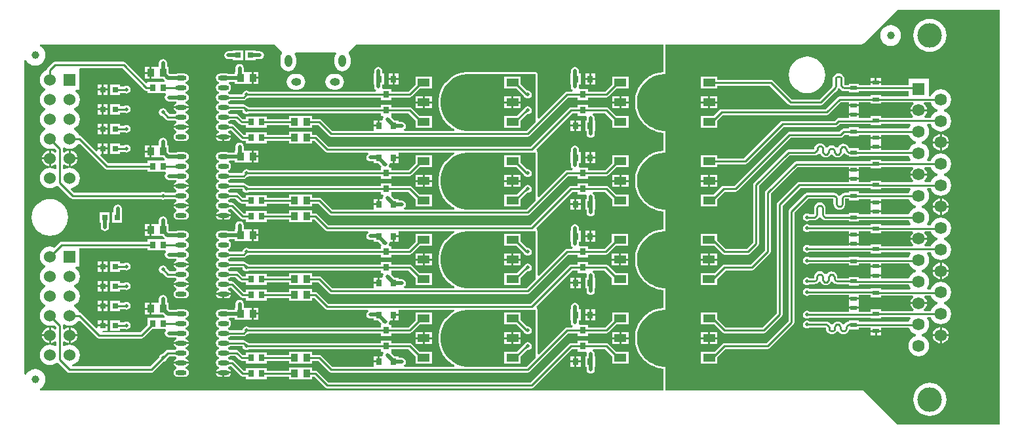
<source format=gtl>
G04*
G04 #@! TF.GenerationSoftware,Altium Limited,Altium Designer,20.2.6 (244)*
G04*
G04 Layer_Physical_Order=1*
G04 Layer_Color=255*
%FSLAX25Y25*%
%MOIN*%
G70*
G04*
G04 #@! TF.SameCoordinates,92151F8D-A914-4CFD-8B26-E94C02A97E6A*
G04*
G04*
G04 #@! TF.FilePolarity,Positive*
G04*
G01*
G75*
%ADD16R,0.06299X0.03937*%
%ADD17R,0.03150X0.03543*%
%ADD18R,0.03268X0.02461*%
%ADD19R,0.03150X0.03150*%
%ADD20C,0.03937*%
%ADD21O,0.05709X0.02362*%
%ADD22R,0.03150X0.03740*%
%ADD23R,0.03543X0.03937*%
%ADD33C,0.12500*%
%ADD34C,0.06265*%
%ADD35R,0.06265X0.06265*%
%ADD40C,0.02500*%
%ADD43C,0.00950*%
%ADD44C,0.01150*%
%ADD45C,0.02000*%
%ADD46O,0.03740X0.06102*%
%ADD47O,0.05118X0.03740*%
%ADD48C,0.23622*%
%ADD49R,0.06000X0.06000*%
%ADD50C,0.06000*%
%ADD51C,0.02362*%
%ADD52C,0.02025*%
%ADD53C,0.02756*%
G36*
X426980Y281571D02*
X426917Y281511D01*
X425032Y281263D01*
X424968Y281241D01*
X424901Y281237D01*
X423065Y280745D01*
X423005Y280715D01*
X422939Y280702D01*
X421183Y279975D01*
X421127Y279937D01*
X421063Y279916D01*
X419417Y278965D01*
X419367Y278921D01*
X419306Y278891D01*
X417798Y277734D01*
X417754Y277683D01*
X417698Y277646D01*
X416354Y276302D01*
X416317Y276246D01*
X416266Y276202D01*
X415109Y274694D01*
X415079Y274633D01*
X415035Y274583D01*
X414084Y272937D01*
X414063Y272873D01*
X414025Y272817D01*
X413298Y271061D01*
X413285Y270995D01*
X413255Y270935D01*
X412763Y269099D01*
X412759Y269032D01*
X412737Y268968D01*
X412489Y267084D01*
X412494Y267016D01*
X412480Y266950D01*
X412480Y266000D01*
X412480Y265050D01*
X412494Y264984D01*
X412489Y264916D01*
X412737Y263032D01*
X412759Y262968D01*
X412763Y262901D01*
X413255Y261065D01*
X413285Y261005D01*
X413298Y260939D01*
X414025Y259183D01*
X414063Y259127D01*
X414084Y259063D01*
X415035Y257417D01*
X415079Y257367D01*
X415109Y257306D01*
X416266Y255798D01*
X416317Y255754D01*
X416354Y255698D01*
X417698Y254354D01*
X417754Y254317D01*
X417798Y254266D01*
X419306Y253109D01*
X419367Y253079D01*
X419417Y253035D01*
X421063Y252084D01*
X421127Y252063D01*
X421183Y252025D01*
X422939Y251298D01*
X423005Y251285D01*
X423065Y251255D01*
X424901Y250763D01*
X424968Y250759D01*
X425032Y250737D01*
X426917Y250489D01*
X426980Y250429D01*
X426980Y241571D01*
X426917Y241511D01*
X425032Y241263D01*
X424968Y241241D01*
X424901Y241237D01*
X423065Y240745D01*
X423005Y240715D01*
X422939Y240702D01*
X421183Y239975D01*
X421127Y239937D01*
X421063Y239916D01*
X419417Y238965D01*
X419367Y238921D01*
X419306Y238891D01*
X417798Y237734D01*
X417754Y237683D01*
X417698Y237646D01*
X416354Y236302D01*
X416317Y236246D01*
X416266Y236202D01*
X415109Y234694D01*
X415079Y234633D01*
X415035Y234583D01*
X414084Y232937D01*
X414063Y232873D01*
X414025Y232817D01*
X413298Y231061D01*
X413285Y230995D01*
X413255Y230935D01*
X412763Y229099D01*
X412759Y229032D01*
X412737Y228968D01*
X412489Y227083D01*
X412494Y227016D01*
X412480Y226950D01*
X412480Y226000D01*
X412480Y225050D01*
X412494Y224984D01*
X412489Y224917D01*
X412737Y223032D01*
X412759Y222968D01*
X412763Y222901D01*
X413255Y221065D01*
X413285Y221005D01*
X413298Y220939D01*
X414025Y219183D01*
X414063Y219127D01*
X414084Y219063D01*
X415035Y217417D01*
X415079Y217367D01*
X415109Y217306D01*
X416266Y215798D01*
X416317Y215754D01*
X416354Y215698D01*
X417698Y214354D01*
X417754Y214317D01*
X417798Y214266D01*
X419306Y213109D01*
X419367Y213079D01*
X419417Y213035D01*
X421063Y212084D01*
X421127Y212063D01*
X421183Y212025D01*
X422939Y211298D01*
X423005Y211285D01*
X423065Y211255D01*
X424901Y210763D01*
X424968Y210759D01*
X425032Y210737D01*
X426917Y210489D01*
X426980Y210429D01*
X426980Y201571D01*
X426917Y201511D01*
X425032Y201263D01*
X424968Y201241D01*
X424901Y201237D01*
X423065Y200745D01*
X423005Y200715D01*
X422939Y200702D01*
X421183Y199975D01*
X421127Y199937D01*
X421063Y199916D01*
X419417Y198965D01*
X419367Y198921D01*
X419306Y198891D01*
X417798Y197734D01*
X417754Y197683D01*
X417698Y197646D01*
X416354Y196302D01*
X416317Y196246D01*
X416266Y196202D01*
X415109Y194694D01*
X415079Y194633D01*
X415035Y194583D01*
X414084Y192937D01*
X414063Y192873D01*
X414025Y192817D01*
X413298Y191061D01*
X413285Y190995D01*
X413255Y190935D01*
X412763Y189099D01*
X412759Y189032D01*
X412737Y188968D01*
X412489Y187083D01*
X412494Y187016D01*
X412480Y186950D01*
X412480Y186000D01*
X412480Y185050D01*
X412494Y184984D01*
X412489Y184916D01*
X412737Y183032D01*
X412759Y182968D01*
X412763Y182901D01*
X413255Y181065D01*
X413285Y181005D01*
X413298Y180939D01*
X414025Y179183D01*
X414063Y179127D01*
X414084Y179063D01*
X415035Y177417D01*
X415079Y177367D01*
X415109Y177306D01*
X416266Y175798D01*
X416317Y175754D01*
X416354Y175698D01*
X417698Y174354D01*
X417754Y174317D01*
X417798Y174266D01*
X419306Y173109D01*
X419367Y173079D01*
X419417Y173035D01*
X421063Y172084D01*
X421127Y172063D01*
X421183Y172026D01*
X422939Y171298D01*
X423005Y171285D01*
X423065Y171255D01*
X424901Y170763D01*
X424968Y170759D01*
X425032Y170737D01*
X426916Y170489D01*
X426980Y170429D01*
X426980Y161571D01*
X426917Y161511D01*
X425032Y161263D01*
X424968Y161241D01*
X424901Y161237D01*
X423065Y160745D01*
X423005Y160715D01*
X422939Y160702D01*
X421183Y159975D01*
X421127Y159937D01*
X421063Y159916D01*
X419417Y158965D01*
X419367Y158921D01*
X419306Y158891D01*
X417798Y157734D01*
X417754Y157683D01*
X417698Y157646D01*
X416354Y156302D01*
X416317Y156246D01*
X416266Y156202D01*
X415109Y154694D01*
X415079Y154633D01*
X415035Y154583D01*
X414084Y152937D01*
X414063Y152873D01*
X414025Y152817D01*
X413298Y151061D01*
X413285Y150995D01*
X413255Y150935D01*
X412763Y149099D01*
X412759Y149032D01*
X412737Y148968D01*
X412489Y147083D01*
X412494Y147016D01*
X412480Y146950D01*
X412480Y146000D01*
X412480Y146000D01*
X412480Y145050D01*
X412494Y144984D01*
X412489Y144917D01*
X412737Y143032D01*
X412759Y142968D01*
X412763Y142901D01*
X413255Y141065D01*
X413285Y141005D01*
X413298Y140939D01*
X414025Y139183D01*
X414063Y139127D01*
X414084Y139063D01*
X415035Y137417D01*
X415079Y137367D01*
X415109Y137306D01*
X416266Y135798D01*
X416317Y135754D01*
X416354Y135698D01*
X417698Y134354D01*
X417754Y134317D01*
X417798Y134266D01*
X419306Y133109D01*
X419367Y133079D01*
X419417Y133035D01*
X421063Y132084D01*
X421127Y132063D01*
X421183Y132026D01*
X422939Y131298D01*
X423005Y131285D01*
X423065Y131255D01*
X424901Y130763D01*
X424968Y130759D01*
X425032Y130737D01*
X426917Y130489D01*
X426980Y130429D01*
Y119539D01*
X110126D01*
X109967Y120339D01*
X110148Y120414D01*
X111244Y121256D01*
X112086Y122352D01*
X112615Y123629D01*
X112795Y125000D01*
X112615Y126371D01*
X112086Y127648D01*
X111244Y128744D01*
X110148Y129586D01*
X108870Y130115D01*
X107500Y130295D01*
X106130Y130115D01*
X104852Y129586D01*
X103756Y128744D01*
X102914Y127648D01*
X102839Y127467D01*
X102039Y127626D01*
Y287374D01*
X102839Y287533D01*
X102914Y287352D01*
X103756Y286256D01*
X104852Y285414D01*
X106130Y284885D01*
X107500Y284705D01*
X108870Y284885D01*
X110148Y285414D01*
X111244Y286256D01*
X112086Y287352D01*
X112615Y288630D01*
X112795Y290000D01*
X112615Y291371D01*
X112086Y292648D01*
X111244Y293744D01*
X110148Y294586D01*
X109967Y294661D01*
X110126Y295461D01*
X229155D01*
X232558Y292058D01*
X232915Y291820D01*
X232982Y291723D01*
X233132Y290976D01*
X233110Y290822D01*
X232730Y290326D01*
X232327Y289354D01*
X232190Y288311D01*
Y285949D01*
X232327Y284906D01*
X232730Y283934D01*
X233370Y283099D01*
X234205Y282458D01*
X235177Y282056D01*
X236221Y281918D01*
X237264Y282056D01*
X238236Y282458D01*
X239071Y283099D01*
X239711Y283934D01*
X240114Y284906D01*
X240251Y285949D01*
Y288311D01*
X240114Y289354D01*
X239711Y290326D01*
X239454Y290661D01*
X239849Y291461D01*
X260151D01*
X260546Y290661D01*
X260289Y290326D01*
X259886Y289354D01*
X259749Y288311D01*
Y285949D01*
X259886Y284906D01*
X260289Y283934D01*
X260929Y283099D01*
X261764Y282458D01*
X262736Y282056D01*
X263779Y281918D01*
X264823Y282056D01*
X265795Y282458D01*
X266630Y283099D01*
X267270Y283934D01*
X267673Y284906D01*
X267810Y285949D01*
Y288311D01*
X267673Y289354D01*
X267270Y290326D01*
X266890Y290822D01*
X266868Y290976D01*
X267018Y291723D01*
X267085Y291820D01*
X267442Y292058D01*
X270845Y295461D01*
X426980D01*
X426980Y281571D01*
D02*
G37*
G36*
X597961Y102039D02*
X545845D01*
X528942Y118942D01*
X528280Y119384D01*
X527500Y119539D01*
X428000D01*
Y131500D01*
X428000Y131500D01*
X427050D01*
X425165Y131748D01*
X423329Y132240D01*
X421573Y132967D01*
X419927Y133918D01*
X418419Y135075D01*
X417075Y136419D01*
X415918Y137927D01*
X414967Y139573D01*
X414240Y141329D01*
X413748Y143165D01*
X413500Y145050D01*
X413500Y146000D01*
X413500Y146000D01*
X413500Y146000D01*
X413500Y146000D01*
X413500Y146950D01*
X413748Y148835D01*
X414240Y150671D01*
X414967Y152427D01*
X415918Y154073D01*
X417075Y155581D01*
X418419Y156925D01*
X419927Y158082D01*
X421573Y159033D01*
X423329Y159760D01*
X425165Y160252D01*
X427050Y160500D01*
X428000Y160500D01*
X428000Y170700D01*
X428000Y171500D01*
X427049Y171500D01*
X425165Y171748D01*
X423329Y172240D01*
X421573Y172967D01*
X419927Y173918D01*
X418419Y175075D01*
X417075Y176419D01*
X415918Y177927D01*
X414967Y179573D01*
X414240Y181329D01*
X413748Y183165D01*
X413500Y185050D01*
X413500Y186000D01*
X413500Y186950D01*
X413748Y188835D01*
X414240Y190671D01*
X414967Y192427D01*
X415918Y194073D01*
X417075Y195581D01*
X418419Y196925D01*
X419927Y198082D01*
X421573Y199033D01*
X423329Y199760D01*
X425165Y200252D01*
X427050Y200500D01*
X428000Y200500D01*
X428000Y210700D01*
X428000Y211500D01*
X428000Y211500D01*
X427050Y211500D01*
X425165Y211748D01*
X423329Y212240D01*
X421573Y212967D01*
X419927Y213918D01*
X418419Y215075D01*
X417075Y216419D01*
X415918Y217927D01*
X414967Y219573D01*
X414240Y221329D01*
X413748Y223165D01*
X413500Y225050D01*
X413500Y226000D01*
X413500Y226950D01*
X413748Y228835D01*
X414240Y230671D01*
X414967Y232427D01*
X415918Y234073D01*
X417075Y235581D01*
X418419Y236925D01*
X419927Y238082D01*
X421573Y239033D01*
X423329Y239760D01*
X425165Y240252D01*
X427050Y240500D01*
X428000Y240500D01*
X428000Y250700D01*
X428000Y251500D01*
X428000Y251500D01*
X427050Y251500D01*
X425165Y251748D01*
X423329Y252240D01*
X421573Y252967D01*
X419927Y253918D01*
X418419Y255075D01*
X417075Y256419D01*
X415918Y257927D01*
X414967Y259573D01*
X414240Y261329D01*
X413748Y263165D01*
X413500Y265050D01*
X413500Y266000D01*
X413500Y266950D01*
X413748Y268835D01*
X414240Y270671D01*
X414967Y272427D01*
X415918Y274073D01*
X417075Y275581D01*
X418419Y276925D01*
X419927Y278082D01*
X421573Y279033D01*
X423329Y279760D01*
X425165Y280252D01*
X427050Y280500D01*
X428000Y280500D01*
X428000Y295461D01*
X527500D01*
X528280Y295616D01*
X528942Y296058D01*
X545845Y312961D01*
X597961D01*
Y102039D01*
D02*
G37*
%LPC*%
G36*
X213225Y292575D02*
X208076D01*
Y292039D01*
X205864D01*
X205800Y292052D01*
X205015Y291896D01*
X204349Y291451D01*
X203904Y290785D01*
X203748Y290000D01*
X203904Y289215D01*
X204349Y288549D01*
X205015Y288104D01*
X205800Y287948D01*
X205864Y287961D01*
X208076D01*
Y287425D01*
X213225D01*
Y292575D01*
D02*
G37*
G36*
X219524D02*
X214375D01*
Y287425D01*
X219524D01*
Y287961D01*
X221736D01*
X221800Y287948D01*
X222585Y288104D01*
X223251Y288549D01*
X223696Y289215D01*
X223852Y290000D01*
X223696Y290785D01*
X223251Y291451D01*
X222585Y291896D01*
X221800Y292052D01*
X221736Y292039D01*
X219524D01*
Y292575D01*
D02*
G37*
G36*
X165701Y283968D02*
X163429D01*
Y281500D01*
X165701D01*
Y283968D01*
D02*
G37*
G36*
X211500Y285552D02*
X210715Y285396D01*
X210049Y284951D01*
X209604Y284285D01*
X209448Y283500D01*
X209466Y283412D01*
Y281469D01*
X209079D01*
Y280539D01*
X205776D01*
X205753Y280555D01*
X204902Y280724D01*
X201555D01*
X200704Y280555D01*
X199983Y280072D01*
X199501Y279351D01*
X199331Y278500D01*
X199501Y277649D01*
X199983Y276927D01*
X200704Y276445D01*
X200893Y276408D01*
Y275592D01*
X200704Y275555D01*
X199983Y275073D01*
X199501Y274351D01*
X199331Y273500D01*
X199501Y272649D01*
X199983Y271927D01*
X200704Y271445D01*
X200893Y271408D01*
Y270592D01*
X200704Y270555D01*
X199983Y270073D01*
X199501Y269351D01*
X199331Y268500D01*
X199501Y267649D01*
X199983Y266928D01*
X200704Y266445D01*
X200893Y266408D01*
Y265592D01*
X200704Y265555D01*
X199983Y265072D01*
X199501Y264351D01*
X199331Y263500D01*
X199501Y262649D01*
X199983Y261928D01*
X200704Y261445D01*
X200893Y261408D01*
Y260592D01*
X200704Y260555D01*
X199983Y260072D01*
X199501Y259351D01*
X199331Y258500D01*
X199501Y257649D01*
X199983Y256927D01*
X200704Y256445D01*
X200893Y256408D01*
Y255592D01*
X200704Y255555D01*
X199983Y255072D01*
X199501Y254351D01*
X199331Y253500D01*
X199501Y252649D01*
X199983Y251927D01*
X200704Y251445D01*
X200893Y251408D01*
Y250592D01*
X200704Y250555D01*
X199983Y250073D01*
X199501Y249351D01*
X199431Y249000D01*
X203228D01*
X207026D01*
X206956Y249351D01*
X206474Y250073D01*
X205753Y250555D01*
X205563Y250592D01*
Y251408D01*
X205753Y251445D01*
X206474Y251927D01*
X207209Y251672D01*
X211944Y246937D01*
X211944Y246937D01*
X212432Y246611D01*
X213008Y246496D01*
X214768D01*
Y245130D01*
X219283D01*
X219917Y245130D01*
X220717Y245130D01*
X225232D01*
Y246496D01*
X236579D01*
Y245031D01*
X242078D01*
X242122Y245031D01*
X242878D01*
X242922Y245031D01*
X248421D01*
Y246496D01*
X249377D01*
X254937Y240937D01*
X255424Y240611D01*
X256000Y240496D01*
X276673D01*
X276916Y239696D01*
X276549Y239451D01*
X276104Y238785D01*
X275948Y238000D01*
X276104Y237215D01*
X276549Y236549D01*
X277215Y236104D01*
X278000Y235948D01*
X278040Y235956D01*
X279685D01*
Y235102D01*
X281951D01*
X283482Y233572D01*
X283425Y232772D01*
X283425D01*
Y231504D01*
X216372D01*
X215785Y231896D01*
X215000Y232052D01*
X214215Y231896D01*
X213549Y231451D01*
X213104Y230785D01*
X212967Y230094D01*
X212877Y230004D01*
X206520D01*
X206474Y230072D01*
X205753Y230555D01*
X205563Y230592D01*
Y231408D01*
X205753Y231445D01*
X206474Y231927D01*
X206956Y232649D01*
X207125Y233500D01*
X206956Y234351D01*
X206474Y235072D01*
X206206Y235252D01*
X206099Y236239D01*
X206342Y236461D01*
X209079D01*
Y235531D01*
X214578D01*
X214622Y235531D01*
X215378D01*
X215422Y235531D01*
X217650D01*
Y238500D01*
Y241469D01*
X215422D01*
X215378Y241469D01*
X214622D01*
X214578Y241469D01*
X213544D01*
Y243460D01*
X213552Y243500D01*
X213396Y244285D01*
X212951Y244951D01*
X212285Y245396D01*
X211500Y245552D01*
X210715Y245396D01*
X210049Y244951D01*
X209604Y244285D01*
X209448Y243500D01*
X209466Y243412D01*
Y241469D01*
X209079D01*
Y240539D01*
X205776D01*
X205753Y240555D01*
X204902Y240724D01*
X201555D01*
X200704Y240555D01*
X199983Y240072D01*
X199501Y239351D01*
X199331Y238500D01*
X199501Y237649D01*
X199983Y236928D01*
X200704Y236445D01*
X200893Y236408D01*
Y235592D01*
X200704Y235555D01*
X199983Y235072D01*
X199501Y234351D01*
X199331Y233500D01*
X199501Y232649D01*
X199983Y231927D01*
X200704Y231445D01*
X200893Y231408D01*
Y230592D01*
X200704Y230555D01*
X199983Y230072D01*
X199501Y229351D01*
X199331Y228500D01*
X199501Y227649D01*
X199983Y226927D01*
X200704Y226445D01*
X200893Y226408D01*
Y225592D01*
X200704Y225555D01*
X199983Y225073D01*
X199501Y224351D01*
X199331Y223500D01*
X199501Y222649D01*
X199983Y221927D01*
X200704Y221445D01*
X200893Y221408D01*
Y220592D01*
X200704Y220555D01*
X199983Y220073D01*
X199501Y219351D01*
X199331Y218500D01*
X199501Y217649D01*
X199983Y216928D01*
X200704Y216445D01*
X200893Y216408D01*
Y215592D01*
X200704Y215555D01*
X199983Y215072D01*
X199501Y214351D01*
X199331Y213500D01*
X199501Y212649D01*
X199983Y211928D01*
X200704Y211445D01*
X200893Y211408D01*
Y210592D01*
X200704Y210555D01*
X199983Y210072D01*
X199501Y209351D01*
X199431Y209000D01*
X203228D01*
X207026D01*
X206956Y209351D01*
X206474Y210072D01*
X205753Y210555D01*
X205563Y210592D01*
Y211408D01*
X205753Y211445D01*
X206474Y211928D01*
X207209Y211672D01*
X211944Y206937D01*
X211944Y206937D01*
X212432Y206611D01*
X213008Y206496D01*
X214768D01*
Y205130D01*
X219283D01*
X219917Y205130D01*
X220717Y205130D01*
X225232D01*
Y206496D01*
X236579D01*
Y205031D01*
X242078D01*
X242122Y205031D01*
X242878D01*
X242922Y205031D01*
X248421D01*
Y206496D01*
X249377D01*
X254937Y200937D01*
X255424Y200611D01*
X256000Y200496D01*
X276673D01*
X276916Y199696D01*
X276549Y199451D01*
X276104Y198785D01*
X275948Y198000D01*
X276104Y197215D01*
X276549Y196549D01*
X277215Y196104D01*
X278000Y195948D01*
X278040Y195956D01*
X279685D01*
Y195102D01*
X281951D01*
X283482Y193572D01*
X283425Y192772D01*
X283425D01*
Y191504D01*
X216372D01*
X215785Y191896D01*
X215000Y192052D01*
X214215Y191896D01*
X213549Y191451D01*
X213104Y190785D01*
X212967Y190094D01*
X212877Y190004D01*
X206520D01*
X206474Y190073D01*
X205753Y190554D01*
X205563Y190592D01*
Y191408D01*
X205753Y191446D01*
X206474Y191928D01*
X206956Y192649D01*
X207125Y193500D01*
X206956Y194351D01*
X206474Y195072D01*
X206206Y195252D01*
X206099Y196239D01*
X206342Y196461D01*
X209079D01*
Y195531D01*
X214578D01*
X214622Y195531D01*
X215378D01*
X215422Y195531D01*
X217650D01*
Y198500D01*
Y201468D01*
X215422D01*
X215378Y201468D01*
X214622D01*
X214578Y201468D01*
X213544D01*
Y203460D01*
X213552Y203500D01*
X213396Y204285D01*
X212951Y204951D01*
X212285Y205396D01*
X211500Y205552D01*
X210715Y205396D01*
X210049Y204951D01*
X209604Y204285D01*
X209448Y203500D01*
X209466Y203412D01*
Y201468D01*
X209079D01*
Y200539D01*
X205776D01*
X205753Y200554D01*
X204902Y200724D01*
X201555D01*
X200704Y200554D01*
X199983Y200073D01*
X199501Y199351D01*
X199331Y198500D01*
X199501Y197649D01*
X199983Y196927D01*
X200704Y196446D01*
X200893Y196408D01*
Y195592D01*
X200704Y195554D01*
X199983Y195072D01*
X199501Y194351D01*
X199331Y193500D01*
X199501Y192649D01*
X199983Y191928D01*
X200704Y191446D01*
X200893Y191408D01*
Y190592D01*
X200704Y190554D01*
X199983Y190073D01*
X199501Y189351D01*
X199331Y188500D01*
X199501Y187649D01*
X199983Y186927D01*
X200704Y186445D01*
X200893Y186408D01*
Y185592D01*
X200704Y185555D01*
X199983Y185073D01*
X199501Y184351D01*
X199331Y183500D01*
X199501Y182649D01*
X199983Y181928D01*
X200704Y181446D01*
X200893Y181408D01*
Y180592D01*
X200704Y180554D01*
X199983Y180072D01*
X199501Y179351D01*
X199331Y178500D01*
X199501Y177649D01*
X199983Y176927D01*
X200704Y176445D01*
X200893Y176408D01*
Y175592D01*
X200704Y175555D01*
X199983Y175073D01*
X199501Y174351D01*
X199331Y173500D01*
X199501Y172649D01*
X199983Y171927D01*
X200704Y171446D01*
X200893Y171408D01*
Y170592D01*
X200704Y170554D01*
X199983Y170072D01*
X199501Y169351D01*
X199431Y169000D01*
X203228D01*
X207026D01*
X206956Y169351D01*
X206474Y170072D01*
X205753Y170554D01*
X205563Y170592D01*
Y171408D01*
X205753Y171446D01*
X206474Y171927D01*
X207208Y171666D01*
X211937Y166937D01*
X211937Y166937D01*
X212424Y166611D01*
X213000Y166496D01*
X214768D01*
Y165130D01*
X219283D01*
X219917Y165130D01*
X220717Y165130D01*
X225232D01*
Y166496D01*
X236579D01*
Y165032D01*
X242078D01*
X242122Y165032D01*
X242878D01*
X242922Y165032D01*
X248421D01*
Y166496D01*
X249377D01*
X254937Y160937D01*
X255424Y160611D01*
X256000Y160496D01*
X276673D01*
X276916Y159696D01*
X276549Y159451D01*
X276104Y158785D01*
X275948Y158000D01*
X276104Y157215D01*
X276549Y156549D01*
X277215Y156104D01*
X278000Y155948D01*
X278040Y155956D01*
X279685D01*
Y155102D01*
X281951D01*
X283482Y153572D01*
X283425Y152772D01*
X283425D01*
Y151504D01*
X216372D01*
X215785Y151896D01*
X215000Y152052D01*
X214215Y151896D01*
X213549Y151451D01*
X213104Y150785D01*
X212967Y150093D01*
X212877Y150004D01*
X206520D01*
X206474Y150073D01*
X205753Y150555D01*
X205563Y150592D01*
Y151408D01*
X205753Y151445D01*
X206474Y151927D01*
X206956Y152649D01*
X207125Y153500D01*
X206956Y154351D01*
X206474Y155072D01*
X206206Y155252D01*
X206099Y156239D01*
X206342Y156461D01*
X209079D01*
Y155532D01*
X214578D01*
X214622Y155532D01*
X215378D01*
X215422Y155532D01*
X217650D01*
Y158500D01*
Y161469D01*
X215422D01*
X215378Y161469D01*
X214622D01*
X214578Y161469D01*
X213544D01*
Y163460D01*
X213552Y163500D01*
X213396Y164285D01*
X212951Y164951D01*
X212285Y165396D01*
X211500Y165552D01*
X210715Y165396D01*
X210049Y164951D01*
X209604Y164285D01*
X209448Y163500D01*
X209466Y163412D01*
Y161469D01*
X209079D01*
Y160539D01*
X205776D01*
X205753Y160555D01*
X204902Y160724D01*
X201555D01*
X200704Y160555D01*
X199983Y160073D01*
X199501Y159351D01*
X199331Y158500D01*
X199501Y157649D01*
X199983Y156928D01*
X200704Y156446D01*
X200893Y156408D01*
Y155592D01*
X200704Y155554D01*
X199983Y155072D01*
X199501Y154351D01*
X199331Y153500D01*
X199501Y152649D01*
X199983Y151927D01*
X200704Y151445D01*
X200893Y151408D01*
Y150592D01*
X200704Y150555D01*
X199983Y150073D01*
X199501Y149351D01*
X199331Y148500D01*
X199501Y147649D01*
X199983Y146927D01*
X200704Y146446D01*
X200893Y146408D01*
Y145592D01*
X200704Y145554D01*
X199983Y145072D01*
X199501Y144351D01*
X199331Y143500D01*
X199501Y142649D01*
X199983Y141928D01*
X200704Y141446D01*
X200893Y141408D01*
Y140592D01*
X200704Y140554D01*
X199983Y140073D01*
X199501Y139351D01*
X199331Y138500D01*
X199501Y137649D01*
X199983Y136927D01*
X200704Y136445D01*
X200893Y136408D01*
Y135592D01*
X200704Y135555D01*
X199983Y135073D01*
X199501Y134351D01*
X199331Y133500D01*
X199501Y132649D01*
X199983Y131928D01*
X200704Y131446D01*
X200893Y131408D01*
Y130592D01*
X200704Y130554D01*
X199983Y130072D01*
X199501Y129351D01*
X199431Y129000D01*
X203228D01*
X207026D01*
X206956Y129351D01*
X206474Y130072D01*
X205753Y130554D01*
X205563Y130592D01*
Y131408D01*
X205753Y131446D01*
X206474Y131928D01*
X207208Y131666D01*
X211937Y126937D01*
X211937Y126937D01*
X212424Y126611D01*
X213000Y126496D01*
X214768D01*
Y125130D01*
X219283D01*
X219917Y125130D01*
X220717Y125130D01*
X225232D01*
Y126496D01*
X236579D01*
Y125031D01*
X242078D01*
X242122Y125031D01*
X242878D01*
X242922Y125031D01*
X248421D01*
Y126496D01*
X249377D01*
X254937Y120937D01*
X255424Y120611D01*
X256000Y120496D01*
X360000D01*
X360576Y120611D01*
X361063Y120937D01*
X380623Y140496D01*
X383425D01*
Y139228D01*
X387511D01*
X388033Y138428D01*
X387948Y138000D01*
X387956Y137960D01*
Y136898D01*
X387165D01*
Y131354D01*
X387956D01*
Y130040D01*
X387948Y130000D01*
X388104Y129215D01*
X388549Y128549D01*
X389215Y128104D01*
X390000Y127948D01*
X390785Y128104D01*
X391451Y128549D01*
X391896Y129215D01*
X392052Y130000D01*
X392034Y130088D01*
Y131354D01*
X392315D01*
Y136898D01*
X392034D01*
Y137912D01*
X392052Y138000D01*
X391896Y138785D01*
X391451Y139451D01*
X391084Y139696D01*
X391327Y140496D01*
X397196D01*
X400850Y136842D01*
Y133031D01*
X409150D01*
Y138969D01*
X402977D01*
X398882Y143063D01*
X398394Y143389D01*
X397819Y143504D01*
X388575D01*
Y144772D01*
X383425D01*
Y143504D01*
X380000D01*
X379425Y143389D01*
X378937Y143063D01*
X359377Y123504D01*
X256623D01*
X251063Y129063D01*
X250575Y129389D01*
X250000Y129504D01*
X248421D01*
Y130968D01*
X242922D01*
X242878Y130968D01*
X242122D01*
X242078Y130968D01*
X236579D01*
Y129504D01*
X225232D01*
Y130870D01*
X220717D01*
X220083Y130870D01*
X219283Y130870D01*
X214768D01*
Y129504D01*
X213623D01*
X208563Y134563D01*
X208075Y134889D01*
X207500Y135004D01*
X206520D01*
X206474Y135073D01*
X205753Y135555D01*
X205563Y135592D01*
Y136408D01*
X205753Y136445D01*
X206474Y136927D01*
X206520Y136996D01*
X209377D01*
X211437Y134937D01*
X211925Y134611D01*
X212500Y134496D01*
X214768D01*
Y133130D01*
X219283D01*
X219917Y133130D01*
X220717Y133130D01*
X225232D01*
Y134496D01*
X236579D01*
Y133031D01*
X242078D01*
X242122Y133031D01*
X242878D01*
X242922Y133031D01*
X248421D01*
Y134496D01*
X251377D01*
X256937Y128937D01*
X257424Y128611D01*
X258000Y128496D01*
X358000D01*
X358576Y128611D01*
X359063Y128937D01*
X378623Y148496D01*
X383425D01*
Y147228D01*
X388575D01*
Y148496D01*
X397819D01*
X398394Y148611D01*
X398882Y148937D01*
X402977Y153032D01*
X409150D01*
Y158968D01*
X400850D01*
Y155158D01*
X397196Y151504D01*
X388575D01*
Y152772D01*
X384489D01*
X383967Y153572D01*
X384052Y154000D01*
X384044Y154040D01*
Y155102D01*
X384835D01*
Y160646D01*
X384044D01*
Y161960D01*
X384052Y162000D01*
X383896Y162785D01*
X383451Y163451D01*
X382785Y163896D01*
X382000Y164052D01*
X381215Y163896D01*
X380549Y163451D01*
X380104Y162785D01*
X379948Y162000D01*
X379966Y161912D01*
Y160646D01*
X379685D01*
Y155102D01*
X379966D01*
Y154088D01*
X379948Y154000D01*
X380104Y153215D01*
X380549Y152549D01*
X380916Y152304D01*
X380673Y151504D01*
X378000D01*
X377425Y151389D01*
X376937Y151063D01*
X363759Y137885D01*
X363020Y138192D01*
Y160500D01*
X362942Y160890D01*
X362721Y161221D01*
X362576Y161318D01*
X362387Y162012D01*
X362385Y162259D01*
X380623Y180496D01*
X383425D01*
Y179228D01*
X387511D01*
X388033Y178428D01*
X387948Y178000D01*
X387956Y177960D01*
Y176898D01*
X387165D01*
Y171354D01*
X387956D01*
Y170040D01*
X387948Y170000D01*
X388104Y169215D01*
X388549Y168549D01*
X389215Y168104D01*
X390000Y167948D01*
X390785Y168104D01*
X391451Y168549D01*
X391896Y169215D01*
X392052Y170000D01*
X392034Y170088D01*
Y171354D01*
X392315D01*
Y176898D01*
X392034D01*
Y177912D01*
X392052Y178000D01*
X391896Y178785D01*
X391451Y179451D01*
X391084Y179696D01*
X391327Y180496D01*
X397058D01*
X400713Y176842D01*
Y173031D01*
X409012D01*
Y178969D01*
X402839D01*
X398745Y183063D01*
X398257Y183389D01*
X397681Y183504D01*
X388575D01*
Y184772D01*
X383425D01*
Y183504D01*
X380000D01*
X379425Y183389D01*
X378937Y183063D01*
X359377Y163504D01*
X256623D01*
X251063Y169063D01*
X250575Y169389D01*
X250000Y169504D01*
X248421D01*
Y170968D01*
X242922D01*
X242878Y170968D01*
X242122D01*
X242078Y170968D01*
X236579D01*
Y169504D01*
X225232D01*
Y170870D01*
X220717D01*
X220083Y170870D01*
X219283Y170870D01*
X214768D01*
Y169504D01*
X213623D01*
X208563Y174563D01*
X208075Y174889D01*
X207500Y175004D01*
X206520D01*
X206474Y175073D01*
X205753Y175555D01*
X205563Y175592D01*
Y176408D01*
X205753Y176445D01*
X206474Y176927D01*
X206520Y176996D01*
X209377D01*
X211437Y174937D01*
X211925Y174611D01*
X212500Y174496D01*
X214768D01*
Y173130D01*
X219283D01*
X219917Y173130D01*
X220717Y173130D01*
X225232D01*
Y174496D01*
X236579D01*
Y173031D01*
X242078D01*
X242122Y173031D01*
X242878D01*
X242922Y173031D01*
X248421D01*
Y174496D01*
X251377D01*
X256937Y168937D01*
X256937Y168937D01*
X257424Y168611D01*
X258000Y168496D01*
X258000Y168496D01*
X358000Y168496D01*
X358576Y168611D01*
X359063Y168937D01*
X378623Y188496D01*
X383425D01*
Y187228D01*
X388575D01*
Y188496D01*
X397681D01*
X398257Y188611D01*
X398745Y188937D01*
X402839Y193032D01*
X409012D01*
Y198969D01*
X400713D01*
Y195158D01*
X397058Y191504D01*
X388575D01*
Y192772D01*
X384489D01*
X383967Y193572D01*
X384052Y194000D01*
X384044Y194040D01*
Y195102D01*
X384835D01*
Y200646D01*
X384044D01*
Y201960D01*
X384052Y202000D01*
X383896Y202785D01*
X383451Y203451D01*
X382785Y203896D01*
X382000Y204052D01*
X381215Y203896D01*
X380549Y203451D01*
X380104Y202785D01*
X379948Y202000D01*
X379966Y201912D01*
Y200646D01*
X379685D01*
Y195102D01*
X379966D01*
Y194088D01*
X379948Y194000D01*
X380104Y193215D01*
X380549Y192549D01*
X380916Y192304D01*
X380673Y191504D01*
X378000D01*
X377425Y191389D01*
X376937Y191063D01*
X363759Y177885D01*
X363020Y178192D01*
Y200500D01*
X362942Y200890D01*
X362721Y201221D01*
X362576Y201318D01*
X362387Y202012D01*
X362385Y202259D01*
X380623Y220496D01*
X383425D01*
Y219228D01*
X387511D01*
X388033Y218428D01*
X387948Y218000D01*
X387956Y217960D01*
Y216898D01*
X387165D01*
Y211354D01*
X387956D01*
Y210040D01*
X387948Y210000D01*
X388104Y209215D01*
X388549Y208549D01*
X389215Y208104D01*
X390000Y207948D01*
X390785Y208104D01*
X391451Y208549D01*
X391896Y209215D01*
X392052Y210000D01*
X392034Y210088D01*
Y211354D01*
X392315D01*
Y216898D01*
X392034D01*
Y217912D01*
X392052Y218000D01*
X391896Y218785D01*
X391451Y219451D01*
X391084Y219696D01*
X391327Y220496D01*
X397196D01*
X400850Y216842D01*
Y213032D01*
X409150D01*
Y218969D01*
X402977D01*
X398882Y223063D01*
X398394Y223389D01*
X397819Y223504D01*
X388575D01*
Y224772D01*
X383425D01*
Y223504D01*
X380000D01*
X379425Y223389D01*
X378937Y223063D01*
X359377Y203504D01*
X256623D01*
X251063Y209063D01*
X250575Y209389D01*
X250000Y209504D01*
X248421D01*
Y210968D01*
X242922D01*
X242878Y210968D01*
X242122D01*
X242078Y210968D01*
X236579D01*
Y209504D01*
X225232D01*
Y210870D01*
X220717D01*
X220083Y210870D01*
X219283Y210870D01*
X214768D01*
Y209504D01*
X213631D01*
X208571Y214563D01*
X208083Y214889D01*
X207508Y215004D01*
X206520D01*
X206474Y215072D01*
X205753Y215555D01*
X205563Y215592D01*
Y216408D01*
X205753Y216445D01*
X206474Y216928D01*
X206520Y216996D01*
X209377D01*
X211437Y214937D01*
X211925Y214611D01*
X212500Y214496D01*
X214768D01*
Y213130D01*
X219283D01*
X219917Y213130D01*
X220717Y213130D01*
X225232D01*
Y214496D01*
X236579D01*
Y213032D01*
X242078D01*
X242122Y213032D01*
X242878D01*
X242922Y213032D01*
X248421D01*
Y214496D01*
X251377D01*
X256937Y208937D01*
X257424Y208611D01*
X258000Y208496D01*
X358000D01*
X358576Y208611D01*
X359063Y208937D01*
X378623Y228496D01*
X383425D01*
Y227228D01*
X388575D01*
Y228496D01*
X397819D01*
X398394Y228611D01*
X398882Y228937D01*
X402977Y233032D01*
X409150D01*
Y238968D01*
X400850D01*
Y235158D01*
X397196Y231504D01*
X388575D01*
Y232772D01*
X384489D01*
X383967Y233572D01*
X384052Y234000D01*
X384044Y234040D01*
Y235102D01*
X384835D01*
Y240646D01*
X384044D01*
Y241960D01*
X384052Y242000D01*
X383896Y242785D01*
X383451Y243451D01*
X382785Y243896D01*
X382000Y244052D01*
X381215Y243896D01*
X380549Y243451D01*
X380104Y242785D01*
X379948Y242000D01*
X379966Y241912D01*
Y240646D01*
X379685D01*
Y235102D01*
X379966D01*
Y234088D01*
X379948Y234000D01*
X380104Y233215D01*
X380549Y232549D01*
X380916Y232304D01*
X380673Y231504D01*
X378000D01*
X377425Y231389D01*
X376937Y231063D01*
X363759Y217885D01*
X363020Y218192D01*
Y240500D01*
X362942Y240890D01*
X362721Y241221D01*
X362576Y241318D01*
X362387Y242012D01*
X362385Y242259D01*
X380623Y260496D01*
X383425D01*
Y259228D01*
X387511D01*
X388033Y258428D01*
X387948Y258000D01*
X387956Y257960D01*
Y256898D01*
X387165D01*
Y251354D01*
X387956D01*
Y250040D01*
X387948Y250000D01*
X388104Y249215D01*
X388549Y248549D01*
X389215Y248104D01*
X390000Y247948D01*
X390785Y248104D01*
X391451Y248549D01*
X391896Y249215D01*
X392052Y250000D01*
X392034Y250088D01*
Y251354D01*
X392315D01*
Y256898D01*
X392034D01*
Y257912D01*
X392052Y258000D01*
X391896Y258785D01*
X391451Y259451D01*
X391084Y259696D01*
X391327Y260496D01*
X397196D01*
X400850Y256842D01*
Y253031D01*
X409150D01*
Y258968D01*
X402977D01*
X398882Y263063D01*
X398394Y263389D01*
X397819Y263504D01*
X388575D01*
Y264772D01*
X383425D01*
Y263504D01*
X380000D01*
X379425Y263389D01*
X378937Y263063D01*
X359377Y243504D01*
X256623D01*
X251063Y249063D01*
X250575Y249389D01*
X250000Y249504D01*
X248421D01*
Y250969D01*
X242922D01*
X242878Y250969D01*
X242122D01*
X242078Y250969D01*
X236579D01*
Y249504D01*
X225232D01*
Y250870D01*
X220717D01*
X220083Y250870D01*
X219283Y250870D01*
X214768D01*
Y249504D01*
X213631D01*
X208571Y254563D01*
X208083Y254889D01*
X207508Y255004D01*
X206520D01*
X206474Y255072D01*
X205753Y255555D01*
X205563Y255592D01*
Y256408D01*
X205753Y256445D01*
X206474Y256927D01*
X206520Y256996D01*
X209377D01*
X211437Y254937D01*
X211925Y254611D01*
X212500Y254496D01*
X214768D01*
Y253130D01*
X219283D01*
X219917Y253130D01*
X220717Y253130D01*
X225232D01*
Y254496D01*
X236579D01*
Y253031D01*
X242078D01*
X242122Y253031D01*
X242878D01*
X242922Y253031D01*
X248421D01*
Y254496D01*
X251377D01*
X256937Y248937D01*
X257424Y248611D01*
X258000Y248496D01*
X358000D01*
X358576Y248611D01*
X359063Y248937D01*
X378623Y268496D01*
X383425D01*
Y267228D01*
X388575D01*
Y268496D01*
X397819D01*
X398394Y268611D01*
X398882Y268937D01*
X402977Y273031D01*
X409150D01*
Y278969D01*
X400850D01*
Y275158D01*
X397196Y271504D01*
X388575D01*
Y272772D01*
X384489D01*
X383967Y273572D01*
X384052Y274000D01*
X384044Y274040D01*
Y275102D01*
X384835D01*
Y280646D01*
X384044D01*
Y281960D01*
X384052Y282000D01*
X383896Y282785D01*
X383451Y283451D01*
X382785Y283896D01*
X382000Y284052D01*
X381215Y283896D01*
X380549Y283451D01*
X380104Y282785D01*
X379948Y282000D01*
X379966Y281912D01*
Y280646D01*
X379685D01*
Y275102D01*
X379966D01*
Y274088D01*
X379948Y274000D01*
X380104Y273215D01*
X380549Y272549D01*
X380916Y272304D01*
X380673Y271504D01*
X378000D01*
X377425Y271389D01*
X376937Y271063D01*
X363759Y257886D01*
X363020Y258192D01*
Y280500D01*
X362942Y280890D01*
X362721Y281221D01*
X362390Y281442D01*
X362000Y281520D01*
X328000Y281520D01*
X326859D01*
X326780Y281504D01*
X326699Y281507D01*
X324445Y281150D01*
X324370Y281122D01*
X324289Y281113D01*
X322119Y280407D01*
X322049Y280368D01*
X321971Y280346D01*
X319937Y279310D01*
X319874Y279260D01*
X319801Y279226D01*
X317955Y277885D01*
X317900Y277826D01*
X317833Y277781D01*
X316219Y276167D01*
X316174Y276100D01*
X316115Y276045D01*
X314774Y274199D01*
X314740Y274126D01*
X314690Y274062D01*
X313654Y272029D01*
X313632Y271951D01*
X313593Y271881D01*
X312887Y269710D01*
X312878Y269631D01*
X312850Y269555D01*
X312493Y267301D01*
X312496Y267220D01*
X312480Y267141D01*
X312480Y264859D01*
X312496Y264780D01*
X312493Y264699D01*
X312850Y262445D01*
X312878Y262369D01*
X312887Y262290D01*
X313593Y260119D01*
X313632Y260049D01*
X313654Y259971D01*
X314690Y257938D01*
X314740Y257874D01*
X314774Y257801D01*
X316115Y255955D01*
X316174Y255900D01*
X316219Y255833D01*
X317833Y254219D01*
X317900Y254174D01*
X317955Y254115D01*
X319801Y252774D01*
X319874Y252740D01*
X319937Y252690D01*
X320695Y252304D01*
X320503Y251504D01*
X295327D01*
X295084Y252304D01*
X295451Y252549D01*
X295896Y253215D01*
X296052Y254000D01*
X295896Y254785D01*
X295451Y255451D01*
X294785Y255896D01*
X294000Y256052D01*
X293960Y256044D01*
X292315D01*
Y256898D01*
X290049D01*
X288519Y258428D01*
X288575Y259228D01*
X288575D01*
Y260496D01*
X297196D01*
X300850Y256842D01*
Y253031D01*
X309150D01*
Y258968D01*
X302977D01*
X298882Y263063D01*
X298394Y263389D01*
X297819Y263504D01*
X288575D01*
Y264772D01*
X283425D01*
Y263504D01*
X216372D01*
X215785Y263896D01*
X215093Y264033D01*
X214563Y264563D01*
X214075Y264889D01*
X213500Y265004D01*
X206520D01*
X206474Y265072D01*
X205753Y265555D01*
X205563Y265592D01*
Y266408D01*
X205753Y266445D01*
X206474Y266928D01*
X206520Y266996D01*
X213500D01*
X214075Y267111D01*
X214563Y267437D01*
X215093Y267967D01*
X215785Y268104D01*
X216372Y268496D01*
X283425D01*
Y267228D01*
X288575D01*
Y268496D01*
X297819D01*
X298394Y268611D01*
X298882Y268937D01*
X302977Y273031D01*
X309150D01*
Y278969D01*
X300850D01*
Y275158D01*
X297196Y271504D01*
X288575D01*
Y272772D01*
X284489D01*
X283967Y273572D01*
X284052Y274000D01*
X284044Y274040D01*
Y275102D01*
X284835D01*
Y280646D01*
X284044D01*
Y281960D01*
X284052Y282000D01*
X283896Y282785D01*
X283451Y283451D01*
X282785Y283896D01*
X282000Y284052D01*
X281215Y283896D01*
X280549Y283451D01*
X280104Y282785D01*
X279948Y282000D01*
X279966Y281912D01*
Y280646D01*
X279685D01*
Y275102D01*
X279966D01*
Y274088D01*
X279948Y274000D01*
X280104Y273215D01*
X280549Y272549D01*
X280916Y272304D01*
X280673Y271504D01*
X216372D01*
X215785Y271896D01*
X215000Y272052D01*
X214215Y271896D01*
X213549Y271451D01*
X213104Y270785D01*
X212967Y270093D01*
X212877Y270004D01*
X206520D01*
X206474Y270073D01*
X205753Y270555D01*
X205563Y270592D01*
Y271408D01*
X205753Y271445D01*
X206474Y271927D01*
X206956Y272649D01*
X207125Y273500D01*
X206956Y274351D01*
X206474Y275073D01*
X206206Y275252D01*
X206099Y276239D01*
X206342Y276461D01*
X209079D01*
Y275532D01*
X214578D01*
X214622Y275532D01*
X215378D01*
X215422Y275532D01*
X217650D01*
Y278500D01*
X218150D01*
D01*
X217650D01*
Y281469D01*
X215422D01*
X215378Y281469D01*
X214622D01*
X214578Y281469D01*
X213544D01*
Y283460D01*
X213552Y283500D01*
X213396Y284285D01*
X212951Y284951D01*
X212285Y285396D01*
X211500Y285552D01*
D02*
G37*
G36*
X218650Y281469D02*
Y279000D01*
X220921D01*
Y281469D01*
X218650D01*
D02*
G37*
G36*
X392315Y280646D02*
X390240D01*
Y278374D01*
X392315D01*
Y280646D01*
D02*
G37*
G36*
X292315D02*
X290240D01*
Y278374D01*
X292315D01*
Y280646D01*
D02*
G37*
G36*
X389240D02*
X387165D01*
Y278374D01*
X389240D01*
Y280646D01*
D02*
G37*
G36*
X289240D02*
X287165D01*
Y278374D01*
X289240D01*
Y280646D01*
D02*
G37*
G36*
X165701Y280500D02*
X163429D01*
Y278031D01*
X165701D01*
Y280500D01*
D02*
G37*
G36*
X172500Y288052D02*
X171715Y287896D01*
X171049Y287451D01*
X170604Y286785D01*
X170448Y286000D01*
X170461Y285936D01*
Y284238D01*
X169728Y283968D01*
X168972D01*
X168928Y283968D01*
X166701D01*
Y281000D01*
Y278031D01*
X168928D01*
X168972Y278031D01*
X169728D01*
X169773Y278031D01*
X172585D01*
X173446Y277170D01*
X173357Y276721D01*
X173148Y276370D01*
X170560D01*
X169925Y276370D01*
X169125Y276370D01*
X164610D01*
Y276206D01*
X163871Y275900D01*
X153636Y286136D01*
X153114Y286484D01*
X152500Y286606D01*
X117500D01*
X116885Y286484D01*
X116365Y286136D01*
X113865Y283635D01*
X113516Y283115D01*
X113394Y282500D01*
Y282383D01*
X112415Y281978D01*
X111344Y281156D01*
X110522Y280085D01*
X110006Y278838D01*
X109830Y277500D01*
X110006Y276162D01*
X110522Y274915D01*
X111344Y273844D01*
X112415Y273023D01*
X112631Y272933D01*
Y272067D01*
X112415Y271977D01*
X111344Y271156D01*
X110522Y270085D01*
X110006Y268838D01*
X109830Y267500D01*
X110006Y266162D01*
X110522Y264915D01*
X111344Y263844D01*
X112415Y263022D01*
X112631Y262933D01*
Y262067D01*
X112415Y261978D01*
X111344Y261156D01*
X110522Y260085D01*
X110006Y258838D01*
X109830Y257500D01*
X110006Y256162D01*
X110522Y254915D01*
X111344Y253844D01*
X112415Y253023D01*
X112631Y252933D01*
Y252067D01*
X112415Y251977D01*
X111344Y251156D01*
X110522Y250085D01*
X110006Y248838D01*
X109830Y247500D01*
X110006Y246162D01*
X110522Y244915D01*
X111344Y243844D01*
X112415Y243022D01*
X113662Y242506D01*
X115000Y242330D01*
X116338Y242506D01*
X117317Y242912D01*
X118394Y241835D01*
Y240894D01*
X117594Y240551D01*
X117017Y240994D01*
X116044Y241397D01*
X115500Y241469D01*
Y237500D01*
Y233531D01*
X116044Y233603D01*
X117017Y234006D01*
X117594Y234449D01*
X118394Y234106D01*
Y232261D01*
X117677Y231907D01*
X117585Y231978D01*
X116338Y232494D01*
X115000Y232670D01*
X113662Y232494D01*
X112415Y231978D01*
X111344Y231156D01*
X110522Y230085D01*
X110006Y228838D01*
X109830Y227500D01*
X110006Y226162D01*
X110522Y224915D01*
X111344Y223844D01*
X112415Y223023D01*
X113662Y222506D01*
X115000Y222330D01*
X116338Y222506D01*
X117585Y223023D01*
X118167Y223469D01*
X118736Y223792D01*
X119326Y223403D01*
X125364Y217365D01*
X125885Y217016D01*
X126500Y216894D01*
X171281D01*
X171715Y216604D01*
X172500Y216448D01*
X173285Y216604D01*
X173719Y216894D01*
X178576D01*
X179247Y216445D01*
X179437Y216408D01*
Y215592D01*
X179247Y215555D01*
X178526Y215072D01*
X178044Y214351D01*
X177974Y214000D01*
X181772D01*
X185569D01*
X185499Y214351D01*
X185017Y215072D01*
X184296Y215555D01*
X184107Y215592D01*
Y216408D01*
X184296Y216445D01*
X185017Y216928D01*
X185499Y217649D01*
X185669Y218500D01*
X185499Y219351D01*
X185017Y220073D01*
X184296Y220555D01*
X184107Y220592D01*
Y221408D01*
X184296Y221445D01*
X185017Y221927D01*
X185499Y222649D01*
X185569Y223000D01*
X181772D01*
X177974D01*
X178044Y222649D01*
X178526Y221927D01*
X179247Y221445D01*
X179437Y221408D01*
Y220592D01*
X179247Y220555D01*
X178576Y220106D01*
X173719D01*
X173285Y220396D01*
X172500Y220552D01*
X171715Y220396D01*
X171281Y220106D01*
X127165D01*
X125661Y221610D01*
X125948Y222455D01*
X126338Y222506D01*
X127585Y223023D01*
X128656Y223844D01*
X129478Y224915D01*
X129994Y226162D01*
X130170Y227500D01*
X129994Y228838D01*
X129478Y230085D01*
X128656Y231156D01*
X127585Y231978D01*
X126338Y232494D01*
X125000Y232670D01*
X123662Y232494D01*
X122415Y231978D01*
X122323Y231907D01*
X121606Y232261D01*
Y234106D01*
X122406Y234449D01*
X122983Y234006D01*
X123956Y233603D01*
X124500Y233531D01*
Y237500D01*
Y241469D01*
X123956Y241397D01*
X122983Y240994D01*
X122406Y240551D01*
X121606Y240894D01*
Y242500D01*
X121574Y242659D01*
X122300Y243111D01*
X122415Y243022D01*
X123662Y242506D01*
X125000Y242330D01*
X126338Y242506D01*
X127585Y243022D01*
X128656Y243844D01*
X129350Y244748D01*
X130258Y244971D01*
X142865Y232365D01*
X143386Y232016D01*
X144000Y231894D01*
X164610D01*
Y230630D01*
X169125D01*
X169760Y230630D01*
X170560Y230630D01*
X173625D01*
X173831Y230300D01*
X173968Y229830D01*
X173604Y229285D01*
X173448Y228500D01*
X173604Y227715D01*
X174049Y227049D01*
X174715Y226604D01*
X175500Y226448D01*
X175564Y226461D01*
X179224D01*
X179247Y226445D01*
X179437Y226408D01*
Y225592D01*
X179247Y225555D01*
X178526Y225073D01*
X178044Y224351D01*
X177974Y224000D01*
X181772D01*
X185569D01*
X185499Y224351D01*
X185017Y225073D01*
X184296Y225555D01*
X184107Y225592D01*
Y226408D01*
X184296Y226445D01*
X185017Y226927D01*
X185499Y227649D01*
X185669Y228500D01*
X185499Y229351D01*
X185017Y230072D01*
X184296Y230555D01*
X184107Y230592D01*
Y231408D01*
X184296Y231445D01*
X185017Y231927D01*
X185499Y232649D01*
X185669Y233500D01*
X185499Y234351D01*
X185017Y235072D01*
X184296Y235555D01*
X184107Y235592D01*
Y236408D01*
X184296Y236445D01*
X185017Y236928D01*
X185499Y237649D01*
X185669Y238500D01*
X185499Y239351D01*
X185017Y240072D01*
X184296Y240555D01*
X183445Y240724D01*
X180098D01*
X179247Y240555D01*
X179224Y240539D01*
X175845D01*
X175272Y241112D01*
Y243969D01*
X174539D01*
Y245936D01*
X174552Y246000D01*
X174396Y246785D01*
X173951Y247451D01*
X173285Y247896D01*
X172500Y248052D01*
X171715Y247896D01*
X171049Y247451D01*
X170604Y246785D01*
X170448Y246000D01*
X170461Y245936D01*
Y244238D01*
X169728Y243969D01*
X168972D01*
X168928Y243969D01*
X166701D01*
Y241000D01*
Y238032D01*
X168928D01*
X168972Y238032D01*
X169728D01*
X169773Y238032D01*
X172585D01*
X173446Y237170D01*
X173357Y236721D01*
X173148Y236370D01*
X170560D01*
X169925Y236370D01*
X169125Y236370D01*
X164610D01*
Y235106D01*
X144665D01*
X140585Y239186D01*
X140891Y239925D01*
X141350D01*
Y242000D01*
X139276D01*
Y241541D01*
X138537Y241234D01*
X131135Y248636D01*
X130614Y248984D01*
X130000Y249106D01*
X129883D01*
X129478Y250085D01*
X128656Y251156D01*
X127585Y251977D01*
X127369Y252067D01*
Y252933D01*
X127585Y253023D01*
X128656Y253844D01*
X129478Y254915D01*
X129994Y256162D01*
X130170Y257500D01*
X129994Y258838D01*
X129478Y260085D01*
X128656Y261156D01*
X127585Y261978D01*
X127369Y262067D01*
Y262933D01*
X127585Y263022D01*
X128656Y263844D01*
X129478Y264915D01*
X129994Y266162D01*
X130170Y267500D01*
X129994Y268838D01*
X129478Y270085D01*
X128656Y271156D01*
X128111Y271574D01*
X128383Y272374D01*
X130126D01*
Y282626D01*
X130126D01*
X130203Y283394D01*
X151835D01*
X162864Y272364D01*
X163385Y272016D01*
X164000Y271894D01*
X164610D01*
Y270630D01*
X169125D01*
X169760Y270630D01*
X170560Y270630D01*
X173625D01*
X173831Y270300D01*
X173968Y269830D01*
X173604Y269285D01*
X173448Y268500D01*
X173604Y267715D01*
X174049Y267049D01*
X174715Y266604D01*
X175500Y266448D01*
X175564Y266461D01*
X179224D01*
X179247Y266445D01*
X179437Y266408D01*
Y265592D01*
X179247Y265555D01*
X178526Y265072D01*
X178044Y264351D01*
X177974Y264000D01*
X181772D01*
X185569D01*
X185499Y264351D01*
X185017Y265072D01*
X184296Y265555D01*
X184107Y265592D01*
Y266408D01*
X184296Y266445D01*
X185017Y266928D01*
X185499Y267649D01*
X185669Y268500D01*
X185499Y269351D01*
X185017Y270073D01*
X184296Y270555D01*
X184107Y270592D01*
Y271408D01*
X184296Y271445D01*
X185017Y271927D01*
X185499Y272649D01*
X185669Y273500D01*
X185499Y274351D01*
X185017Y275073D01*
X184296Y275555D01*
X184107Y275592D01*
Y276408D01*
X184296Y276445D01*
X185017Y276927D01*
X185499Y277649D01*
X185669Y278500D01*
X185499Y279351D01*
X185017Y280072D01*
X184296Y280555D01*
X183445Y280724D01*
X180098D01*
X179247Y280555D01*
X179224Y280539D01*
X175845D01*
X175272Y281112D01*
Y283968D01*
X174539D01*
Y285936D01*
X174552Y286000D01*
X174396Y286785D01*
X173951Y287451D01*
X173285Y287896D01*
X172500Y288052D01*
D02*
G37*
G36*
X220921Y278000D02*
X218650D01*
Y275532D01*
X220921D01*
Y278000D01*
D02*
G37*
G36*
X392315Y277374D02*
X390240D01*
Y275102D01*
X392315D01*
Y277374D01*
D02*
G37*
G36*
X389240D02*
X387165D01*
Y275102D01*
X389240D01*
Y277374D01*
D02*
G37*
G36*
X292315D02*
X290240D01*
Y275102D01*
X292315D01*
Y277374D01*
D02*
G37*
G36*
X289240D02*
X287165D01*
Y275102D01*
X289240D01*
Y277374D01*
D02*
G37*
G36*
X144425Y275075D02*
X142350D01*
Y273000D01*
X144425D01*
Y275075D01*
D02*
G37*
G36*
X141350D02*
X139276D01*
Y273000D01*
X141350D01*
Y275075D01*
D02*
G37*
G36*
X260531Y280531D02*
X259154D01*
X258110Y280393D01*
X257138Y279991D01*
X256304Y279350D01*
X255663Y278515D01*
X255260Y277543D01*
X255123Y276500D01*
X255260Y275457D01*
X255663Y274485D01*
X256304Y273650D01*
X257138Y273009D01*
X258110Y272607D01*
X259154Y272469D01*
X260531D01*
X261575Y272607D01*
X262547Y273009D01*
X263382Y273650D01*
X264022Y274485D01*
X264425Y275457D01*
X264562Y276500D01*
X264425Y277543D01*
X264022Y278515D01*
X263382Y279350D01*
X262547Y279991D01*
X261575Y280393D01*
X260531Y280531D01*
D02*
G37*
G36*
X240846D02*
X239469D01*
X238425Y280393D01*
X237453Y279991D01*
X236618Y279350D01*
X235978Y278515D01*
X235575Y277543D01*
X235438Y276500D01*
X235575Y275457D01*
X235978Y274485D01*
X236618Y273650D01*
X237453Y273009D01*
X238425Y272607D01*
X239469Y272469D01*
X240846D01*
X241890Y272607D01*
X242862Y273009D01*
X243696Y273650D01*
X244337Y274485D01*
X244740Y275457D01*
X244877Y276500D01*
X244740Y277543D01*
X244337Y278515D01*
X243696Y279350D01*
X242862Y279991D01*
X241890Y280393D01*
X240846Y280531D01*
D02*
G37*
G36*
X150724Y275075D02*
X145575D01*
Y269925D01*
X150724D01*
Y270894D01*
X152781D01*
X153215Y270604D01*
X154000Y270448D01*
X154785Y270604D01*
X155451Y271049D01*
X155896Y271715D01*
X156052Y272500D01*
X155896Y273285D01*
X155451Y273951D01*
X154785Y274396D01*
X154000Y274552D01*
X153215Y274396D01*
X152781Y274106D01*
X150724D01*
Y275075D01*
D02*
G37*
G36*
X144425Y272000D02*
X142350D01*
Y269925D01*
X144425D01*
Y272000D01*
D02*
G37*
G36*
X141350D02*
X139276D01*
Y269925D01*
X141350D01*
Y272000D01*
D02*
G37*
G36*
X409150Y268969D02*
X405500D01*
Y266500D01*
X409150D01*
Y268969D01*
D02*
G37*
G36*
X404500D02*
X400850D01*
Y266500D01*
X404500D01*
Y268969D01*
D02*
G37*
G36*
X309150D02*
X305500D01*
Y266500D01*
X309150D01*
Y268969D01*
D02*
G37*
G36*
X304500D02*
X300850D01*
Y266500D01*
X304500D01*
Y268969D01*
D02*
G37*
G36*
X409150Y265500D02*
X405500D01*
Y263032D01*
X409150D01*
Y265500D01*
D02*
G37*
G36*
X404500D02*
X400850D01*
Y263032D01*
X404500D01*
Y265500D01*
D02*
G37*
G36*
X309150D02*
X305500D01*
Y263032D01*
X309150D01*
Y265500D01*
D02*
G37*
G36*
X304500D02*
X300850D01*
Y263032D01*
X304500D01*
Y265500D01*
D02*
G37*
G36*
X144425Y265075D02*
X142350D01*
Y263000D01*
X144425D01*
Y265075D01*
D02*
G37*
G36*
X141350D02*
X139276D01*
Y263000D01*
X141350D01*
Y265075D01*
D02*
G37*
G36*
X150724D02*
X145575D01*
Y259925D01*
X150724D01*
Y260894D01*
X152781D01*
X153215Y260604D01*
X154000Y260448D01*
X154785Y260604D01*
X155451Y261049D01*
X155896Y261715D01*
X156052Y262500D01*
X155896Y263285D01*
X155451Y263951D01*
X154785Y264396D01*
X154000Y264552D01*
X153215Y264396D01*
X152781Y264106D01*
X150724D01*
Y265075D01*
D02*
G37*
G36*
X144425Y262000D02*
X142350D01*
Y259925D01*
X144425D01*
Y262000D01*
D02*
G37*
G36*
X141350D02*
X139276D01*
Y259925D01*
X141350D01*
Y262000D01*
D02*
G37*
G36*
X384835Y256898D02*
X382760D01*
Y254626D01*
X384835D01*
Y256898D01*
D02*
G37*
G36*
X381760D02*
X379685D01*
Y254626D01*
X381760D01*
Y256898D01*
D02*
G37*
G36*
X172500Y263052D02*
X171715Y262896D01*
X171049Y262451D01*
X170604Y261785D01*
X170448Y261000D01*
X170604Y260215D01*
X171049Y259549D01*
X171715Y259104D01*
X172227Y259002D01*
X173864Y257365D01*
X174385Y257016D01*
X175000Y256894D01*
X178576D01*
X179247Y256445D01*
X179437Y256408D01*
Y255592D01*
X179247Y255555D01*
X178526Y255072D01*
X178044Y254351D01*
X177974Y254000D01*
X181772D01*
X185569D01*
X185499Y254351D01*
X185017Y255072D01*
X184296Y255555D01*
X184107Y255592D01*
Y256408D01*
X184296Y256445D01*
X185017Y256927D01*
X185499Y257649D01*
X185669Y258500D01*
X185499Y259351D01*
X185017Y260072D01*
X184296Y260555D01*
X184107Y260592D01*
Y261408D01*
X184296Y261445D01*
X185017Y261928D01*
X185499Y262649D01*
X185569Y263000D01*
X181772D01*
X177974D01*
X178044Y262649D01*
X178526Y261928D01*
X179247Y261445D01*
X179437Y261408D01*
Y260592D01*
X179247Y260555D01*
X178576Y260106D01*
X175665D01*
X174497Y261274D01*
X174396Y261785D01*
X173951Y262451D01*
X173285Y262896D01*
X172500Y263052D01*
D02*
G37*
G36*
X144425Y255075D02*
X142350D01*
Y253000D01*
X144425D01*
Y255075D01*
D02*
G37*
G36*
X141350D02*
X139276D01*
Y253000D01*
X141350D01*
Y255075D01*
D02*
G37*
G36*
X384835Y253626D02*
X382760D01*
Y251354D01*
X384835D01*
Y253626D01*
D02*
G37*
G36*
X381760D02*
X379685D01*
Y251354D01*
X381760D01*
Y253626D01*
D02*
G37*
G36*
X150724Y255075D02*
X145575D01*
Y249925D01*
X150724D01*
Y250894D01*
X152781D01*
X153215Y250604D01*
X154000Y250448D01*
X154785Y250604D01*
X155451Y251049D01*
X155896Y251715D01*
X156052Y252500D01*
X155896Y253285D01*
X155451Y253951D01*
X154785Y254396D01*
X154000Y254552D01*
X153215Y254396D01*
X152781Y254106D01*
X150724D01*
Y255075D01*
D02*
G37*
G36*
X144425Y252000D02*
X142350D01*
Y249925D01*
X144425D01*
Y252000D01*
D02*
G37*
G36*
X141350D02*
X139276D01*
Y249925D01*
X141350D01*
Y252000D01*
D02*
G37*
G36*
X207026Y248000D02*
X203728D01*
Y246276D01*
X204902D01*
X205753Y246445D01*
X206474Y246927D01*
X206956Y247649D01*
X207026Y248000D01*
D02*
G37*
G36*
X202728D02*
X199431D01*
X199501Y247649D01*
X199983Y246927D01*
X200704Y246445D01*
X201555Y246276D01*
X202728D01*
Y248000D01*
D02*
G37*
G36*
X185569Y253000D02*
X181772D01*
X177974D01*
X178044Y252649D01*
X178526Y251927D01*
X179247Y251445D01*
X179437Y251408D01*
Y250592D01*
X179247Y250555D01*
X178526Y250073D01*
X178044Y249351D01*
X177875Y248500D01*
X178044Y247649D01*
X178526Y246927D01*
X179247Y246445D01*
X180098Y246276D01*
X183445D01*
X184296Y246445D01*
X185017Y246927D01*
X185499Y247649D01*
X185669Y248500D01*
X185499Y249351D01*
X185017Y250073D01*
X184296Y250555D01*
X184107Y250592D01*
Y251408D01*
X184296Y251445D01*
X185017Y251927D01*
X185499Y252649D01*
X185569Y253000D01*
D02*
G37*
G36*
X144425Y245075D02*
X142350D01*
Y243000D01*
X144425D01*
Y245075D01*
D02*
G37*
G36*
X141350D02*
X139276D01*
Y243000D01*
X141350D01*
Y245075D01*
D02*
G37*
G36*
X165701Y243969D02*
X163429D01*
Y241500D01*
X165701D01*
Y243969D01*
D02*
G37*
G36*
X150724Y245075D02*
X145575D01*
Y239925D01*
X150724D01*
Y240894D01*
X152781D01*
X153215Y240604D01*
X154000Y240448D01*
X154785Y240604D01*
X155451Y241049D01*
X155896Y241715D01*
X156052Y242500D01*
X155896Y243285D01*
X155451Y243951D01*
X154785Y244396D01*
X154000Y244552D01*
X153215Y244396D01*
X152781Y244106D01*
X150724D01*
Y245075D01*
D02*
G37*
G36*
X144425Y242000D02*
X142350D01*
Y239925D01*
X144425D01*
Y242000D01*
D02*
G37*
G36*
X218650Y241469D02*
Y239000D01*
X220921D01*
Y241469D01*
X218650D01*
D02*
G37*
G36*
X392315Y240646D02*
X390240D01*
Y238374D01*
X392315D01*
Y240646D01*
D02*
G37*
G36*
X389240D02*
X387165D01*
Y238374D01*
X389240D01*
Y240646D01*
D02*
G37*
G36*
X165701Y240500D02*
X163429D01*
Y238032D01*
X165701D01*
Y240500D01*
D02*
G37*
G36*
X125500Y241469D02*
Y238000D01*
X128969D01*
X128897Y238544D01*
X128494Y239517D01*
X127853Y240353D01*
X127017Y240994D01*
X126044Y241397D01*
X125500Y241469D01*
D02*
G37*
G36*
X114500D02*
X113956Y241397D01*
X112983Y240994D01*
X112147Y240353D01*
X111506Y239517D01*
X111103Y238544D01*
X111031Y238000D01*
X114500D01*
Y241469D01*
D02*
G37*
G36*
X220921Y238000D02*
X218650D01*
Y235531D01*
X220921D01*
Y238000D01*
D02*
G37*
G36*
X392315Y237374D02*
X390240D01*
Y235102D01*
X392315D01*
Y237374D01*
D02*
G37*
G36*
X389240D02*
X387165D01*
Y235102D01*
X389240D01*
Y237374D01*
D02*
G37*
G36*
X128969Y237000D02*
X125500D01*
Y233531D01*
X126044Y233603D01*
X127017Y234006D01*
X127853Y234647D01*
X128494Y235483D01*
X128897Y236456D01*
X128969Y237000D01*
D02*
G37*
G36*
X114500D02*
X111031D01*
X111103Y236456D01*
X111506Y235483D01*
X112147Y234647D01*
X112983Y234006D01*
X113956Y233603D01*
X114500Y233531D01*
Y237000D01*
D02*
G37*
G36*
X409150Y228969D02*
X405500D01*
Y226500D01*
X409150D01*
Y228969D01*
D02*
G37*
G36*
X404500D02*
X400850D01*
Y226500D01*
X404500D01*
Y228969D01*
D02*
G37*
G36*
X409150Y225500D02*
X405500D01*
Y223031D01*
X409150D01*
Y225500D01*
D02*
G37*
G36*
X404500D02*
X400850D01*
Y223031D01*
X404500D01*
Y225500D01*
D02*
G37*
G36*
X384835Y216898D02*
X382760D01*
Y214626D01*
X384835D01*
Y216898D01*
D02*
G37*
G36*
X381760D02*
X379685D01*
Y214626D01*
X381760D01*
Y216898D01*
D02*
G37*
G36*
X384835Y213626D02*
X382760D01*
Y211354D01*
X384835D01*
Y213626D01*
D02*
G37*
G36*
X381760D02*
X379685D01*
Y211354D01*
X381760D01*
Y213626D01*
D02*
G37*
G36*
X207026Y208000D02*
X203728D01*
Y206276D01*
X204902D01*
X205753Y206445D01*
X206474Y206927D01*
X206956Y207649D01*
X207026Y208000D01*
D02*
G37*
G36*
X202728D02*
X199431D01*
X199501Y207649D01*
X199983Y206927D01*
X200704Y206445D01*
X201555Y206276D01*
X202728D01*
Y208000D01*
D02*
G37*
G36*
X185569Y213000D02*
X181772D01*
X177974D01*
X178044Y212649D01*
X178526Y211928D01*
X179247Y211445D01*
X179437Y211408D01*
Y210592D01*
X179247Y210555D01*
X178526Y210072D01*
X178044Y209351D01*
X177875Y208500D01*
X178044Y207649D01*
X178526Y206927D01*
X179247Y206445D01*
X180098Y206276D01*
X183445D01*
X184296Y206445D01*
X185017Y206927D01*
X185499Y207649D01*
X185669Y208500D01*
X185499Y209351D01*
X185017Y210072D01*
X184296Y210555D01*
X184107Y210592D01*
Y211408D01*
X184296Y211445D01*
X185017Y211928D01*
X185499Y212649D01*
X185569Y213000D01*
D02*
G37*
G36*
X149500Y214052D02*
X148715Y213896D01*
X148049Y213451D01*
X147604Y212785D01*
X147448Y212000D01*
X147456Y211960D01*
Y210075D01*
X146575D01*
Y204925D01*
X151724D01*
Y210075D01*
X151534D01*
Y211912D01*
X151552Y212000D01*
X151396Y212785D01*
X150951Y213451D01*
X150285Y213896D01*
X149500Y214052D01*
D02*
G37*
G36*
X165701Y203969D02*
X163429D01*
Y201500D01*
X165701D01*
Y203969D01*
D02*
G37*
G36*
X145425Y210075D02*
X140276D01*
Y204925D01*
X140956D01*
Y202540D01*
X140948Y202500D01*
X141104Y201715D01*
X141549Y201049D01*
X142215Y200604D01*
X143000Y200448D01*
X143785Y200604D01*
X144451Y201049D01*
X144896Y201715D01*
X145052Y202500D01*
X145034Y202588D01*
Y204925D01*
X145425D01*
Y210075D01*
D02*
G37*
G36*
X218650Y201468D02*
Y199000D01*
X220921D01*
Y201468D01*
X218650D01*
D02*
G37*
G36*
X392315Y200646D02*
X390240D01*
Y198374D01*
X392315D01*
Y200646D01*
D02*
G37*
G36*
X389240D02*
X387165D01*
Y198374D01*
X389240D01*
Y200646D01*
D02*
G37*
G36*
X115000Y216795D02*
X113187Y216616D01*
X111443Y216087D01*
X109836Y215228D01*
X108428Y214072D01*
X107272Y212664D01*
X106413Y211057D01*
X105884Y209313D01*
X105705Y207500D01*
X105884Y205687D01*
X106413Y203943D01*
X107272Y202336D01*
X108428Y200928D01*
X109836Y199772D01*
X111443Y198913D01*
X113187Y198384D01*
X115000Y198205D01*
X116813Y198384D01*
X118557Y198913D01*
X120164Y199772D01*
X121572Y200928D01*
X122728Y202336D01*
X123587Y203943D01*
X124116Y205687D01*
X124295Y207500D01*
X124116Y209313D01*
X123587Y211057D01*
X122728Y212664D01*
X121572Y214072D01*
X120164Y215228D01*
X118557Y216087D01*
X116813Y216616D01*
X115000Y216795D01*
D02*
G37*
G36*
X165701Y200500D02*
X163429D01*
Y198031D01*
X165701D01*
Y200500D01*
D02*
G37*
G36*
X172500Y208052D02*
X171715Y207896D01*
X171049Y207451D01*
X170604Y206785D01*
X170448Y206000D01*
X170461Y205936D01*
Y204238D01*
X169728Y203969D01*
X168972D01*
X168928Y203969D01*
X166701D01*
Y201000D01*
Y198031D01*
X168928D01*
X168972Y198031D01*
X169728D01*
X169773Y198031D01*
X172388D01*
X173249Y197170D01*
X173160Y196721D01*
X172951Y196370D01*
X169925Y196370D01*
X169125Y196370D01*
X164610D01*
Y195106D01*
X121000D01*
X120386Y194984D01*
X119864Y194635D01*
X117317Y192088D01*
X116338Y192494D01*
X115000Y192670D01*
X113662Y192494D01*
X112415Y191978D01*
X111344Y191156D01*
X110522Y190085D01*
X110006Y188838D01*
X109830Y187500D01*
X110006Y186162D01*
X110522Y184915D01*
X111344Y183844D01*
X112415Y183022D01*
X112631Y182933D01*
Y182067D01*
X112415Y181977D01*
X111344Y181156D01*
X110522Y180085D01*
X110006Y178838D01*
X109830Y177500D01*
X110006Y176162D01*
X110522Y174915D01*
X111344Y173844D01*
X112415Y173022D01*
X112631Y172933D01*
Y172067D01*
X112415Y171977D01*
X111344Y171156D01*
X110522Y170085D01*
X110006Y168838D01*
X109830Y167500D01*
X110006Y166162D01*
X110522Y164915D01*
X111344Y163844D01*
X112415Y163022D01*
X112631Y162933D01*
Y162067D01*
X112415Y161978D01*
X111344Y161156D01*
X110522Y160085D01*
X110006Y158838D01*
X109830Y157500D01*
X110006Y156162D01*
X110522Y154915D01*
X111344Y153844D01*
X112415Y153023D01*
X113662Y152506D01*
X115000Y152330D01*
X116338Y152506D01*
X117317Y152912D01*
X118394Y151835D01*
Y150893D01*
X117594Y150551D01*
X117017Y150994D01*
X116044Y151397D01*
X115500Y151469D01*
Y147500D01*
Y143531D01*
X116044Y143603D01*
X117017Y144006D01*
X117594Y144449D01*
X118394Y144106D01*
Y142261D01*
X117677Y141907D01*
X117585Y141978D01*
X116338Y142494D01*
X115000Y142670D01*
X113662Y142494D01*
X112415Y141978D01*
X111344Y141156D01*
X110522Y140085D01*
X110006Y138838D01*
X109830Y137500D01*
X110006Y136162D01*
X110522Y134915D01*
X111344Y133844D01*
X112415Y133022D01*
X113662Y132506D01*
X115000Y132330D01*
X116338Y132506D01*
X117585Y133022D01*
X118167Y133469D01*
X118736Y133791D01*
X119326Y133403D01*
X123864Y128865D01*
X124385Y128516D01*
X125000Y128394D01*
X166500D01*
X167114Y128516D01*
X167636Y128865D01*
X172774Y134002D01*
X173285Y134104D01*
X173951Y134549D01*
X174396Y135215D01*
X174497Y135726D01*
X175665Y136894D01*
X178576D01*
X179247Y136445D01*
X179437Y136408D01*
Y135592D01*
X179247Y135555D01*
X178526Y135073D01*
X178044Y134351D01*
X177974Y134000D01*
X181772D01*
X185569D01*
X185499Y134351D01*
X185017Y135073D01*
X184296Y135555D01*
X184107Y135592D01*
Y136408D01*
X184296Y136445D01*
X185017Y136927D01*
X185499Y137649D01*
X185669Y138500D01*
X185499Y139351D01*
X185017Y140073D01*
X184296Y140554D01*
X184107Y140592D01*
Y141408D01*
X184296Y141446D01*
X185017Y141928D01*
X185499Y142649D01*
X185569Y143000D01*
X181772D01*
X177974D01*
X178044Y142649D01*
X178526Y141928D01*
X179247Y141446D01*
X179437Y141408D01*
Y140592D01*
X179247Y140554D01*
X178576Y140106D01*
X175000D01*
X174385Y139984D01*
X173864Y139636D01*
X172227Y137997D01*
X171715Y137896D01*
X171049Y137451D01*
X170604Y136785D01*
X170502Y136274D01*
X165835Y131606D01*
X126505D01*
X126429Y131711D01*
X126415Y131835D01*
X126728Y132668D01*
X127585Y133022D01*
X128656Y133844D01*
X129478Y134915D01*
X129994Y136162D01*
X130170Y137500D01*
X129994Y138838D01*
X129478Y140085D01*
X128656Y141156D01*
X127585Y141978D01*
X126338Y142494D01*
X125000Y142670D01*
X123662Y142494D01*
X122415Y141978D01*
X122323Y141907D01*
X121606Y142261D01*
Y144106D01*
X122406Y144449D01*
X122983Y144006D01*
X123956Y143603D01*
X124500Y143531D01*
Y147500D01*
Y151469D01*
X123956Y151397D01*
X122983Y150994D01*
X122406Y150551D01*
X121606Y150893D01*
Y152500D01*
X121574Y152659D01*
X122300Y153111D01*
X122415Y153023D01*
X123662Y152506D01*
X125000Y152330D01*
X126338Y152506D01*
X127585Y153023D01*
X128656Y153844D01*
X129350Y154748D01*
X130258Y154971D01*
X138865Y146364D01*
X139385Y146016D01*
X140000Y145894D01*
X161480D01*
X162095Y146016D01*
X162616Y146364D01*
X166881Y150630D01*
X169760Y150630D01*
X170560Y150630D01*
X173625D01*
X173831Y150300D01*
X173968Y149830D01*
X173604Y149285D01*
X173448Y148500D01*
X173604Y147715D01*
X174049Y147049D01*
X174715Y146604D01*
X175500Y146448D01*
X175564Y146461D01*
X179224D01*
X179247Y146446D01*
X179437Y146408D01*
Y145592D01*
X179247Y145554D01*
X178526Y145072D01*
X178044Y144351D01*
X177974Y144000D01*
X181772D01*
X185569D01*
X185499Y144351D01*
X185017Y145072D01*
X184296Y145554D01*
X184107Y145592D01*
Y146408D01*
X184296Y146446D01*
X185017Y146927D01*
X185499Y147649D01*
X185669Y148500D01*
X185499Y149351D01*
X185017Y150073D01*
X184296Y150555D01*
X184107Y150592D01*
Y151408D01*
X184296Y151445D01*
X185017Y151927D01*
X185499Y152649D01*
X185669Y153500D01*
X185499Y154351D01*
X185017Y155072D01*
X184296Y155554D01*
X184107Y155592D01*
Y156408D01*
X184296Y156446D01*
X185017Y156928D01*
X185499Y157649D01*
X185669Y158500D01*
X185499Y159351D01*
X185017Y160073D01*
X184296Y160555D01*
X183445Y160724D01*
X180098D01*
X179247Y160555D01*
X179224Y160539D01*
X175845D01*
X175272Y161112D01*
Y163969D01*
X174539D01*
Y165936D01*
X174552Y166000D01*
X174396Y166785D01*
X173951Y167451D01*
X173285Y167896D01*
X172500Y168052D01*
X171715Y167896D01*
X171049Y167451D01*
X170604Y166785D01*
X170448Y166000D01*
X170461Y165936D01*
Y164238D01*
X169728Y163969D01*
X168972D01*
X168928Y163969D01*
X166701D01*
Y161000D01*
Y158031D01*
X168928D01*
X168972Y158031D01*
X169728D01*
X169773Y158031D01*
X172585D01*
X173446Y157170D01*
X173357Y156721D01*
X173148Y156370D01*
X170560D01*
X169925Y156370D01*
X169125Y156370D01*
X164610D01*
Y152901D01*
X160815Y149106D01*
X141418D01*
X141405Y149125D01*
X141832Y149925D01*
X144425D01*
Y152000D01*
X139276D01*
Y151541D01*
X138537Y151234D01*
X131135Y158635D01*
X130614Y158984D01*
X130000Y159106D01*
X129883D01*
X129478Y160085D01*
X128656Y161156D01*
X127585Y161978D01*
X127369Y162067D01*
Y162933D01*
X127585Y163022D01*
X128656Y163844D01*
X129478Y164915D01*
X129994Y166162D01*
X130170Y167500D01*
X129994Y168838D01*
X129478Y170085D01*
X128656Y171156D01*
X127585Y171977D01*
X127369Y172067D01*
Y172933D01*
X127585Y173022D01*
X128656Y173844D01*
X129478Y174915D01*
X129994Y176162D01*
X130170Y177500D01*
X129994Y178838D01*
X129478Y180085D01*
X128656Y181156D01*
X128111Y181574D01*
X128383Y182374D01*
X130126D01*
Y191894D01*
X164610D01*
Y190630D01*
X169125D01*
X169760Y190630D01*
X170560Y190630D01*
X173625D01*
X173831Y190300D01*
X173968Y189830D01*
X173604Y189285D01*
X173448Y188500D01*
X173604Y187715D01*
X174049Y187049D01*
X174715Y186604D01*
X175500Y186448D01*
X175564Y186461D01*
X179224D01*
X179247Y186445D01*
X179437Y186408D01*
Y185592D01*
X179247Y185555D01*
X178526Y185073D01*
X178044Y184351D01*
X177974Y184000D01*
X181772D01*
X185569D01*
X185499Y184351D01*
X185017Y185073D01*
X184296Y185555D01*
X184107Y185592D01*
Y186408D01*
X184296Y186445D01*
X185017Y186927D01*
X185499Y187649D01*
X185669Y188500D01*
X185499Y189351D01*
X185017Y190073D01*
X184296Y190554D01*
X184107Y190592D01*
Y191408D01*
X184296Y191446D01*
X185017Y191928D01*
X185499Y192649D01*
X185669Y193500D01*
X185499Y194351D01*
X185017Y195072D01*
X184296Y195554D01*
X184107Y195592D01*
Y196408D01*
X184296Y196446D01*
X185017Y196927D01*
X185499Y197649D01*
X185669Y198500D01*
X185499Y199351D01*
X185017Y200073D01*
X184296Y200554D01*
X183445Y200724D01*
X180098D01*
X179247Y200554D01*
X179224Y200539D01*
X175648D01*
X175272Y200915D01*
Y203969D01*
X174539D01*
Y205936D01*
X174552Y206000D01*
X174396Y206785D01*
X173951Y207451D01*
X173285Y207896D01*
X172500Y208052D01*
D02*
G37*
G36*
X220921Y198000D02*
X218650D01*
Y195531D01*
X220921D01*
Y198000D01*
D02*
G37*
G36*
X392315Y197374D02*
X390240D01*
Y195102D01*
X392315D01*
Y197374D01*
D02*
G37*
G36*
X389240D02*
X387165D01*
Y195102D01*
X389240D01*
Y197374D01*
D02*
G37*
G36*
X409012Y188969D02*
X405362D01*
Y186500D01*
X409012D01*
Y188969D01*
D02*
G37*
G36*
X404362D02*
X400713D01*
Y186500D01*
X404362D01*
Y188969D01*
D02*
G37*
G36*
X409012Y185500D02*
X405362D01*
Y183031D01*
X409012D01*
Y185500D01*
D02*
G37*
G36*
X404362D02*
X400713D01*
Y183031D01*
X404362D01*
Y185500D01*
D02*
G37*
G36*
X144425Y185075D02*
X142350D01*
Y183000D01*
X144425D01*
Y185075D01*
D02*
G37*
G36*
X141350D02*
X139276D01*
Y183000D01*
X141350D01*
Y185075D01*
D02*
G37*
G36*
X150724D02*
X145575D01*
Y179925D01*
X150724D01*
Y180894D01*
X152781D01*
X153215Y180604D01*
X154000Y180448D01*
X154785Y180604D01*
X155451Y181049D01*
X155896Y181715D01*
X156052Y182500D01*
X155896Y183285D01*
X155451Y183951D01*
X154785Y184396D01*
X154000Y184552D01*
X153215Y184396D01*
X152781Y184106D01*
X150724D01*
Y185075D01*
D02*
G37*
G36*
X144425Y182000D02*
X142350D01*
Y179925D01*
X144425D01*
Y182000D01*
D02*
G37*
G36*
X141350D02*
X139276D01*
Y179925D01*
X141350D01*
Y182000D01*
D02*
G37*
G36*
X384835Y176898D02*
X382760D01*
Y174626D01*
X384835D01*
Y176898D01*
D02*
G37*
G36*
X381760D02*
X379685D01*
Y174626D01*
X381760D01*
Y176898D01*
D02*
G37*
G36*
X172500Y183052D02*
X171715Y182896D01*
X171049Y182451D01*
X170604Y181785D01*
X170448Y181000D01*
X170604Y180215D01*
X171049Y179549D01*
X171715Y179104D01*
X172227Y179002D01*
X173864Y177365D01*
X174385Y177016D01*
X175000Y176894D01*
X178576D01*
X179247Y176445D01*
X179437Y176408D01*
Y175592D01*
X179247Y175555D01*
X178526Y175073D01*
X178044Y174351D01*
X177974Y174000D01*
X181772D01*
X185569D01*
X185499Y174351D01*
X185017Y175073D01*
X184296Y175555D01*
X184107Y175592D01*
Y176408D01*
X184296Y176445D01*
X185017Y176927D01*
X185499Y177649D01*
X185669Y178500D01*
X185499Y179351D01*
X185017Y180072D01*
X184296Y180554D01*
X184107Y180592D01*
Y181408D01*
X184296Y181446D01*
X185017Y181928D01*
X185499Y182649D01*
X185569Y183000D01*
X181772D01*
X177974D01*
X178044Y182649D01*
X178526Y181928D01*
X179247Y181446D01*
X179437Y181408D01*
Y180592D01*
X179247Y180554D01*
X178576Y180106D01*
X175665D01*
X174497Y181273D01*
X174396Y181785D01*
X173951Y182451D01*
X173285Y182896D01*
X172500Y183052D01*
D02*
G37*
G36*
X144425Y175075D02*
X142350D01*
Y173000D01*
X144425D01*
Y175075D01*
D02*
G37*
G36*
X141350D02*
X139276D01*
Y173000D01*
X141350D01*
Y175075D01*
D02*
G37*
G36*
X384835Y173626D02*
X382760D01*
Y171354D01*
X384835D01*
Y173626D01*
D02*
G37*
G36*
X381760D02*
X379685D01*
Y171354D01*
X381760D01*
Y173626D01*
D02*
G37*
G36*
X150724Y175075D02*
X145575D01*
Y169925D01*
X150724D01*
Y170894D01*
X152781D01*
X153215Y170604D01*
X154000Y170448D01*
X154785Y170604D01*
X155451Y171049D01*
X155896Y171715D01*
X156052Y172500D01*
X155896Y173285D01*
X155451Y173951D01*
X154785Y174396D01*
X154000Y174552D01*
X153215Y174396D01*
X152781Y174106D01*
X150724D01*
Y175075D01*
D02*
G37*
G36*
X144425Y172000D02*
X142350D01*
Y169925D01*
X144425D01*
Y172000D01*
D02*
G37*
G36*
X141350D02*
X139276D01*
Y169925D01*
X141350D01*
Y172000D01*
D02*
G37*
G36*
X207026Y168000D02*
X203728D01*
Y166276D01*
X204902D01*
X205753Y166446D01*
X206474Y166928D01*
X206956Y167649D01*
X207026Y168000D01*
D02*
G37*
G36*
X202728D02*
X199431D01*
X199501Y167649D01*
X199983Y166928D01*
X200704Y166446D01*
X201555Y166276D01*
X202728D01*
Y168000D01*
D02*
G37*
G36*
X185569Y173000D02*
X181772D01*
X177974D01*
X178044Y172649D01*
X178526Y171927D01*
X179247Y171446D01*
X179437Y171408D01*
Y170592D01*
X179247Y170554D01*
X178526Y170072D01*
X178044Y169351D01*
X177875Y168500D01*
X178044Y167649D01*
X178526Y166928D01*
X179247Y166446D01*
X180098Y166276D01*
X183445D01*
X184296Y166446D01*
X185017Y166928D01*
X185499Y167649D01*
X185669Y168500D01*
X185499Y169351D01*
X185017Y170072D01*
X184296Y170554D01*
X184107Y170592D01*
Y171408D01*
X184296Y171446D01*
X185017Y171927D01*
X185499Y172649D01*
X185569Y173000D01*
D02*
G37*
G36*
X144425Y165075D02*
X142350D01*
Y163000D01*
X144425D01*
Y165075D01*
D02*
G37*
G36*
X141350D02*
X139276D01*
Y163000D01*
X141350D01*
Y165075D01*
D02*
G37*
G36*
X165701Y163969D02*
X163429D01*
Y161500D01*
X165701D01*
Y163969D01*
D02*
G37*
G36*
X150724Y165075D02*
X145575D01*
Y159925D01*
X150724D01*
Y160894D01*
X152781D01*
X153215Y160604D01*
X154000Y160448D01*
X154785Y160604D01*
X155451Y161049D01*
X155896Y161715D01*
X156052Y162500D01*
X155896Y163285D01*
X155451Y163951D01*
X154785Y164396D01*
X154000Y164552D01*
X153215Y164396D01*
X152781Y164106D01*
X150724D01*
Y165075D01*
D02*
G37*
G36*
X144425Y162000D02*
X142350D01*
Y159925D01*
X144425D01*
Y162000D01*
D02*
G37*
G36*
X141350D02*
X139276D01*
Y159925D01*
X141350D01*
Y162000D01*
D02*
G37*
G36*
X218650Y161469D02*
Y159000D01*
X220921D01*
Y161469D01*
X218650D01*
D02*
G37*
G36*
X392315Y160646D02*
X390240D01*
Y158374D01*
X392315D01*
Y160646D01*
D02*
G37*
G36*
X389240D02*
X387165D01*
Y158374D01*
X389240D01*
Y160646D01*
D02*
G37*
G36*
X165701Y160500D02*
X163429D01*
Y158031D01*
X165701D01*
Y160500D01*
D02*
G37*
G36*
X220921Y158000D02*
X218650D01*
Y155532D01*
X220921D01*
Y158000D01*
D02*
G37*
G36*
X392315Y157374D02*
X390240D01*
Y155102D01*
X392315D01*
Y157374D01*
D02*
G37*
G36*
X389240D02*
X387165D01*
Y155102D01*
X389240D01*
Y157374D01*
D02*
G37*
G36*
X144425Y155075D02*
X142350D01*
Y153000D01*
X144425D01*
Y155075D01*
D02*
G37*
G36*
X141350D02*
X139276D01*
Y153000D01*
X141350D01*
Y155075D01*
D02*
G37*
G36*
X150724D02*
X145575D01*
Y149925D01*
X150724D01*
Y150894D01*
X152781D01*
X153215Y150604D01*
X154000Y150448D01*
X154785Y150604D01*
X155451Y151049D01*
X155896Y151715D01*
X156052Y152500D01*
X155896Y153285D01*
X155451Y153951D01*
X154785Y154396D01*
X154000Y154552D01*
X153215Y154396D01*
X152781Y154106D01*
X150724D01*
Y155075D01*
D02*
G37*
G36*
X125500Y151469D02*
Y148000D01*
X128969D01*
X128897Y148544D01*
X128494Y149517D01*
X127853Y150353D01*
X127017Y150994D01*
X126044Y151397D01*
X125500Y151469D01*
D02*
G37*
G36*
X114500D02*
X113956Y151397D01*
X112983Y150994D01*
X112147Y150353D01*
X111506Y149517D01*
X111103Y148544D01*
X111031Y148000D01*
X114500D01*
Y151469D01*
D02*
G37*
G36*
X409150Y148969D02*
X405500D01*
Y146500D01*
X409150D01*
Y148969D01*
D02*
G37*
G36*
X404500D02*
X400850D01*
Y146500D01*
X404500D01*
Y148969D01*
D02*
G37*
G36*
X128969Y147000D02*
X125500D01*
Y143531D01*
X126044Y143603D01*
X127017Y144006D01*
X127853Y144647D01*
X128494Y145483D01*
X128897Y146456D01*
X128969Y147000D01*
D02*
G37*
G36*
X114500D02*
X111031D01*
X111103Y146456D01*
X111506Y145483D01*
X112147Y144647D01*
X112983Y144006D01*
X113956Y143603D01*
X114500Y143531D01*
Y147000D01*
D02*
G37*
G36*
X409150Y145500D02*
X405500D01*
Y143032D01*
X409150D01*
Y145500D01*
D02*
G37*
G36*
X404500D02*
X400850D01*
Y143032D01*
X404500D01*
Y145500D01*
D02*
G37*
G36*
X384835Y136898D02*
X382760D01*
Y134626D01*
X384835D01*
Y136898D01*
D02*
G37*
G36*
X381760D02*
X379685D01*
Y134626D01*
X381760D01*
Y136898D01*
D02*
G37*
G36*
X384835Y133626D02*
X382760D01*
Y131354D01*
X384835D01*
Y133626D01*
D02*
G37*
G36*
X381760D02*
X379685D01*
Y131354D01*
X381760D01*
Y133626D01*
D02*
G37*
G36*
X207026Y128000D02*
X203728D01*
Y126276D01*
X204902D01*
X205753Y126445D01*
X206474Y126927D01*
X206956Y127649D01*
X207026Y128000D01*
D02*
G37*
G36*
X202728D02*
X199431D01*
X199501Y127649D01*
X199983Y126927D01*
X200704Y126445D01*
X201555Y126276D01*
X202728D01*
Y128000D01*
D02*
G37*
G36*
X185569Y133000D02*
X181772D01*
X177974D01*
X178044Y132649D01*
X178526Y131928D01*
X179247Y131446D01*
X179437Y131408D01*
Y130592D01*
X179247Y130554D01*
X178526Y130072D01*
X178044Y129351D01*
X177875Y128500D01*
X178044Y127649D01*
X178526Y126927D01*
X179247Y126445D01*
X180098Y126276D01*
X183445D01*
X184296Y126445D01*
X185017Y126927D01*
X185499Y127649D01*
X185669Y128500D01*
X185499Y129351D01*
X185017Y130072D01*
X184296Y130554D01*
X184107Y130592D01*
Y131408D01*
X184296Y131446D01*
X185017Y131928D01*
X185499Y132649D01*
X185569Y133000D01*
D02*
G37*
%LPD*%
G36*
X362000Y280500D02*
Y256127D01*
X357377Y251504D01*
X326834D01*
X324605Y251857D01*
X322434Y252562D01*
X320400Y253598D01*
X318554Y254940D01*
X316940Y256554D01*
X315599Y258400D01*
X314562Y260434D01*
X313857Y262605D01*
X313500Y264859D01*
X313500Y267141D01*
X313857Y269395D01*
X314562Y271566D01*
X315599Y273600D01*
X316940Y275446D01*
X318554Y277060D01*
X320400Y278401D01*
X322434Y279438D01*
X324605Y280143D01*
X326859Y280500D01*
X328000D01*
X362000Y280500D01*
D02*
G37*
G36*
X212967Y261907D02*
X213104Y261215D01*
X213549Y260549D01*
X214215Y260104D01*
X215000Y259948D01*
X215785Y260104D01*
X216372Y260496D01*
X283425D01*
Y259228D01*
X284272D01*
X284700Y258428D01*
X284604Y258285D01*
X284448Y257500D01*
X283954Y256898D01*
X282760D01*
Y254126D01*
X282260D01*
Y253626D01*
X279685D01*
Y251504D01*
X258623D01*
X253063Y257063D01*
X252575Y257389D01*
X252000Y257504D01*
X248421D01*
Y258968D01*
X242922D01*
X242878Y258968D01*
X242122D01*
X242078Y258968D01*
X236579D01*
Y257504D01*
X225232D01*
Y258870D01*
X220717D01*
X220083Y258870D01*
X219283Y258870D01*
X214768D01*
Y257504D01*
X213123D01*
X211063Y259563D01*
X210576Y259889D01*
X210000Y260004D01*
X206520D01*
X206474Y260072D01*
X205753Y260555D01*
X205563Y260592D01*
Y261408D01*
X205753Y261445D01*
X206474Y261928D01*
X206520Y261996D01*
X212877D01*
X212967Y261907D01*
D02*
G37*
G36*
X320695Y239696D02*
X319937Y239310D01*
X319874Y239260D01*
X319801Y239226D01*
X317955Y237885D01*
X317900Y237826D01*
X317833Y237781D01*
X316219Y236167D01*
X316174Y236100D01*
X316115Y236045D01*
X314774Y234199D01*
X314740Y234126D01*
X314690Y234063D01*
X313654Y232029D01*
X313632Y231951D01*
X313593Y231881D01*
X312887Y229711D01*
X312878Y229630D01*
X312850Y229555D01*
X312493Y227301D01*
X312496Y227220D01*
X312480Y227141D01*
X312480Y224859D01*
X312496Y224780D01*
X312493Y224699D01*
X312850Y222445D01*
X312878Y222370D01*
X312887Y222289D01*
X313593Y220119D01*
X313632Y220049D01*
X313654Y219971D01*
X314690Y217937D01*
X314740Y217874D01*
X314774Y217801D01*
X316115Y215955D01*
X316174Y215900D01*
X316219Y215833D01*
X317833Y214219D01*
X317900Y214174D01*
X317955Y214115D01*
X319801Y212774D01*
X319874Y212740D01*
X319937Y212690D01*
X320695Y212304D01*
X320503Y211504D01*
X295327D01*
X295084Y212304D01*
X295451Y212549D01*
X295896Y213215D01*
X296052Y214000D01*
X295896Y214785D01*
X295451Y215451D01*
X294785Y215896D01*
X294000Y216052D01*
X293936Y216039D01*
X292315D01*
Y216898D01*
X290049D01*
X288519Y218428D01*
X288575Y219228D01*
X288575D01*
Y220496D01*
X297196D01*
X300850Y216842D01*
Y213032D01*
X309150D01*
Y218969D01*
X302977D01*
X298882Y223063D01*
X298394Y223389D01*
X297819Y223504D01*
X288575D01*
Y224772D01*
X283425D01*
Y223504D01*
X216372D01*
X215785Y223896D01*
X215093Y224033D01*
X214563Y224563D01*
X214075Y224889D01*
X213500Y225004D01*
X206520D01*
X206474Y225073D01*
X205753Y225555D01*
X205563Y225592D01*
Y226408D01*
X205753Y226445D01*
X206474Y226927D01*
X206520Y226996D01*
X213500D01*
X214075Y227111D01*
X214563Y227437D01*
X215093Y227967D01*
X215785Y228104D01*
X216372Y228496D01*
X283425D01*
Y227228D01*
X288575D01*
Y228496D01*
X297819D01*
X298394Y228611D01*
X298882Y228937D01*
X302977Y233032D01*
X309150D01*
Y238968D01*
X300850D01*
Y235158D01*
X297196Y231504D01*
X288575D01*
Y232772D01*
X287728D01*
X287300Y233572D01*
X287396Y233715D01*
X287552Y234500D01*
X288046Y235102D01*
X289240D01*
Y237874D01*
X289740D01*
Y238374D01*
X292315D01*
Y240496D01*
X320503D01*
X320695Y239696D01*
D02*
G37*
G36*
X362000Y240500D02*
Y216127D01*
X357377Y211504D01*
X326834D01*
X324605Y211857D01*
X322434Y212562D01*
X320400Y213598D01*
X318554Y214940D01*
X316940Y216554D01*
X315599Y218400D01*
X314562Y220434D01*
X313857Y222605D01*
X313500Y224859D01*
X313500Y227141D01*
X313857Y229395D01*
X314562Y231566D01*
X315599Y233600D01*
X316940Y235446D01*
X318554Y237060D01*
X320400Y238402D01*
X322434Y239438D01*
X324605Y240143D01*
X326834Y240496D01*
X360000D01*
X360020Y240500D01*
X362000D01*
D02*
G37*
G36*
X212967Y221906D02*
X213104Y221215D01*
X213549Y220549D01*
X214215Y220104D01*
X215000Y219948D01*
X215785Y220104D01*
X216372Y220496D01*
X283425D01*
Y219228D01*
X284272D01*
X284700Y218428D01*
X284604Y218285D01*
X284448Y217500D01*
X283954Y216898D01*
X282760D01*
Y214126D01*
X282260D01*
Y213626D01*
X279685D01*
Y211504D01*
X258623D01*
X253063Y217063D01*
X252575Y217389D01*
X252000Y217504D01*
X248421D01*
Y218969D01*
X242922D01*
X242878Y218969D01*
X242122D01*
X242078Y218969D01*
X236579D01*
Y217504D01*
X225232D01*
Y218870D01*
X220717D01*
X220083Y218870D01*
X219283Y218870D01*
X214768D01*
Y217504D01*
X213123D01*
X211063Y219563D01*
X210576Y219889D01*
X210000Y220004D01*
X206520D01*
X206474Y220073D01*
X205753Y220555D01*
X205563Y220592D01*
Y221408D01*
X205753Y221445D01*
X206474Y221927D01*
X206520Y221996D01*
X212877D01*
X212967Y221906D01*
D02*
G37*
G36*
X320695Y199696D02*
X319937Y199310D01*
X319874Y199260D01*
X319801Y199226D01*
X317955Y197885D01*
X317900Y197826D01*
X317833Y197781D01*
X316219Y196167D01*
X316174Y196100D01*
X316115Y196045D01*
X314774Y194199D01*
X314740Y194126D01*
X314690Y194063D01*
X313654Y192029D01*
X313632Y191952D01*
X313593Y191881D01*
X312887Y189710D01*
X312878Y189630D01*
X312850Y189555D01*
X312493Y187301D01*
X312496Y187220D01*
X312480Y187141D01*
X312480Y184859D01*
X312496Y184780D01*
X312493Y184699D01*
X312850Y182445D01*
X312878Y182369D01*
X312887Y182290D01*
X313593Y180119D01*
X313632Y180049D01*
X313654Y179971D01*
X314690Y177937D01*
X314740Y177874D01*
X314774Y177801D01*
X316115Y175955D01*
X316174Y175900D01*
X316219Y175833D01*
X317833Y174219D01*
X317900Y174174D01*
X317955Y174115D01*
X319801Y172774D01*
X319874Y172740D01*
X319937Y172690D01*
X320695Y172304D01*
X320503Y171504D01*
X295327Y171504D01*
X295084Y172304D01*
X295451Y172549D01*
X295896Y173215D01*
X296052Y174000D01*
X295896Y174785D01*
X295451Y175451D01*
X294785Y175896D01*
X294000Y176052D01*
X293960Y176044D01*
X292315D01*
Y176898D01*
X290049D01*
X288519Y178428D01*
X288575Y179228D01*
X288575D01*
Y180496D01*
X297196D01*
X300850Y176842D01*
Y173031D01*
X309150D01*
Y178969D01*
X302977D01*
X298882Y183063D01*
X298394Y183389D01*
X297819Y183504D01*
X288575D01*
Y184772D01*
X283425D01*
Y183504D01*
X216372D01*
X215785Y183896D01*
X215093Y184033D01*
X214563Y184563D01*
X214075Y184889D01*
X213500Y185004D01*
X206520D01*
X206474Y185073D01*
X205753Y185555D01*
X205563Y185592D01*
Y186408D01*
X205753Y186445D01*
X206474Y186927D01*
X206520Y186996D01*
X213500D01*
X214075Y187111D01*
X214563Y187437D01*
X215093Y187967D01*
X215785Y188104D01*
X216372Y188496D01*
X283425D01*
Y187228D01*
X288575D01*
Y188496D01*
X297819D01*
X298394Y188611D01*
X298882Y188937D01*
X302977Y193032D01*
X309150D01*
Y198969D01*
X300850D01*
Y195158D01*
X297196Y191504D01*
X288575D01*
Y192772D01*
X287728D01*
X287300Y193572D01*
X287396Y193715D01*
X287552Y194500D01*
X288046Y195102D01*
X289240D01*
Y197874D01*
X289740D01*
Y198374D01*
X292315D01*
Y200496D01*
X320503D01*
X320695Y199696D01*
D02*
G37*
G36*
X362000Y200500D02*
Y176127D01*
X357377Y171504D01*
X326834D01*
X324605Y171857D01*
X322434Y172562D01*
X320400Y173599D01*
X318554Y174940D01*
X316940Y176554D01*
X315599Y178400D01*
X314562Y180434D01*
X313857Y182605D01*
X313500Y184859D01*
X313500Y187141D01*
X313857Y189395D01*
X314562Y191566D01*
X315599Y193600D01*
X316940Y195446D01*
X318554Y197060D01*
X320400Y198401D01*
X322434Y199438D01*
X324605Y200143D01*
X326834Y200496D01*
X360000D01*
X360020Y200500D01*
X362000D01*
D02*
G37*
G36*
X212967Y181906D02*
X213104Y181215D01*
X213549Y180549D01*
X214215Y180104D01*
X215000Y179948D01*
X215785Y180104D01*
X216372Y180496D01*
X283425D01*
Y179228D01*
X284272D01*
X284700Y178428D01*
X284604Y178285D01*
X284448Y177500D01*
X283954Y176898D01*
X282760D01*
Y174126D01*
X282260D01*
Y173626D01*
X279685D01*
Y171504D01*
X258623D01*
X253063Y177063D01*
X252575Y177389D01*
X252000Y177504D01*
X248421D01*
Y178969D01*
X242922D01*
X242878Y178969D01*
X242122D01*
X242078Y178969D01*
X236579D01*
Y177504D01*
X225232D01*
Y178870D01*
X220717D01*
X220083Y178870D01*
X219283Y178870D01*
X214768D01*
Y177504D01*
X213123D01*
X211063Y179563D01*
X210576Y179889D01*
X210000Y180004D01*
X206520D01*
X206474Y180072D01*
X205753Y180554D01*
X205563Y180592D01*
Y181408D01*
X205753Y181446D01*
X206474Y181928D01*
X206520Y181996D01*
X212877D01*
X212967Y181906D01*
D02*
G37*
G36*
X320695Y159696D02*
X319937Y159310D01*
X319874Y159260D01*
X319801Y159226D01*
X317955Y157885D01*
X317900Y157826D01*
X317833Y157781D01*
X316219Y156167D01*
X316174Y156100D01*
X316115Y156045D01*
X314774Y154199D01*
X314740Y154126D01*
X314690Y154063D01*
X313654Y152029D01*
X313632Y151952D01*
X313593Y151881D01*
X312887Y149711D01*
X312878Y149630D01*
X312850Y149555D01*
X312493Y147301D01*
X312496Y147220D01*
X312480Y147141D01*
X312480Y144859D01*
X312496Y144780D01*
X312493Y144699D01*
X312850Y142445D01*
X312878Y142369D01*
X312887Y142289D01*
X313593Y140119D01*
X313632Y140049D01*
X313654Y139971D01*
X314690Y137937D01*
X314740Y137874D01*
X314774Y137801D01*
X316115Y135955D01*
X316174Y135900D01*
X316219Y135833D01*
X317833Y134219D01*
X317900Y134174D01*
X317955Y134115D01*
X319801Y132774D01*
X319874Y132740D01*
X319937Y132690D01*
X320695Y132304D01*
X320503Y131504D01*
X295327D01*
X295084Y132304D01*
X295451Y132549D01*
X295896Y133215D01*
X296052Y134000D01*
X295896Y134785D01*
X295451Y135451D01*
X294785Y135896D01*
X294000Y136052D01*
X293960Y136044D01*
X292315D01*
Y136898D01*
X290049D01*
X288519Y138428D01*
X288575Y139228D01*
X288575D01*
Y140496D01*
X297196D01*
X300850Y136842D01*
Y133031D01*
X309150D01*
Y138969D01*
X302977D01*
X298882Y143063D01*
X298394Y143389D01*
X297819Y143504D01*
X288575D01*
Y144772D01*
X283425D01*
Y143504D01*
X216372D01*
X215785Y143896D01*
X215093Y144033D01*
X214563Y144563D01*
X214075Y144889D01*
X213500Y145004D01*
X206520D01*
X206474Y145072D01*
X205753Y145554D01*
X205563Y145592D01*
Y146408D01*
X205753Y146446D01*
X206474Y146927D01*
X206520Y146996D01*
X213500D01*
X214075Y147111D01*
X214563Y147437D01*
X215093Y147967D01*
X215785Y148104D01*
X216372Y148496D01*
X283425D01*
Y147228D01*
X288575D01*
Y148496D01*
X297819D01*
X298394Y148611D01*
X298882Y148937D01*
X302977Y153032D01*
X309150D01*
Y158968D01*
X300850D01*
Y155158D01*
X297196Y151504D01*
X288575D01*
Y152772D01*
X287728D01*
X287300Y153572D01*
X287396Y153715D01*
X287552Y154500D01*
X288046Y155102D01*
X289240D01*
Y157874D01*
X289740D01*
Y158374D01*
X292315D01*
Y160496D01*
X320503D01*
X320695Y159696D01*
D02*
G37*
G36*
X362000Y160500D02*
Y136127D01*
X357377Y131504D01*
X326834D01*
X324605Y131857D01*
X322434Y132562D01*
X320400Y133598D01*
X318554Y134940D01*
X316940Y136554D01*
X315599Y138400D01*
X314562Y140434D01*
X313857Y142605D01*
X313500Y144859D01*
X313500Y147141D01*
X313857Y149395D01*
X314562Y151566D01*
X315599Y153600D01*
X316940Y155446D01*
X318554Y157060D01*
X320400Y158402D01*
X322434Y159438D01*
X324605Y160143D01*
X326834Y160496D01*
X360000D01*
X360020Y160500D01*
X362000D01*
D02*
G37*
G36*
X212967Y141906D02*
X213104Y141215D01*
X213549Y140549D01*
X214215Y140104D01*
X215000Y139948D01*
X215785Y140104D01*
X216372Y140496D01*
X283425D01*
Y139228D01*
X284272D01*
X284700Y138428D01*
X284604Y138285D01*
X284448Y137500D01*
X283954Y136898D01*
X282760D01*
Y134126D01*
X282260D01*
Y133626D01*
X279685D01*
Y131504D01*
X258623D01*
X253063Y137063D01*
X252575Y137389D01*
X252000Y137504D01*
X248421D01*
Y138969D01*
X242922D01*
X242878Y138969D01*
X242122D01*
X242078Y138969D01*
X236579D01*
Y137504D01*
X225232D01*
Y138870D01*
X220717D01*
X220083Y138870D01*
X219283Y138870D01*
X214768D01*
Y137504D01*
X213123D01*
X211063Y139563D01*
X210576Y139889D01*
X210000Y140004D01*
X206520D01*
X206474Y140073D01*
X205753Y140554D01*
X205563Y140592D01*
Y141408D01*
X205753Y141446D01*
X206474Y141928D01*
X206520Y141996D01*
X212877D01*
X212967Y141906D01*
D02*
G37*
%LPC*%
G36*
X354425Y278969D02*
X346126D01*
Y273031D01*
X352298D01*
X356102Y269228D01*
X356104Y269215D01*
X356549Y268549D01*
X357215Y268104D01*
X358000Y267948D01*
X358785Y268104D01*
X359451Y268549D01*
X359896Y269215D01*
X360052Y270000D01*
X359896Y270785D01*
X359451Y271451D01*
X358785Y271896D01*
X358000Y272052D01*
X357609Y271974D01*
X354425Y275158D01*
Y278969D01*
D02*
G37*
G36*
Y268969D02*
X350776D01*
Y266500D01*
X354425D01*
Y268969D01*
D02*
G37*
G36*
X349776D02*
X346126D01*
Y266500D01*
X349776D01*
Y268969D01*
D02*
G37*
G36*
X354425Y265500D02*
X350776D01*
Y263032D01*
X354425D01*
Y265500D01*
D02*
G37*
G36*
X349776D02*
X346126D01*
Y263032D01*
X349776D01*
Y265500D01*
D02*
G37*
G36*
X358000Y264052D02*
X357215Y263896D01*
X356549Y263451D01*
X356104Y262785D01*
X356102Y262772D01*
X352298Y258968D01*
X346126D01*
Y253031D01*
X354425D01*
Y256842D01*
X357609Y260026D01*
X358000Y259948D01*
X358785Y260104D01*
X359451Y260549D01*
X359896Y261215D01*
X360052Y262000D01*
X359896Y262785D01*
X359451Y263451D01*
X358785Y263896D01*
X358000Y264052D01*
D02*
G37*
G36*
X281760Y256898D02*
X279685D01*
Y254626D01*
X281760D01*
Y256898D01*
D02*
G37*
G36*
X292315Y237374D02*
X290240D01*
Y235102D01*
X292315D01*
Y237374D01*
D02*
G37*
G36*
X309150Y228969D02*
X305500D01*
Y226500D01*
X309150D01*
Y228969D01*
D02*
G37*
G36*
X304500D02*
X300850D01*
Y226500D01*
X304500D01*
Y228969D01*
D02*
G37*
G36*
X309150Y225500D02*
X305500D01*
Y223031D01*
X309150D01*
Y225500D01*
D02*
G37*
G36*
X304500D02*
X300850D01*
Y223031D01*
X304500D01*
Y225500D01*
D02*
G37*
G36*
X354425Y238968D02*
X346126D01*
Y233032D01*
X352298D01*
X356102Y229228D01*
X356104Y229215D01*
X356549Y228549D01*
X357215Y228104D01*
X358000Y227948D01*
X358785Y228104D01*
X359451Y228549D01*
X359896Y229215D01*
X360052Y230000D01*
X359896Y230785D01*
X359451Y231451D01*
X358785Y231896D01*
X358000Y232052D01*
X357609Y231974D01*
X354425Y235158D01*
Y238968D01*
D02*
G37*
G36*
Y228969D02*
X350776D01*
Y226500D01*
X354425D01*
Y228969D01*
D02*
G37*
G36*
X349776D02*
X346126D01*
Y226500D01*
X349776D01*
Y228969D01*
D02*
G37*
G36*
X354425Y225500D02*
X350776D01*
Y223031D01*
X354425D01*
Y225500D01*
D02*
G37*
G36*
X349776D02*
X346126D01*
Y223031D01*
X349776D01*
Y225500D01*
D02*
G37*
G36*
X358000Y224052D02*
X357215Y223896D01*
X356549Y223451D01*
X356104Y222785D01*
X356102Y222772D01*
X352298Y218969D01*
X346126D01*
Y213032D01*
X354425D01*
Y216842D01*
X357609Y220026D01*
X358000Y219948D01*
X358785Y220104D01*
X359451Y220549D01*
X359896Y221215D01*
X360052Y222000D01*
X359896Y222785D01*
X359451Y223451D01*
X358785Y223896D01*
X358000Y224052D01*
D02*
G37*
G36*
X281760Y216898D02*
X279685D01*
Y214626D01*
X281760D01*
Y216898D01*
D02*
G37*
G36*
X292315Y197374D02*
X290240D01*
Y195102D01*
X292315D01*
Y197374D01*
D02*
G37*
G36*
X309150Y188969D02*
X305500D01*
Y186500D01*
X309150D01*
Y188969D01*
D02*
G37*
G36*
X304500D02*
X300850D01*
Y186500D01*
X304500D01*
Y188969D01*
D02*
G37*
G36*
X309150Y185500D02*
X305500D01*
Y183031D01*
X309150D01*
Y185500D01*
D02*
G37*
G36*
X304500D02*
X300850D01*
Y183031D01*
X304500D01*
Y185500D01*
D02*
G37*
G36*
X354425Y198969D02*
X346126D01*
Y193032D01*
X352298D01*
X356102Y189228D01*
X356104Y189215D01*
X356549Y188549D01*
X357215Y188104D01*
X358000Y187948D01*
X358785Y188104D01*
X359451Y188549D01*
X359896Y189215D01*
X360052Y190000D01*
X359896Y190785D01*
X359451Y191451D01*
X358785Y191896D01*
X358000Y192052D01*
X357609Y191974D01*
X354425Y195158D01*
Y198969D01*
D02*
G37*
G36*
Y188969D02*
X350776D01*
Y186500D01*
X354425D01*
Y188969D01*
D02*
G37*
G36*
X349776D02*
X346126D01*
Y186500D01*
X349776D01*
Y188969D01*
D02*
G37*
G36*
X354425Y185500D02*
X350776D01*
Y183031D01*
X354425D01*
Y185500D01*
D02*
G37*
G36*
X349776D02*
X346126D01*
Y183031D01*
X349776D01*
Y185500D01*
D02*
G37*
G36*
X358000Y184052D02*
X357215Y183896D01*
X356549Y183451D01*
X356104Y182785D01*
X356102Y182772D01*
X352298Y178969D01*
X346126D01*
Y173031D01*
X354425D01*
Y176842D01*
X357609Y180026D01*
X358000Y179948D01*
X358785Y180104D01*
X359451Y180549D01*
X359896Y181215D01*
X360052Y182000D01*
X359896Y182785D01*
X359451Y183451D01*
X358785Y183896D01*
X358000Y184052D01*
D02*
G37*
G36*
X281760Y176898D02*
X279685D01*
Y174626D01*
X281760D01*
Y176898D01*
D02*
G37*
G36*
X292315Y157374D02*
X290240D01*
Y155102D01*
X292315D01*
Y157374D01*
D02*
G37*
G36*
X309150Y148969D02*
X305500D01*
Y146500D01*
X309150D01*
Y148969D01*
D02*
G37*
G36*
X304500D02*
X300850D01*
Y146500D01*
X304500D01*
Y148969D01*
D02*
G37*
G36*
X309150Y145500D02*
X305500D01*
Y143032D01*
X309150D01*
Y145500D01*
D02*
G37*
G36*
X304500D02*
X300850D01*
Y143032D01*
X304500D01*
Y145500D01*
D02*
G37*
G36*
X354425Y158968D02*
X346126D01*
Y153032D01*
X352298D01*
X356102Y149228D01*
X356104Y149215D01*
X356549Y148549D01*
X357215Y148104D01*
X358000Y147948D01*
X358785Y148104D01*
X359451Y148549D01*
X359896Y149215D01*
X360052Y150000D01*
X359896Y150785D01*
X359451Y151451D01*
X358785Y151896D01*
X358000Y152052D01*
X357609Y151974D01*
X354425Y155158D01*
Y158968D01*
D02*
G37*
G36*
Y148969D02*
X350776D01*
Y146500D01*
X354425D01*
Y148969D01*
D02*
G37*
G36*
X349776D02*
X346126D01*
Y146500D01*
X349776D01*
Y148969D01*
D02*
G37*
G36*
X354425Y145500D02*
X350776D01*
Y143032D01*
X354425D01*
Y145500D01*
D02*
G37*
G36*
X349776D02*
X346126D01*
Y143032D01*
X349776D01*
Y145500D01*
D02*
G37*
G36*
X358000Y144052D02*
X357215Y143896D01*
X356549Y143451D01*
X356104Y142785D01*
X356102Y142772D01*
X352298Y138969D01*
X346126D01*
Y133031D01*
X354425D01*
Y136842D01*
X357609Y140026D01*
X358000Y139948D01*
X358785Y140104D01*
X359451Y140549D01*
X359896Y141215D01*
X360052Y142000D01*
X359896Y142785D01*
X359451Y143451D01*
X358785Y143896D01*
X358000Y144052D01*
D02*
G37*
G36*
X281760Y136898D02*
X279685D01*
Y134626D01*
X281760D01*
Y136898D01*
D02*
G37*
G36*
X542500Y305295D02*
X541129Y305115D01*
X539852Y304586D01*
X538756Y303744D01*
X537914Y302648D01*
X537385Y301371D01*
X537205Y300000D01*
X537385Y298629D01*
X537914Y297352D01*
X538756Y296256D01*
X539852Y295414D01*
X541129Y294885D01*
X542500Y294705D01*
X543870Y294885D01*
X545148Y295414D01*
X546244Y296256D01*
X547086Y297352D01*
X547615Y298629D01*
X547795Y300000D01*
X547615Y301371D01*
X547086Y302648D01*
X546244Y303744D01*
X545148Y304586D01*
X543870Y305115D01*
X542500Y305295D01*
D02*
G37*
G36*
X562400Y308517D02*
X560758Y308355D01*
X559179Y307876D01*
X557724Y307098D01*
X556449Y306051D01*
X555402Y304776D01*
X554624Y303321D01*
X554145Y301742D01*
X553983Y300100D01*
X554145Y298458D01*
X554624Y296879D01*
X555402Y295424D01*
X556449Y294149D01*
X557724Y293102D01*
X559179Y292324D01*
X560758Y291845D01*
X562400Y291684D01*
X564042Y291845D01*
X565621Y292324D01*
X567076Y293102D01*
X568351Y294149D01*
X569398Y295424D01*
X570176Y296879D01*
X570655Y298458D01*
X570817Y300100D01*
X570655Y301742D01*
X570176Y303321D01*
X569398Y304776D01*
X568351Y306051D01*
X567076Y307098D01*
X565621Y307876D01*
X564042Y308355D01*
X562400Y308517D01*
D02*
G37*
G36*
X537534Y278490D02*
X535400D01*
Y276760D01*
X537534D01*
Y278490D01*
D02*
G37*
G36*
X534400D02*
X532266D01*
Y276760D01*
X534400D01*
Y278490D01*
D02*
G37*
G36*
X500000Y289295D02*
X498187Y289116D01*
X496443Y288587D01*
X494836Y287728D01*
X493428Y286572D01*
X492272Y285164D01*
X491413Y283557D01*
X490884Y281813D01*
X490705Y280000D01*
X490884Y278187D01*
X491413Y276443D01*
X492272Y274836D01*
X493428Y273428D01*
X494836Y272272D01*
X496443Y271413D01*
X498187Y270884D01*
X500000Y270705D01*
X501813Y270884D01*
X503557Y271413D01*
X505164Y272272D01*
X506572Y273428D01*
X507728Y274836D01*
X508587Y276443D01*
X509116Y278187D01*
X509295Y280000D01*
X509116Y281813D01*
X508587Y283557D01*
X507728Y285164D01*
X506572Y286572D01*
X505164Y287728D01*
X503557Y288587D01*
X501813Y289116D01*
X500000Y289295D01*
D02*
G37*
G36*
X515988Y280746D02*
X515217Y280645D01*
X514500Y280348D01*
X513884Y279875D01*
X513411Y279258D01*
X513113Y278541D01*
X513019Y277822D01*
X513009Y277771D01*
Y274555D01*
X513007D01*
X512710Y273840D01*
X512146Y273273D01*
X506377Y267504D01*
X492123D01*
X482563Y277063D01*
X482076Y277389D01*
X481500Y277504D01*
X454425D01*
Y278969D01*
X446126D01*
Y273031D01*
X454425D01*
Y274496D01*
X480877D01*
X490437Y264937D01*
X490437Y264937D01*
X490925Y264611D01*
X491500Y264496D01*
X491500Y264496D01*
X507000D01*
X507576Y264611D01*
X508063Y264937D01*
X514273Y271146D01*
X514842Y271708D01*
X514842Y271708D01*
X515482Y272542D01*
X515652Y272951D01*
X515764Y273004D01*
X516553Y273036D01*
X516834Y272671D01*
X517450Y272198D01*
X518167Y271901D01*
X518886Y271806D01*
X518938Y271796D01*
X521166D01*
Y271070D01*
X526434D01*
Y271796D01*
X551541D01*
Y268979D01*
X537534D01*
Y269730D01*
X532266D01*
Y269004D01*
X516500D01*
X515925Y268889D01*
X515437Y268563D01*
X509377Y262504D01*
X456500D01*
X455925Y262389D01*
X455437Y262063D01*
X452342Y258968D01*
X446126D01*
Y253031D01*
X454425D01*
Y256798D01*
X457123Y259496D01*
X510000D01*
X510575Y259611D01*
X511063Y259937D01*
X517123Y265996D01*
X521166D01*
Y265040D01*
X526434D01*
Y265996D01*
X532266D01*
Y265270D01*
X537534D01*
Y265971D01*
X553872D01*
X554144Y265171D01*
X553853Y264947D01*
X553190Y264084D01*
X552774Y263079D01*
X552698Y262500D01*
X556800D01*
X560903D01*
X560826Y263079D01*
X560410Y264084D01*
X559748Y264947D01*
X559456Y265171D01*
X559728Y265971D01*
X562921D01*
X563407Y264798D01*
X564250Y263700D01*
X565348Y262857D01*
X566420Y262412D01*
Y261588D01*
X565348Y261143D01*
X564250Y260300D01*
X563407Y259202D01*
X562983Y258179D01*
X559923D01*
X559652Y258979D01*
X559748Y259053D01*
X560410Y259916D01*
X560826Y260921D01*
X560903Y261500D01*
X556800D01*
X552698D01*
X552774Y260921D01*
X553190Y259916D01*
X553853Y259053D01*
X553948Y258979D01*
X553677Y258179D01*
X537634D01*
Y259030D01*
X532366D01*
Y258004D01*
X526434D01*
Y259360D01*
X523800D01*
X521166D01*
Y258004D01*
X516000D01*
X515424Y257889D01*
X514937Y257563D01*
X513877Y256504D01*
X487500D01*
X486925Y256389D01*
X486437Y256063D01*
X467877Y237504D01*
X454425D01*
Y238968D01*
X446126D01*
Y233032D01*
X454425D01*
Y234496D01*
X468500D01*
X469075Y234611D01*
X469563Y234937D01*
X488123Y253496D01*
X514500D01*
X515075Y253611D01*
X515563Y253937D01*
X516623Y254996D01*
X532366D01*
Y254570D01*
X537634D01*
Y255171D01*
X552287D01*
X552682Y254371D01*
X552207Y253752D01*
X551731Y252604D01*
X526434D01*
Y253330D01*
X521166D01*
Y252604D01*
X518600D01*
X518024Y252489D01*
X517537Y252163D01*
X516377Y251004D01*
X491000D01*
X490424Y250889D01*
X489937Y250563D01*
X462877Y223504D01*
X457500D01*
X456924Y223389D01*
X456437Y223063D01*
X452342Y218969D01*
X446126D01*
Y213032D01*
X454425D01*
Y216798D01*
X458123Y220496D01*
X463500D01*
X464076Y220611D01*
X464563Y220937D01*
X491623Y247996D01*
X517000D01*
X517576Y248111D01*
X518063Y248437D01*
X519223Y249596D01*
X521166D01*
Y248870D01*
X526434D01*
Y249596D01*
X532366D01*
Y248540D01*
X537634D01*
Y249596D01*
X551731D01*
X552207Y248448D01*
X553050Y247350D01*
X554148Y246507D01*
X555220Y246062D01*
Y245238D01*
X554148Y244793D01*
X553050Y243951D01*
X552207Y242852D01*
X551793Y241854D01*
X537634D01*
Y242860D01*
X535000D01*
X532366D01*
Y241854D01*
X526434D01*
Y242730D01*
X521326D01*
X521324Y242745D01*
X521027Y243463D01*
X520554Y244079D01*
X519938Y244552D01*
X519220Y244849D01*
X518450Y244951D01*
X517680Y244849D01*
X516962Y244552D01*
X516346Y244079D01*
X515873Y243463D01*
X515744Y243151D01*
X514837Y243019D01*
X514654Y243257D01*
X514038Y243730D01*
X513320Y244027D01*
X512550Y244129D01*
X511780Y244027D01*
X511062Y243730D01*
X510446Y243257D01*
X510324Y243099D01*
X510046Y243081D01*
X509438Y243257D01*
X509227Y243767D01*
X508754Y244383D01*
X508138Y244856D01*
X507420Y245153D01*
X506650Y245254D01*
X505880Y245153D01*
X505162Y244856D01*
X504546Y244383D01*
X504073Y243767D01*
X503776Y243049D01*
X503681Y242330D01*
X503671Y242279D01*
Y242017D01*
X503662Y242013D01*
X503658Y242004D01*
X490500D01*
X489924Y241889D01*
X489437Y241563D01*
X472937Y225063D01*
X472611Y224575D01*
X472496Y224000D01*
Y194623D01*
X469377Y191504D01*
X458623D01*
X454287Y195839D01*
Y198969D01*
X445988D01*
Y193032D01*
X452842D01*
X456937Y188937D01*
X457424Y188611D01*
X458000Y188496D01*
X470000D01*
X470576Y188611D01*
X471063Y188937D01*
X475063Y192937D01*
X475063Y192937D01*
X475389Y193424D01*
X475504Y194000D01*
Y223377D01*
X491123Y238996D01*
X503700D01*
X503751Y239006D01*
X504470Y239101D01*
X505188Y239398D01*
X505804Y239871D01*
X505937Y240044D01*
X506136Y240072D01*
X506833Y239897D01*
X507023Y239437D01*
X507496Y238821D01*
X508112Y238348D01*
X508830Y238051D01*
X509600Y237949D01*
X510370Y238051D01*
X511088Y238348D01*
X511704Y238821D01*
X512099Y239336D01*
X512550Y239391D01*
X513001Y239336D01*
X513396Y238821D01*
X514012Y238348D01*
X514730Y238051D01*
X515500Y237949D01*
X516270Y238051D01*
X516988Y238348D01*
X517604Y238821D01*
X518077Y239437D01*
X518267Y239897D01*
X518964Y240072D01*
X519163Y240044D01*
X519296Y239871D01*
X519912Y239398D01*
X520630Y239101D01*
X521166Y239030D01*
Y238270D01*
X526434D01*
Y238846D01*
X551674D01*
X551677Y238827D01*
X552207Y237548D01*
X552701Y236904D01*
X552306Y236104D01*
X537634D01*
Y236830D01*
X532366D01*
Y236004D01*
X494500D01*
X494500Y236004D01*
X493925Y235889D01*
X493437Y235563D01*
X478937Y221063D01*
X478611Y220575D01*
X478496Y220000D01*
Y190623D01*
X471377Y183504D01*
X458000D01*
X457424Y183389D01*
X456937Y183063D01*
X452842Y178969D01*
X445988D01*
Y173031D01*
X454287D01*
Y176161D01*
X458623Y180496D01*
X472000D01*
X472576Y180611D01*
X473063Y180937D01*
X481063Y188937D01*
X481389Y189425D01*
X481504Y190000D01*
Y219377D01*
X495123Y232996D01*
X521166D01*
Y232240D01*
X526434D01*
Y232996D01*
X532366D01*
Y232370D01*
X537634D01*
Y233096D01*
X553644D01*
X553916Y232296D01*
X553853Y232247D01*
X553190Y231384D01*
X552774Y230379D01*
X552698Y229800D01*
X556800D01*
X560903D01*
X560826Y230379D01*
X560410Y231384D01*
X559748Y232247D01*
X559684Y232296D01*
X559956Y233096D01*
X562993D01*
X563407Y232098D01*
X564250Y230999D01*
X565348Y230157D01*
X566420Y229712D01*
Y228888D01*
X565348Y228443D01*
X564250Y227601D01*
X563407Y226502D01*
X562962Y225429D01*
X559858D01*
X559586Y226229D01*
X559748Y226353D01*
X560410Y227216D01*
X560826Y228221D01*
X560903Y228800D01*
X556800D01*
X552698D01*
X552774Y228221D01*
X553190Y227216D01*
X553853Y226353D01*
X554014Y226229D01*
X553742Y225429D01*
X537634D01*
Y226230D01*
X532366D01*
Y225504D01*
X526434D01*
Y226660D01*
X523800D01*
X521166D01*
Y225504D01*
X496000D01*
X496000Y225504D01*
X495425Y225389D01*
X494937Y225063D01*
X494937Y225063D01*
X484937Y215063D01*
X484611Y214576D01*
X484496Y214000D01*
Y158623D01*
X477377Y151504D01*
X458623D01*
X454425Y155702D01*
Y158968D01*
X446126D01*
Y153032D01*
X452842D01*
X456937Y148937D01*
X457424Y148611D01*
X458000Y148496D01*
X478000D01*
X478576Y148611D01*
X479063Y148937D01*
X487063Y156937D01*
X487389Y157424D01*
X487504Y158000D01*
Y213377D01*
X496623Y222496D01*
X532366D01*
Y221770D01*
X537634D01*
Y222421D01*
X552249D01*
X552643Y221621D01*
X552207Y221052D01*
X551731Y219904D01*
X526434D01*
Y220630D01*
X521166D01*
Y220004D01*
X519361D01*
X519310Y219994D01*
X518591Y219899D01*
X517873Y219602D01*
X517257Y219129D01*
X516862Y218614D01*
X516411Y218559D01*
X515960Y218614D01*
X515565Y219129D01*
X514949Y219602D01*
X514231Y219899D01*
X513512Y219994D01*
X513461Y220004D01*
X500000D01*
X499425Y219889D01*
X498937Y219563D01*
X497975Y218602D01*
X490937Y211563D01*
X490611Y211075D01*
X490496Y210500D01*
Y154623D01*
X479377Y143504D01*
X458000D01*
X457424Y143389D01*
X456937Y143063D01*
X452842Y138969D01*
X446126D01*
Y133031D01*
X454425D01*
Y136298D01*
X458623Y140496D01*
X480000D01*
X480576Y140611D01*
X481063Y140937D01*
X493063Y152937D01*
X493389Y153425D01*
X493504Y154000D01*
Y209877D01*
X500037Y216410D01*
X500623Y216996D01*
X513419D01*
X513423Y216987D01*
X513432Y216983D01*
Y214395D01*
X513442Y214343D01*
X513537Y213625D01*
X513834Y212907D01*
X514307Y212291D01*
X514923Y211818D01*
X515641Y211521D01*
X516411Y211419D01*
X517181Y211521D01*
X517899Y211818D01*
X518515Y212291D01*
X518988Y212907D01*
X519285Y213625D01*
X519380Y214343D01*
X519390Y214395D01*
Y216983D01*
X519399Y216987D01*
X519403Y216996D01*
X521166D01*
Y216170D01*
X526434D01*
Y216896D01*
X532366D01*
Y215740D01*
X537634D01*
Y216896D01*
X551731D01*
X552207Y215748D01*
X553050Y214650D01*
X554148Y213807D01*
X555220Y213362D01*
Y212538D01*
X554148Y212093D01*
X553050Y211250D01*
X552207Y210152D01*
X551731Y209004D01*
X537634D01*
Y210000D01*
X535000D01*
X532366D01*
Y209004D01*
X526434D01*
Y209730D01*
X521166D01*
Y209004D01*
X509452D01*
X509448Y209013D01*
X509438Y209017D01*
Y212075D01*
X509428Y212126D01*
X509334Y212845D01*
X509036Y213563D01*
X508564Y214179D01*
X507947Y214652D01*
X507230Y214949D01*
X506460Y215051D01*
X505689Y214949D01*
X504972Y214652D01*
X504355Y214179D01*
X503883Y213563D01*
X503585Y212845D01*
X503491Y212126D01*
X503481Y212075D01*
Y209017D01*
X503471Y209013D01*
X503467Y209004D01*
X501372D01*
X500785Y209396D01*
X500000Y209552D01*
X499215Y209396D01*
X498549Y208951D01*
X498104Y208285D01*
X497948Y207500D01*
X498104Y206715D01*
X498549Y206049D01*
X499215Y205604D01*
X500000Y205448D01*
X500785Y205604D01*
X501372Y205996D01*
X503510D01*
X503561Y206006D01*
X504280Y206101D01*
X504997Y206398D01*
X505614Y206871D01*
X506009Y207386D01*
X506460Y207441D01*
X506910Y207386D01*
X507305Y206871D01*
X507922Y206398D01*
X508639Y206101D01*
X509358Y206006D01*
X509410Y205996D01*
X521166D01*
Y205270D01*
X526434D01*
Y205996D01*
X551731D01*
X552207Y204848D01*
X552705Y204199D01*
X552310Y203399D01*
X537634D01*
Y203971D01*
X532366D01*
Y203504D01*
X501372D01*
X500785Y203896D01*
X500000Y204052D01*
X499215Y203896D01*
X498549Y203451D01*
X498104Y202785D01*
X497948Y202000D01*
X498104Y201215D01*
X498549Y200549D01*
X499215Y200104D01*
X500000Y199948D01*
X500785Y200104D01*
X501372Y200496D01*
X521166D01*
Y199240D01*
X526434D01*
Y200496D01*
X532366D01*
Y199510D01*
X537634D01*
Y200391D01*
X553638D01*
X553909Y199591D01*
X553853Y199548D01*
X553190Y198684D01*
X552774Y197679D01*
X552698Y197100D01*
X556800D01*
X560903D01*
X560826Y197679D01*
X560410Y198684D01*
X559748Y199548D01*
X559691Y199591D01*
X559962Y200391D01*
X562995D01*
X563407Y199398D01*
X564250Y198300D01*
X565348Y197457D01*
X566420Y197012D01*
Y196188D01*
X565348Y195743D01*
X564250Y194901D01*
X563407Y193802D01*
X562979Y192769D01*
X559910D01*
X559638Y193569D01*
X559748Y193652D01*
X560410Y194516D01*
X560826Y195521D01*
X560903Y196100D01*
X556800D01*
X552698D01*
X552774Y195521D01*
X553190Y194516D01*
X553853Y193652D01*
X553962Y193569D01*
X553690Y192769D01*
X537634D01*
Y193610D01*
X532366D01*
Y192944D01*
X526434D01*
Y193500D01*
X523800D01*
X521166D01*
Y192944D01*
X501456D01*
X501451Y192951D01*
X500785Y193396D01*
X500000Y193552D01*
X499215Y193396D01*
X498549Y192951D01*
X498104Y192285D01*
X497948Y191500D01*
X498104Y190715D01*
X498549Y190049D01*
X499215Y189604D01*
X500000Y189448D01*
X500785Y189604D01*
X501282Y189936D01*
X532366D01*
Y189150D01*
X537634D01*
Y189761D01*
X552279D01*
X552674Y188961D01*
X552207Y188352D01*
X551677Y187073D01*
X551664Y186974D01*
X526434D01*
Y187470D01*
X521166D01*
Y187004D01*
X501372D01*
X500785Y187396D01*
X500000Y187552D01*
X499215Y187396D01*
X498549Y186951D01*
X498104Y186285D01*
X497948Y185500D01*
X498104Y184715D01*
X498549Y184049D01*
X499215Y183604D01*
X500000Y183448D01*
X500785Y183604D01*
X501372Y183996D01*
X521166D01*
Y183010D01*
X526434D01*
Y183966D01*
X532366D01*
Y183120D01*
X537634D01*
Y183966D01*
X551826D01*
X552207Y183048D01*
X553050Y181949D01*
X554148Y181107D01*
X555220Y180662D01*
Y179838D01*
X554148Y179393D01*
X553050Y178551D01*
X552207Y177452D01*
X551772Y176404D01*
X537634D01*
Y177380D01*
X535000D01*
X532366D01*
Y176404D01*
X526434D01*
Y177230D01*
X521166D01*
Y176504D01*
X515411D01*
X515407Y176513D01*
X515398Y176517D01*
Y177033D01*
X515388Y177084D01*
X515293Y177803D01*
X514996Y178521D01*
X514523Y179137D01*
X513907Y179610D01*
X513189Y179907D01*
X512419Y180008D01*
X511649Y179907D01*
X510931Y179610D01*
X510315Y179137D01*
X509939Y178647D01*
X509361Y178609D01*
X509037Y178668D01*
X508623Y179208D01*
X508007Y179681D01*
X507289Y179978D01*
X506519Y180080D01*
X505749Y179978D01*
X505031Y179681D01*
X504415Y179208D01*
X503942Y178592D01*
X503645Y177874D01*
X503550Y177155D01*
X503540Y177104D01*
Y176517D01*
X503531Y176513D01*
X503527Y176504D01*
X501372D01*
X500785Y176896D01*
X500000Y177052D01*
X499215Y176896D01*
X498549Y176451D01*
X498104Y175785D01*
X497948Y175000D01*
X498104Y174215D01*
X498549Y173549D01*
X499215Y173104D01*
X500000Y172948D01*
X500785Y173104D01*
X501372Y173496D01*
X503569D01*
X503620Y173506D01*
X504339Y173601D01*
X505057Y173898D01*
X505673Y174371D01*
X505920Y174693D01*
X506796Y174627D01*
X506818Y174615D01*
X506892Y174437D01*
X507365Y173821D01*
X507981Y173348D01*
X508699Y173051D01*
X509469Y172950D01*
X510239Y173051D01*
X510957Y173348D01*
X511573Y173821D01*
X512046Y174437D01*
X512119Y174615D01*
X512141Y174627D01*
X513018Y174693D01*
X513265Y174371D01*
X513881Y173898D01*
X514599Y173601D01*
X515318Y173506D01*
X515369Y173496D01*
X521166D01*
Y172770D01*
X526434D01*
Y173396D01*
X551690D01*
X552207Y172148D01*
X552674Y171539D01*
X552279Y170739D01*
X537634D01*
Y171350D01*
X532366D01*
Y171004D01*
X501372D01*
X500785Y171396D01*
X500000Y171552D01*
X499215Y171396D01*
X498549Y170951D01*
X498104Y170285D01*
X497948Y169500D01*
X498104Y168715D01*
X498549Y168049D01*
X499215Y167604D01*
X500000Y167448D01*
X500785Y167604D01*
X501372Y167996D01*
X521166D01*
Y166740D01*
X526434D01*
Y167996D01*
X532366D01*
Y166890D01*
X537634D01*
Y167731D01*
X553690D01*
X553962Y166931D01*
X553853Y166848D01*
X553190Y165984D01*
X552774Y164979D01*
X552698Y164400D01*
X556800D01*
X560903D01*
X560826Y164979D01*
X560410Y165984D01*
X559748Y166848D01*
X559638Y166931D01*
X559910Y167731D01*
X562979D01*
X563407Y166698D01*
X564250Y165600D01*
X565348Y164757D01*
X566420Y164312D01*
Y163488D01*
X565348Y163043D01*
X564250Y162200D01*
X563407Y161102D01*
X562917Y159919D01*
X559715D01*
X559443Y160719D01*
X559748Y160952D01*
X560410Y161816D01*
X560826Y162821D01*
X560903Y163400D01*
X556800D01*
X552698D01*
X552774Y162821D01*
X553190Y161816D01*
X553853Y160952D01*
X554157Y160719D01*
X553886Y159919D01*
X537634D01*
Y160610D01*
X532366D01*
Y159504D01*
X526434D01*
Y161000D01*
X523800D01*
X521166D01*
Y159504D01*
X501372D01*
X500785Y159896D01*
X500000Y160052D01*
X499215Y159896D01*
X498549Y159451D01*
X498104Y158785D01*
X497948Y158000D01*
X498104Y157215D01*
X498549Y156549D01*
X499215Y156104D01*
X500000Y155948D01*
X500785Y156104D01*
X501372Y156496D01*
X532366D01*
Y156150D01*
X537634D01*
Y156911D01*
X552164D01*
X552559Y156111D01*
X552207Y155652D01*
X551677Y154374D01*
X526434D01*
Y154971D01*
X521166D01*
Y154458D01*
X520717Y154399D01*
X520000Y154102D01*
X519384Y153629D01*
X519002Y153131D01*
X518460Y153087D01*
X518100Y153146D01*
X517692Y153679D01*
X517075Y154152D01*
X516358Y154449D01*
X515588Y154551D01*
X514817Y154449D01*
X514100Y154152D01*
X513484Y153679D01*
X513075Y153146D01*
X512715Y153087D01*
X512173Y153131D01*
X511792Y153629D01*
X511175Y154102D01*
X510458Y154399D01*
X509739Y154494D01*
X509688Y154504D01*
X501372D01*
X500785Y154896D01*
X500000Y155052D01*
X499215Y154896D01*
X498549Y154451D01*
X498104Y153785D01*
X497948Y153000D01*
X498104Y152215D01*
X498549Y151549D01*
X499215Y151104D01*
X500000Y150948D01*
X500785Y151104D01*
X501372Y151496D01*
X509645D01*
X509649Y151487D01*
X509659Y151483D01*
Y151004D01*
X509669Y150953D01*
X509763Y150234D01*
X510061Y149516D01*
X510534Y148900D01*
X511150Y148427D01*
X511868Y148130D01*
X512638Y148028D01*
X513408Y148130D01*
X514125Y148427D01*
X514742Y148900D01*
X515137Y149415D01*
X515588Y149470D01*
X516038Y149415D01*
X516434Y148900D01*
X517050Y148427D01*
X517767Y148130D01*
X518538Y148028D01*
X519308Y148130D01*
X520025Y148427D01*
X520642Y148900D01*
X521114Y149516D01*
X521412Y150234D01*
X521448Y150510D01*
X526434D01*
Y151366D01*
X532366D01*
Y150120D01*
X537634D01*
Y151366D01*
X551785D01*
X552207Y150348D01*
X553050Y149249D01*
X554148Y148407D01*
X555220Y147962D01*
Y147138D01*
X554148Y146693D01*
X553050Y145851D01*
X552207Y144752D01*
X551677Y143473D01*
X551496Y142100D01*
X551677Y140727D01*
X552207Y139448D01*
X553050Y138349D01*
X554148Y137507D01*
X555427Y136977D01*
X556800Y136796D01*
X558173Y136977D01*
X559452Y137507D01*
X560550Y138349D01*
X561393Y139448D01*
X561923Y140727D01*
X562104Y142100D01*
X561923Y143473D01*
X561393Y144752D01*
X560550Y145851D01*
X559452Y146693D01*
X558380Y147138D01*
Y147962D01*
X559452Y148407D01*
X560550Y149249D01*
X561393Y150348D01*
X561923Y151627D01*
X562104Y153000D01*
X561923Y154373D01*
X561393Y155652D01*
X561041Y156111D01*
X561436Y156911D01*
X562946D01*
X563407Y155798D01*
X564250Y154700D01*
X565348Y153857D01*
X566627Y153327D01*
X568000Y153146D01*
X569373Y153327D01*
X570652Y153857D01*
X571750Y154700D01*
X572593Y155798D01*
X573123Y157077D01*
X573304Y158450D01*
X573123Y159823D01*
X572593Y161102D01*
X571750Y162200D01*
X570652Y163043D01*
X569580Y163488D01*
Y164312D01*
X570652Y164757D01*
X571750Y165600D01*
X572593Y166698D01*
X573123Y167977D01*
X573304Y169350D01*
X573123Y170723D01*
X572593Y172002D01*
X571750Y173100D01*
X570652Y173943D01*
X569373Y174473D01*
X568000Y174654D01*
X566627Y174473D01*
X565348Y173943D01*
X564250Y173100D01*
X563407Y172002D01*
X562883Y170739D01*
X561321D01*
X560926Y171539D01*
X561393Y172148D01*
X561923Y173427D01*
X562104Y174800D01*
X561923Y176173D01*
X561393Y177452D01*
X560550Y178551D01*
X559452Y179393D01*
X558380Y179838D01*
Y180662D01*
X559452Y181107D01*
X560550Y181949D01*
X561393Y183048D01*
X561923Y184327D01*
X562104Y185700D01*
X561923Y187073D01*
X561393Y188352D01*
X560926Y188961D01*
X561321Y189761D01*
X562883D01*
X563407Y188498D01*
X564250Y187399D01*
X565348Y186557D01*
X566627Y186027D01*
X568000Y185846D01*
X569373Y186027D01*
X570652Y186557D01*
X571750Y187399D01*
X572593Y188498D01*
X573123Y189777D01*
X573304Y191150D01*
X573123Y192523D01*
X572593Y193802D01*
X571750Y194901D01*
X570652Y195743D01*
X569580Y196188D01*
Y197012D01*
X570652Y197457D01*
X571750Y198300D01*
X572593Y199398D01*
X573123Y200677D01*
X573304Y202050D01*
X573123Y203423D01*
X572593Y204702D01*
X571750Y205801D01*
X570652Y206643D01*
X569373Y207173D01*
X568000Y207354D01*
X566627Y207173D01*
X565348Y206643D01*
X564250Y205801D01*
X563407Y204702D01*
X562877Y203423D01*
X562874Y203399D01*
X561290D01*
X560895Y204199D01*
X561393Y204848D01*
X561923Y206127D01*
X562104Y207500D01*
X561923Y208873D01*
X561393Y210152D01*
X560550Y211250D01*
X559452Y212093D01*
X558380Y212538D01*
Y213362D01*
X559452Y213807D01*
X560550Y214650D01*
X561393Y215748D01*
X561923Y217027D01*
X562104Y218400D01*
X561923Y219773D01*
X561393Y221052D01*
X560957Y221621D01*
X561351Y222421D01*
X562900D01*
X563407Y221198D01*
X564250Y220099D01*
X565348Y219257D01*
X566627Y218727D01*
X568000Y218546D01*
X569373Y218727D01*
X570652Y219257D01*
X571750Y220099D01*
X572593Y221198D01*
X573123Y222477D01*
X573304Y223850D01*
X573123Y225223D01*
X572593Y226502D01*
X571750Y227601D01*
X570652Y228443D01*
X569580Y228888D01*
Y229712D01*
X570652Y230157D01*
X571750Y230999D01*
X572593Y232098D01*
X573123Y233377D01*
X573304Y234750D01*
X573123Y236123D01*
X572593Y237402D01*
X571750Y238500D01*
X570652Y239343D01*
X569373Y239873D01*
X568000Y240054D01*
X566627Y239873D01*
X565348Y239343D01*
X564250Y238500D01*
X563407Y237402D01*
X562877Y236123D01*
X562874Y236104D01*
X561294D01*
X560899Y236904D01*
X561393Y237548D01*
X561923Y238827D01*
X562104Y240200D01*
X561923Y241573D01*
X561393Y242852D01*
X560550Y243951D01*
X559452Y244793D01*
X558380Y245238D01*
Y246062D01*
X559452Y246507D01*
X560550Y247350D01*
X561393Y248448D01*
X561923Y249727D01*
X562104Y251100D01*
X561923Y252473D01*
X561393Y253752D01*
X560918Y254371D01*
X561313Y255171D01*
X562879D01*
X563407Y253898D01*
X564250Y252800D01*
X565348Y251957D01*
X566627Y251427D01*
X568000Y251246D01*
X569373Y251427D01*
X570652Y251957D01*
X571750Y252800D01*
X572593Y253898D01*
X573123Y255177D01*
X573304Y256550D01*
X573123Y257923D01*
X572593Y259202D01*
X571750Y260300D01*
X570652Y261143D01*
X569580Y261588D01*
Y262412D01*
X570652Y262857D01*
X571750Y263700D01*
X572593Y264798D01*
X573123Y266077D01*
X573304Y267450D01*
X573123Y268823D01*
X572593Y270102D01*
X571750Y271200D01*
X570652Y272043D01*
X569373Y272573D01*
X568000Y272754D01*
X566627Y272573D01*
X565348Y272043D01*
X564250Y271200D01*
X563407Y270102D01*
X562941Y268979D01*
X562059D01*
Y278159D01*
X551541D01*
Y274804D01*
X537534D01*
Y275760D01*
X534900D01*
X532266D01*
Y274804D01*
X526434D01*
Y275530D01*
X521166D01*
Y274804D01*
X518980D01*
X518976Y274813D01*
X518966Y274817D01*
Y277771D01*
X518956Y277822D01*
X518862Y278541D01*
X518564Y279258D01*
X518091Y279875D01*
X517475Y280348D01*
X516758Y280645D01*
X515988Y280746D01*
D02*
G37*
G36*
X454425Y268969D02*
X450776D01*
Y266500D01*
X454425D01*
Y268969D01*
D02*
G37*
G36*
X449776D02*
X446126D01*
Y266500D01*
X449776D01*
Y268969D01*
D02*
G37*
G36*
X454425Y265500D02*
X450776D01*
Y263032D01*
X454425D01*
Y265500D01*
D02*
G37*
G36*
X449776D02*
X446126D01*
Y263032D01*
X449776D01*
Y265500D01*
D02*
G37*
G36*
X526434Y264040D02*
X521166D01*
Y262310D01*
X521166D01*
Y262090D01*
X521166D01*
Y260360D01*
X523800D01*
X526434D01*
Y262090D01*
X526434D01*
Y262310D01*
X526434D01*
Y264040D01*
D02*
G37*
G36*
X568500Y249752D02*
Y246150D01*
X572102D01*
X572026Y246729D01*
X571610Y247734D01*
X570948Y248597D01*
X570084Y249260D01*
X569079Y249676D01*
X568500Y249752D01*
D02*
G37*
G36*
X567500D02*
X566921Y249676D01*
X565916Y249260D01*
X565053Y248597D01*
X564390Y247734D01*
X563974Y246729D01*
X563898Y246150D01*
X567500D01*
Y249752D01*
D02*
G37*
G36*
X537634Y247540D02*
X532366D01*
Y246390D01*
X532366Y245810D01*
X532366Y245010D01*
Y243860D01*
X535000D01*
X537634D01*
Y245010D01*
X537634Y245590D01*
X537634Y246390D01*
Y247540D01*
D02*
G37*
G36*
X572102Y245150D02*
X568500D01*
Y241547D01*
X569079Y241624D01*
X570084Y242040D01*
X570948Y242703D01*
X571610Y243566D01*
X572026Y244571D01*
X572102Y245150D01*
D02*
G37*
G36*
X567500D02*
X563898D01*
X563974Y244571D01*
X564390Y243566D01*
X565053Y242703D01*
X565916Y242040D01*
X566921Y241624D01*
X567500Y241547D01*
Y245150D01*
D02*
G37*
G36*
X526434Y231240D02*
X521166D01*
Y229510D01*
X521166D01*
Y229390D01*
X521166D01*
Y227660D01*
X523800D01*
X526434D01*
Y229390D01*
X526434D01*
Y229510D01*
X526434D01*
Y231240D01*
D02*
G37*
G36*
X454425Y228969D02*
X450776D01*
Y226500D01*
X454425D01*
Y228969D01*
D02*
G37*
G36*
X449776D02*
X446126D01*
Y226500D01*
X449776D01*
Y228969D01*
D02*
G37*
G36*
X454425Y225500D02*
X450776D01*
Y223031D01*
X454425D01*
Y225500D01*
D02*
G37*
G36*
X449776D02*
X446126D01*
Y223031D01*
X449776D01*
Y225500D01*
D02*
G37*
G36*
X568500Y217053D02*
Y213450D01*
X572102D01*
X572026Y214029D01*
X571610Y215034D01*
X570948Y215897D01*
X570084Y216560D01*
X569079Y216976D01*
X568500Y217053D01*
D02*
G37*
G36*
X567500D02*
X566921Y216976D01*
X565916Y216560D01*
X565053Y215897D01*
X564390Y215034D01*
X563974Y214029D01*
X563898Y213450D01*
X567500D01*
Y217053D01*
D02*
G37*
G36*
X537634Y214740D02*
X532366D01*
Y213530D01*
X532366Y213010D01*
X532366Y212210D01*
Y211000D01*
X535000D01*
X537634D01*
Y212210D01*
X537634Y212730D01*
X537634Y213530D01*
Y214740D01*
D02*
G37*
G36*
X572102Y212450D02*
X568500D01*
Y208847D01*
X569079Y208924D01*
X570084Y209340D01*
X570948Y210003D01*
X571610Y210866D01*
X572026Y211871D01*
X572102Y212450D01*
D02*
G37*
G36*
X567500D02*
X563898D01*
X563974Y211871D01*
X564390Y210866D01*
X565053Y210003D01*
X565916Y209340D01*
X566921Y208924D01*
X567500Y208847D01*
Y212450D01*
D02*
G37*
G36*
X526434Y198240D02*
X521166D01*
Y196510D01*
X521166D01*
Y196230D01*
X521166D01*
Y194500D01*
X523800D01*
X526434D01*
Y196230D01*
X526434D01*
Y196510D01*
X526434D01*
Y198240D01*
D02*
G37*
G36*
X454287Y188969D02*
X450638D01*
Y186500D01*
X454287D01*
Y188969D01*
D02*
G37*
G36*
X449638D02*
X445988D01*
Y186500D01*
X449638D01*
Y188969D01*
D02*
G37*
G36*
X454287Y185500D02*
X450638D01*
Y183031D01*
X454287D01*
Y185500D01*
D02*
G37*
G36*
X449638D02*
X445988D01*
Y183031D01*
X449638D01*
Y185500D01*
D02*
G37*
G36*
X568500Y184353D02*
Y180750D01*
X572102D01*
X572026Y181329D01*
X571610Y182334D01*
X570948Y183197D01*
X570084Y183860D01*
X569079Y184276D01*
X568500Y184353D01*
D02*
G37*
G36*
X567500D02*
X566921Y184276D01*
X565916Y183860D01*
X565053Y183197D01*
X564390Y182334D01*
X563974Y181329D01*
X563898Y180750D01*
X567500D01*
Y184353D01*
D02*
G37*
G36*
X537634Y182120D02*
X532366D01*
Y180910D01*
X532366Y180390D01*
X532366Y179590D01*
Y178380D01*
X535000D01*
X537634D01*
Y179590D01*
X537634Y180110D01*
X537634Y180910D01*
Y182120D01*
D02*
G37*
G36*
X572102Y179750D02*
X568500D01*
Y176147D01*
X569079Y176224D01*
X570084Y176640D01*
X570948Y177303D01*
X571610Y178166D01*
X572026Y179171D01*
X572102Y179750D01*
D02*
G37*
G36*
X567500D02*
X563898D01*
X563974Y179171D01*
X564390Y178166D01*
X565053Y177303D01*
X565916Y176640D01*
X566921Y176224D01*
X567500Y176147D01*
Y179750D01*
D02*
G37*
G36*
X526434Y165740D02*
X521166D01*
Y164010D01*
X521166D01*
Y163730D01*
X521166D01*
Y162000D01*
X523800D01*
X526434D01*
Y163730D01*
X526434D01*
Y164010D01*
X526434D01*
Y165740D01*
D02*
G37*
G36*
X568500Y151653D02*
Y148050D01*
X572102D01*
X572026Y148629D01*
X571610Y149634D01*
X570948Y150497D01*
X570084Y151160D01*
X569079Y151576D01*
X568500Y151653D01*
D02*
G37*
G36*
X567500D02*
X566921Y151576D01*
X565916Y151160D01*
X565053Y150497D01*
X564390Y149634D01*
X563974Y148629D01*
X563898Y148050D01*
X567500D01*
Y151653D01*
D02*
G37*
G36*
X537634Y149120D02*
X535500D01*
Y147390D01*
X537634D01*
Y149120D01*
D02*
G37*
G36*
X534500D02*
X532366D01*
Y147390D01*
X534500D01*
Y149120D01*
D02*
G37*
G36*
X454425Y148969D02*
X450776D01*
Y146500D01*
X454425D01*
Y148969D01*
D02*
G37*
G36*
X449776D02*
X446126D01*
Y146500D01*
X449776D01*
Y148969D01*
D02*
G37*
G36*
X572102Y147050D02*
X568500D01*
Y143447D01*
X569079Y143524D01*
X570084Y143940D01*
X570948Y144603D01*
X571610Y145466D01*
X572026Y146471D01*
X572102Y147050D01*
D02*
G37*
G36*
X567500D02*
X563898D01*
X563974Y146471D01*
X564390Y145466D01*
X565053Y144603D01*
X565916Y143940D01*
X566921Y143524D01*
X567500Y143447D01*
Y147050D01*
D02*
G37*
G36*
X454425Y145500D02*
X450776D01*
Y143032D01*
X454425D01*
Y145500D01*
D02*
G37*
G36*
X449776D02*
X446126D01*
Y143032D01*
X449776D01*
Y145500D01*
D02*
G37*
G36*
X562400Y123317D02*
X560758Y123155D01*
X559179Y122676D01*
X557724Y121898D01*
X556449Y120851D01*
X555402Y119576D01*
X554624Y118121D01*
X554145Y116542D01*
X553983Y114900D01*
X554145Y113258D01*
X554624Y111679D01*
X555402Y110224D01*
X556449Y108949D01*
X557724Y107902D01*
X559179Y107124D01*
X560758Y106645D01*
X562400Y106483D01*
X564042Y106645D01*
X565621Y107124D01*
X567076Y107902D01*
X568351Y108949D01*
X569398Y110224D01*
X570176Y111679D01*
X570655Y113258D01*
X570817Y114900D01*
X570655Y116542D01*
X570176Y118121D01*
X569398Y119576D01*
X568351Y120851D01*
X567076Y121898D01*
X565621Y122676D01*
X564042Y123155D01*
X562400Y123317D01*
D02*
G37*
%LPD*%
D16*
X350276Y156000D02*
D03*
Y146000D02*
D03*
Y136000D02*
D03*
X305000D02*
D03*
Y146000D02*
D03*
Y156000D02*
D03*
Y196000D02*
D03*
Y186000D02*
D03*
Y176000D02*
D03*
X350276D02*
D03*
Y186000D02*
D03*
Y196000D02*
D03*
Y236000D02*
D03*
Y226000D02*
D03*
Y216000D02*
D03*
X305000D02*
D03*
Y226000D02*
D03*
Y236000D02*
D03*
Y276000D02*
D03*
Y266000D02*
D03*
Y256000D02*
D03*
X350276D02*
D03*
Y266000D02*
D03*
Y276000D02*
D03*
X450276Y156000D02*
D03*
Y146000D02*
D03*
Y136000D02*
D03*
X405000D02*
D03*
Y146000D02*
D03*
Y156000D02*
D03*
X404862Y196000D02*
D03*
Y186000D02*
D03*
Y176000D02*
D03*
X450138D02*
D03*
Y186000D02*
D03*
Y196000D02*
D03*
X450276Y236000D02*
D03*
Y226000D02*
D03*
Y216000D02*
D03*
X405000D02*
D03*
Y226000D02*
D03*
Y236000D02*
D03*
Y276000D02*
D03*
Y266000D02*
D03*
Y256000D02*
D03*
X450276D02*
D03*
Y266000D02*
D03*
Y276000D02*
D03*
D17*
X289740Y157874D02*
D03*
X282260D02*
D03*
X286000Y150000D02*
D03*
Y190000D02*
D03*
X282260Y197874D02*
D03*
X289740D02*
D03*
Y237874D02*
D03*
X282260D02*
D03*
X286000Y230000D02*
D03*
Y270000D02*
D03*
X282260Y277874D02*
D03*
X289740D02*
D03*
X282260Y134126D02*
D03*
X289740D02*
D03*
X286000Y142000D02*
D03*
Y182000D02*
D03*
X289740Y174126D02*
D03*
X282260D02*
D03*
Y214126D02*
D03*
X289740D02*
D03*
X286000Y222000D02*
D03*
Y262000D02*
D03*
X289740Y254126D02*
D03*
X282260D02*
D03*
X389740Y157874D02*
D03*
X382260D02*
D03*
X386000Y150000D02*
D03*
Y190000D02*
D03*
X382260Y197874D02*
D03*
X389740D02*
D03*
Y237874D02*
D03*
X382260D02*
D03*
X386000Y230000D02*
D03*
Y270000D02*
D03*
X382260Y277874D02*
D03*
X389740D02*
D03*
X382260Y134126D02*
D03*
X389740D02*
D03*
X386000Y142000D02*
D03*
Y182000D02*
D03*
X389740Y174126D02*
D03*
X382260D02*
D03*
Y214126D02*
D03*
X389740D02*
D03*
X386000Y222000D02*
D03*
Y262000D02*
D03*
X389740Y254126D02*
D03*
X382260D02*
D03*
D18*
X535000Y149620D02*
D03*
Y158380D02*
D03*
X523800Y161500D02*
D03*
Y152740D02*
D03*
Y166240D02*
D03*
Y175000D02*
D03*
X535000Y177880D02*
D03*
Y169120D02*
D03*
Y182620D02*
D03*
Y191380D02*
D03*
X523800Y194000D02*
D03*
Y185240D02*
D03*
Y198740D02*
D03*
Y207500D02*
D03*
X535000Y210500D02*
D03*
Y201740D02*
D03*
Y234600D02*
D03*
Y243360D02*
D03*
X523800Y240500D02*
D03*
Y231740D02*
D03*
X535000Y224000D02*
D03*
Y215240D02*
D03*
X523800Y227160D02*
D03*
Y218400D02*
D03*
X535000Y256800D02*
D03*
Y248040D02*
D03*
X534900Y267500D02*
D03*
Y276260D02*
D03*
X523800Y251100D02*
D03*
Y259860D02*
D03*
Y264540D02*
D03*
Y273300D02*
D03*
D19*
X142850Y207500D02*
D03*
X149150D02*
D03*
X141850Y152500D02*
D03*
X148150D02*
D03*
Y162500D02*
D03*
X141850D02*
D03*
Y182500D02*
D03*
X148150D02*
D03*
Y172500D02*
D03*
X141850D02*
D03*
Y242500D02*
D03*
X148150D02*
D03*
Y252500D02*
D03*
X141850D02*
D03*
Y262500D02*
D03*
X148150D02*
D03*
Y272500D02*
D03*
X141850D02*
D03*
X210650Y290000D02*
D03*
X216950D02*
D03*
D20*
X107500Y125000D02*
D03*
X542500Y300000D02*
D03*
X107500Y290000D02*
D03*
D21*
X203228Y128500D02*
D03*
Y133500D02*
D03*
Y138500D02*
D03*
Y143500D02*
D03*
Y148500D02*
D03*
Y153500D02*
D03*
Y158500D02*
D03*
X181772Y128500D02*
D03*
Y133500D02*
D03*
Y138500D02*
D03*
Y143500D02*
D03*
Y148500D02*
D03*
Y153500D02*
D03*
Y158500D02*
D03*
Y198500D02*
D03*
Y193500D02*
D03*
Y188500D02*
D03*
Y183500D02*
D03*
Y178500D02*
D03*
Y173500D02*
D03*
Y168500D02*
D03*
X203228Y198500D02*
D03*
Y193500D02*
D03*
Y188500D02*
D03*
Y183500D02*
D03*
Y178500D02*
D03*
Y173500D02*
D03*
Y168500D02*
D03*
Y208500D02*
D03*
Y213500D02*
D03*
Y218500D02*
D03*
Y223500D02*
D03*
Y228500D02*
D03*
Y233500D02*
D03*
Y238500D02*
D03*
X181772Y208500D02*
D03*
Y213500D02*
D03*
Y218500D02*
D03*
Y223500D02*
D03*
Y228500D02*
D03*
Y233500D02*
D03*
Y238500D02*
D03*
Y278500D02*
D03*
Y273500D02*
D03*
Y268500D02*
D03*
Y263500D02*
D03*
Y258500D02*
D03*
Y253500D02*
D03*
Y248500D02*
D03*
X203228Y278500D02*
D03*
Y273500D02*
D03*
Y268500D02*
D03*
Y263500D02*
D03*
Y258500D02*
D03*
Y253500D02*
D03*
Y248500D02*
D03*
D22*
X222657Y136000D02*
D03*
X217342D02*
D03*
Y176000D02*
D03*
X222657D02*
D03*
Y216000D02*
D03*
X217342D02*
D03*
Y256000D02*
D03*
X222657D02*
D03*
Y128000D02*
D03*
X217342D02*
D03*
Y168000D02*
D03*
X222657D02*
D03*
Y208000D02*
D03*
X217342D02*
D03*
Y248000D02*
D03*
X222657D02*
D03*
X172500Y153500D02*
D03*
X167185D02*
D03*
Y193500D02*
D03*
X172500D02*
D03*
Y233500D02*
D03*
X167185D02*
D03*
Y273500D02*
D03*
X172500D02*
D03*
D23*
X245650Y136000D02*
D03*
X239350D02*
D03*
Y176000D02*
D03*
X245650D02*
D03*
Y216000D02*
D03*
X239350D02*
D03*
Y256000D02*
D03*
X245650D02*
D03*
Y128000D02*
D03*
X239350D02*
D03*
Y168000D02*
D03*
X245650D02*
D03*
Y208000D02*
D03*
X239350D02*
D03*
Y248000D02*
D03*
X245650D02*
D03*
X172500Y161000D02*
D03*
X166201D02*
D03*
Y201000D02*
D03*
X172500D02*
D03*
Y241000D02*
D03*
X166201D02*
D03*
Y281000D02*
D03*
X172500D02*
D03*
X211850Y158500D02*
D03*
X218150D02*
D03*
Y198500D02*
D03*
X211850D02*
D03*
Y238500D02*
D03*
X218150D02*
D03*
Y278500D02*
D03*
X211850D02*
D03*
D33*
X562400Y114900D02*
D03*
Y300100D02*
D03*
D34*
X568000Y147550D02*
D03*
Y158450D02*
D03*
Y169350D02*
D03*
Y180250D02*
D03*
Y191150D02*
D03*
Y202050D02*
D03*
Y212950D02*
D03*
Y223850D02*
D03*
Y234750D02*
D03*
Y245650D02*
D03*
Y256550D02*
D03*
Y267450D02*
D03*
X556800Y142100D02*
D03*
Y153000D02*
D03*
Y163900D02*
D03*
Y174800D02*
D03*
Y185700D02*
D03*
Y196600D02*
D03*
Y207500D02*
D03*
Y218400D02*
D03*
Y229300D02*
D03*
Y240200D02*
D03*
Y251100D02*
D03*
Y262000D02*
D03*
D35*
Y272900D02*
D03*
D40*
X500000Y125000D02*
D03*
Y145000D02*
D03*
X490000Y135000D02*
D03*
X510000D02*
D03*
X507000Y128000D02*
D03*
X493000D02*
D03*
Y142000D02*
D03*
X507000D02*
D03*
D43*
X517463Y274775D02*
X517895Y273732D01*
X518938Y273300D01*
X517463Y277771D02*
X517181Y278638D01*
X516443Y279173D01*
X515532D01*
X514794Y278638D01*
X514513Y277771D01*
X513775Y272775D02*
X514321Y273592D01*
X514513Y274555D01*
X519925Y241975D02*
X520357Y240932D01*
X521400Y240500D01*
X519925Y241975D02*
X519643Y242842D01*
X518906Y243378D01*
X517994D01*
X517257Y242842D01*
X516975Y241975D01*
X514025Y240925D02*
X514307Y240058D01*
X515044Y239522D01*
X515956D01*
X516693Y240058D01*
X516975Y240925D01*
X514025Y241153D02*
X513743Y242020D01*
X513006Y242556D01*
X512094D01*
X511357Y242020D01*
X511075Y241153D01*
X508125Y240925D02*
X508407Y240058D01*
X509144Y239522D01*
X510056D01*
X510793Y240058D01*
X511075Y240925D01*
X508125Y242279D02*
X507843Y243146D01*
X507106Y243682D01*
X506194D01*
X505457Y243146D01*
X505175Y242279D01*
X503700Y240500D02*
X504743Y240932D01*
X505175Y241975D01*
X519361Y218500D02*
X518318Y218068D01*
X517886Y217025D01*
X514936Y214395D02*
X515218Y213528D01*
X515955Y212992D01*
X516867D01*
X517604Y213528D01*
X517886Y214395D01*
X514936Y217025D02*
X514504Y218068D01*
X513461Y218500D01*
X507935Y208975D02*
X508366Y207932D01*
X509410Y207500D01*
X507935Y212075D02*
X507653Y212942D01*
X506915Y213478D01*
X506004D01*
X505266Y212942D01*
X504985Y212075D01*
X503510Y207500D02*
X504553Y207932D01*
X504985Y208975D01*
X513894Y176475D02*
X514326Y175432D01*
X515369Y175000D01*
X513894Y177033D02*
X513612Y177900D01*
X512875Y178436D01*
X511963D01*
X511226Y177900D01*
X510944Y177033D01*
X507994Y175925D02*
X508276Y175058D01*
X509013Y174522D01*
X509925D01*
X510662Y175058D01*
X510944Y175925D01*
X507994Y177104D02*
X507712Y177971D01*
X506975Y178507D01*
X506063D01*
X505326Y177971D01*
X505044Y177104D01*
X503569Y175000D02*
X504612Y175432D01*
X505044Y176475D01*
X521488Y153000D02*
X520445Y152568D01*
X520013Y151525D01*
X517063Y151004D02*
X517344Y150137D01*
X518082Y149601D01*
X518993D01*
X519731Y150137D01*
X520013Y151004D01*
X517063Y151575D02*
X516781Y152442D01*
X516043Y152978D01*
X515132D01*
X514394Y152442D01*
X514113Y151575D01*
X511163Y151004D02*
X511444Y150137D01*
X512182Y149601D01*
X513093D01*
X513831Y150137D01*
X514113Y151004D01*
X511163Y151525D02*
X510731Y152568D01*
X509688Y153000D01*
X518938Y273300D02*
X522800D01*
X517463Y274775D02*
Y277771D01*
X514513Y274555D02*
Y277771D01*
X513300Y272300D02*
X513775Y272775D01*
X522800Y273300D02*
X523800D01*
X507000Y266000D02*
X513300Y272300D01*
X474000Y224000D02*
X490500Y240500D01*
X521400D02*
X523643D01*
X519925Y241975D02*
Y241975D01*
X516975Y240925D02*
Y241975D01*
X514025Y240925D02*
Y241153D01*
X511075Y240925D02*
Y241153D01*
X508125Y240925D02*
Y242279D01*
X505175Y241975D02*
Y242279D01*
X503225Y240500D02*
X503700D01*
X523643D02*
X523800D01*
X490500D02*
X503225D01*
X463500Y222000D02*
X491000Y249500D01*
X517000D01*
X518600Y251100D01*
X487500Y255000D02*
X514500D01*
X468500Y236000D02*
X487500Y255000D01*
X514500D02*
X516000Y256500D01*
X510000Y261000D02*
X516500Y267500D01*
X451500Y256000D02*
X456500Y261000D01*
X510000D01*
X516500Y267500D02*
X534900D01*
X491500Y266000D02*
X507000D01*
X481500Y276000D02*
X491500Y266000D01*
X518600Y251100D02*
X523800D01*
X519361Y218500D02*
X522609D01*
X517886Y214395D02*
Y217025D01*
X514936Y214395D02*
Y217025D01*
X500000Y218500D02*
X513461D01*
X499039Y217538D02*
X500000Y218500D01*
X498973Y217473D02*
X499039Y217538D01*
X492000Y210500D02*
X498973Y217473D01*
X511510Y207500D02*
X523800D01*
X509410D02*
X511510D01*
X507935Y208975D02*
Y212075D01*
X504985Y208975D02*
Y212075D01*
X503034Y207500D02*
X503510D01*
X500000D02*
X503034D01*
X522609Y218500D02*
X523700D01*
X500000Y185500D02*
X523540D01*
X519620Y175000D02*
X523800D01*
X515369D02*
X519620D01*
X513894Y176475D02*
Y177033D01*
X510944Y175925D02*
Y177033D01*
X507994Y175925D02*
Y177104D01*
X505044Y176475D02*
Y177104D01*
X503094Y175000D02*
X503569D01*
X500000D02*
X503094D01*
X523540Y185500D02*
X523800Y185240D01*
X523540Y153000D02*
X523680Y152860D01*
X523529Y153000D02*
X523540D01*
X521488D02*
X523529D01*
X520013Y151004D02*
Y151525D01*
X517063Y151004D02*
Y151575D01*
X514113Y151004D02*
Y151575D01*
X511163Y151004D02*
Y151525D01*
X500362Y153000D02*
X509688D01*
X523680Y152860D02*
X523800Y152740D01*
X500000Y153000D02*
X500362D01*
X450276Y236000D02*
X468500D01*
X457500Y222000D02*
X463500D01*
X451500Y216000D02*
X457500Y222000D01*
X470000Y190000D02*
X474000Y194000D01*
Y224000D01*
X458000Y190000D02*
X470000D01*
X480000Y220000D02*
X494500Y234500D01*
X534900D01*
X480000Y190000D02*
Y220000D01*
X472000Y182000D02*
X480000Y190000D01*
X458000Y182000D02*
X472000D01*
X523800Y240350D02*
X556650D01*
X452000Y196000D02*
X458000Y190000D01*
X452000Y176000D02*
X458000Y182000D01*
X486000Y214000D02*
X496000Y224000D01*
X535000D01*
X486000Y158000D02*
Y214000D01*
X458000Y150000D02*
X478000D01*
X486000Y158000D01*
X450138Y196000D02*
X452000D01*
X534700Y256500D02*
X535000Y256800D01*
X516000Y256500D02*
X534700D01*
X468500Y276000D02*
X481500D01*
X534900Y234500D02*
X535000Y234600D01*
X567850D02*
X568000Y234750D01*
X535000Y234600D02*
X567850D01*
X523700Y218500D02*
X523800Y218400D01*
X492000Y154000D02*
Y210500D01*
X458000Y142000D02*
X480000D01*
X492000Y154000D01*
X523800Y218400D02*
X556800D01*
X452000Y136000D02*
X458000Y142000D01*
X452000Y156000D02*
X458000Y150000D01*
X534740Y202000D02*
X535000Y201740D01*
X500000Y202000D02*
X534740D01*
X534940Y191440D02*
X535000Y191380D01*
X500060Y191440D02*
X534940D01*
X500000Y191500D02*
X500060Y191440D01*
X534620Y169500D02*
X535000Y169120D01*
X500000Y169500D02*
X534620D01*
Y158000D02*
X535000Y158380D01*
X500000Y158000D02*
X534620D01*
X556670Y152870D02*
X556800Y153000D01*
X523930Y152870D02*
X556670D01*
X450276Y216000D02*
X451500D01*
X450276Y256000D02*
X451500D01*
X450276Y156000D02*
X452000D01*
X450276Y136000D02*
X452000D01*
X450138Y176000D02*
X452000D01*
X523800Y175000D02*
X523900Y174900D01*
X556700D01*
X556800Y174800D01*
X535000Y158380D02*
X535035Y158415D01*
X567965D01*
X568000Y158450D01*
X535000Y169120D02*
X535115Y169235D01*
X567885D01*
X568000Y169350D01*
X523800Y185240D02*
X524030Y185470D01*
X556570D01*
X556800Y185700D01*
X535000Y191380D02*
X535115Y191265D01*
X567885D01*
X568000Y191150D01*
X535000Y201740D02*
X535155Y201895D01*
X567845D01*
X568000Y202050D01*
X523800Y207500D02*
X556800D01*
X534900Y267500D02*
X534925Y267475D01*
X567975D01*
X568000Y267450D01*
X523800Y273300D02*
X556400D01*
X556800Y272900D01*
X213500Y263500D02*
X215000Y262000D01*
X203228Y263500D02*
X213500D01*
X203228Y223500D02*
X213500D01*
X210000Y218500D02*
X212500Y216000D01*
X203228Y218500D02*
X210000D01*
X207508Y213500D02*
X213008Y208000D01*
X203228Y213500D02*
X207508D01*
X213500Y223500D02*
X215000Y222000D01*
X203228Y228500D02*
X213500D01*
X215000Y230000D01*
X203228Y143500D02*
X213500D01*
X210000Y138500D02*
X212500Y136000D01*
X203228Y138500D02*
X210000D01*
X207500Y133500D02*
X213000Y128000D01*
X203228Y133500D02*
X207500D01*
X213000Y128000D02*
X217342D01*
X212500Y136000D02*
X217342D01*
X213500Y143500D02*
X215000Y142000D01*
X222657Y208000D02*
X239350D01*
X222657Y216000D02*
X239350D01*
X245650D02*
X252000D01*
X245650Y208000D02*
X250000D01*
X222657Y176000D02*
X239350D01*
X245650D02*
X252000D01*
X258000Y170000D02*
X358000Y170000D01*
X252000Y176000D02*
X258000Y170000D01*
X245650Y168000D02*
X250000D01*
X222657D02*
X239350D01*
X245650Y128000D02*
X250000D01*
X222657D02*
X239350D01*
X222657Y136000D02*
X239350D01*
X245650D02*
X252000D01*
X222657Y248000D02*
X239350D01*
X245650D02*
X250000D01*
X245650Y256000D02*
X252000D01*
X245150D02*
X245650D01*
X222657D02*
X239350D01*
X465500Y276000D02*
X468500D01*
X450276D02*
X465500D01*
X245150Y248000D02*
X245650D01*
X567925Y223925D02*
X568000Y223850D01*
X535075Y223925D02*
X567925D01*
X535000Y224000D02*
X535075Y223925D01*
X556650Y240350D02*
X556800Y240200D01*
X523800Y251100D02*
X556800D01*
X567875Y256675D02*
X568000Y256550D01*
X535125Y256675D02*
X567875D01*
X350276Y136000D02*
X351457D01*
X357251Y141794D01*
X357794D01*
X358000Y142000D01*
X350276Y156000D02*
X351457D01*
X357251Y150206D01*
X357794D01*
X358000Y150000D01*
X350276Y176000D02*
X351457D01*
X357251Y181794D01*
X357794D01*
X358000Y182000D01*
X350276Y196000D02*
X351457D01*
X357251Y190206D01*
X357794D02*
X358000Y190000D01*
X357251Y190206D02*
X357794D01*
X350276Y216000D02*
X351457D01*
X357251Y221794D01*
X357794D01*
X358000Y222000D01*
X350276Y236000D02*
X351457D01*
X357251Y230206D01*
X357794D01*
X358000Y230000D01*
X350276Y276000D02*
X351457D01*
X357251Y270206D01*
X357794D01*
X358000Y270000D01*
X350276Y256000D02*
X351457D01*
X357251Y261794D01*
X357794D01*
X358000Y262000D01*
X250000Y128000D02*
X256000Y122000D01*
X360000D01*
X380000Y142000D01*
X386000D01*
X258000Y130000D02*
X358000D01*
X297819Y142000D02*
X303819Y136000D01*
X252000D02*
X258000Y130000D01*
X286000Y142000D02*
X297819D01*
X215000D02*
X286000D01*
X358000Y130000D02*
X378000Y150000D01*
X386000D01*
X403819Y136000D02*
X405000D01*
X397819Y142000D02*
X403819Y136000D01*
X386000Y142000D02*
X397819D01*
X403819Y156000D02*
X405000D01*
X397819Y150000D02*
X403819Y156000D01*
X386000Y150000D02*
X397819D01*
X203228Y148500D02*
X213500D01*
X215000Y150000D01*
X286000D01*
X297819D01*
X303819Y156000D02*
X305000D01*
X297819Y150000D02*
X303819Y156000D01*
Y136000D02*
X305000D01*
X380000Y182000D02*
X386000D01*
X360000Y162000D02*
X380000Y182000D01*
X256000Y162000D02*
X360000D01*
X358000Y170000D02*
X378000Y190000D01*
X386000D01*
Y182000D02*
X397681D01*
X403681Y176000D02*
X404862D01*
X397681Y182000D02*
X403681Y176000D01*
Y196000D02*
X404862D01*
X397681Y190000D02*
X403681Y196000D01*
X386000Y190000D02*
X397681D01*
X250000Y168000D02*
X256000Y162000D01*
X212500Y176000D02*
X217342D01*
X203228Y178500D02*
X210000D01*
X212500Y176000D01*
X213000Y168000D02*
X217342D01*
X207500Y173500D02*
X213000Y168000D01*
X203228Y173500D02*
X207500D01*
X203228Y183500D02*
X213500D01*
X215000Y182000D01*
X203228Y188500D02*
X213500D01*
X215000Y190000D01*
Y182000D02*
X286000D01*
X297819D01*
X215000Y190000D02*
X286000D01*
X303819Y176000D02*
X305000D01*
X297819Y182000D02*
X303819Y176000D01*
Y196000D02*
X305000D01*
X297819Y190000D02*
X303819Y196000D01*
X286000Y190000D02*
X297819D01*
X203228Y253500D02*
X207508D01*
X210000Y258500D02*
X212500Y256000D01*
X213500Y268500D02*
X215000Y270000D01*
X403819Y216000D02*
X405000D01*
X403819Y256000D02*
X405000D01*
X403819Y236000D02*
X405000D01*
X403819Y276000D02*
X405000D01*
X213008Y208000D02*
X217342D01*
X212500Y216000D02*
X217342D01*
X213008Y248000D02*
X217342D01*
X212500Y256000D02*
X217342D01*
X203228Y258500D02*
X210000D01*
X203228Y268500D02*
X213500D01*
X303819Y216000D02*
X305000D01*
X303819Y256000D02*
X305000D01*
X380000Y222000D02*
X386000D01*
X378000Y230000D02*
X386000D01*
X380000Y262000D02*
X386000D01*
X378000Y270000D02*
X386000D01*
X207508Y253500D02*
X213008Y248000D01*
X252000Y216000D02*
X258000Y210000D01*
X250000Y208000D02*
X256000Y202000D01*
X250000Y248000D02*
X256000Y242000D01*
X297819Y222000D02*
X303819Y216000D01*
Y236000D02*
X305000D01*
X297819Y230000D02*
X303819Y236000D01*
X297819Y270000D02*
X303819Y276000D01*
X305000D01*
X360000Y202000D02*
X380000Y222000D01*
X397819D02*
X403819Y216000D01*
X397819Y230000D02*
X403819Y236000D01*
X397819Y270000D02*
X403819Y276000D01*
X252000Y256000D02*
X258000Y250000D01*
X297819Y262000D02*
X303819Y256000D01*
X360000Y242000D02*
X380000Y262000D01*
X358000Y250000D02*
X378000Y270000D01*
X358000Y210000D02*
X378000Y230000D01*
X397819Y262000D02*
X403819Y256000D01*
X286000Y222000D02*
X297819D01*
X386000D02*
X397819D01*
X286000Y230000D02*
X297819D01*
X386000D02*
X397819D01*
X286000Y262000D02*
X297819D01*
X386000D02*
X397819D01*
X286000Y270000D02*
X297819D01*
X386000D02*
X397819D01*
X256000Y202000D02*
X360000D01*
X258000Y210000D02*
X358000D01*
X215000Y222000D02*
X286000D01*
X215000Y230000D02*
X286000D01*
X256000Y242000D02*
X360000D01*
X258000Y250000D02*
X358000D01*
X215000Y262000D02*
X286000D01*
X215000Y270000D02*
X286000D01*
D44*
X120000Y135000D02*
X125000Y130000D01*
X166500D01*
X115000Y157500D02*
X120000Y152500D01*
Y135000D02*
Y152500D01*
X126500Y218500D02*
X172500D01*
X120000Y225000D02*
X126500Y218500D01*
X115000Y247500D02*
X120000Y242500D01*
Y225000D02*
Y242500D01*
X166500Y130000D02*
X172500Y136000D01*
X175000Y258500D02*
X181772D01*
X172500Y261000D02*
X175000Y258500D01*
X172500Y218500D02*
X181772D01*
X175000Y178500D02*
X181772D01*
X172500Y181000D02*
X175000Y178500D01*
Y138500D02*
X181772D01*
X172500Y136000D02*
X175000Y138500D01*
X117500Y285000D02*
X152500D01*
X164000Y273500D01*
X167185D01*
X172500D02*
X181772D01*
X172500Y233500D02*
X181772D01*
X167185Y153205D02*
Y153500D01*
X161480Y147500D02*
X167185Y153205D01*
X140000Y147500D02*
X161480D01*
X172500Y153500D02*
X181772D01*
X172500Y193500D02*
X181772D01*
X148150Y152500D02*
X154000D01*
X148150Y162500D02*
X154000D01*
X148150Y182500D02*
X154000D01*
X115000Y282500D02*
X117500Y285000D01*
X148150Y242500D02*
X154000D01*
X148150Y252500D02*
X154000D01*
X148150Y262500D02*
X154000D01*
X148150Y272500D02*
X154000D01*
X115000Y187500D02*
X121000Y193500D01*
X167185D01*
X144000Y233500D02*
X167185D01*
X130000Y247500D02*
X144000Y233500D01*
X115000Y277500D02*
Y282500D01*
X130000Y157500D02*
X140000Y147500D01*
X125000Y157500D02*
X130000D01*
X148150Y172500D02*
X154000D01*
X125000Y247500D02*
X130000D01*
D45*
X142850Y207500D02*
X142995Y207355D01*
Y202505D02*
Y207355D01*
Y202505D02*
X143000Y202500D01*
X149150Y207500D02*
X149495Y207846D01*
Y211995D01*
X149500Y212000D01*
X172500Y281000D02*
Y286000D01*
X205800Y290000D02*
X210650D01*
X216950D02*
X221800D01*
X175500Y228500D02*
X181772D01*
X175500Y268500D02*
X181772D01*
X175500Y148500D02*
X181772D01*
X175500Y188500D02*
X181772D01*
X289505Y254005D02*
X293995D01*
X389626Y134126D02*
X389995Y134495D01*
X389500Y134000D02*
X389995Y133505D01*
X289740Y134126D02*
X289861Y134005D01*
X293995D01*
X294000Y134000D01*
X289740Y134126D02*
Y134323D01*
X286568Y137495D02*
X289740Y134323D01*
X286505Y137495D02*
X286568D01*
X286500Y137500D02*
X286505Y137495D01*
X282139Y157995D02*
X282260Y157874D01*
X278005Y157995D02*
X282139D01*
X278000Y158000D02*
X278005Y157995D01*
X282260Y157677D02*
Y157874D01*
Y157677D02*
X285432Y154505D01*
X285495D01*
X285500Y154500D01*
X289740Y174126D02*
X289861Y174005D01*
X293995D01*
X294000Y174000D01*
X289740Y174126D02*
Y174323D01*
X286568Y177495D02*
X289740Y174323D01*
X286505Y177495D02*
X286568D01*
X286500Y177500D02*
X286505Y177495D01*
X282139Y197995D02*
X282260Y197874D01*
X278005Y197995D02*
X282139D01*
X278000Y198000D02*
X278005Y197995D01*
X282260Y197677D02*
Y197874D01*
Y197677D02*
X285432Y194505D01*
X285495D01*
X285500Y194500D01*
X289866Y214000D02*
X294000D01*
X289740Y214126D02*
X289866Y214000D01*
X289500Y214500D02*
Y214563D01*
X286568Y217495D02*
X289500Y214563D01*
X286505Y217495D02*
X286568D01*
X286500Y217500D02*
X286505Y217495D01*
X289740Y214126D02*
Y214260D01*
X289500Y214500D02*
X289740Y214260D01*
X211505Y158846D02*
X211850Y158500D01*
X211505Y158846D02*
Y163495D01*
X211500Y163500D02*
X211505Y163495D01*
Y198846D02*
X211850Y198500D01*
X211505Y198846D02*
Y203495D01*
X211500Y203500D02*
X211505Y203495D01*
Y238846D02*
Y243495D01*
X211500Y243500D02*
X211505Y243495D01*
Y238846D02*
X211850Y238500D01*
X211505Y278846D02*
X211850Y278500D01*
X211505Y278846D02*
Y283495D01*
X211500Y283500D02*
X211505Y283495D01*
X172500Y161000D02*
Y166000D01*
Y201000D02*
Y206000D01*
Y241000D02*
Y246000D01*
X282260Y237677D02*
Y237874D01*
Y237677D02*
X285432Y234505D01*
X285495D01*
X285500Y234500D01*
X282139Y237995D02*
X282260Y237874D01*
X278005Y237995D02*
X282139D01*
X278000Y238000D02*
X278005Y237995D01*
X293995Y254005D02*
X294000Y254000D01*
X289740Y254126D02*
Y254323D01*
X286568Y257495D02*
X289740Y254323D01*
X286505Y257495D02*
X286568D01*
X286500Y257500D02*
X286505Y257495D01*
X289505Y254005D02*
X289626Y254126D01*
X289500Y254000D02*
X289505Y254005D01*
X289626Y254126D02*
X289740D01*
X282005Y277619D02*
X282260Y277874D01*
X282005Y274005D02*
Y277619D01*
X282000Y274000D02*
X282005Y274005D01*
Y278129D02*
X282260Y277874D01*
X282005Y278129D02*
Y281995D01*
X282000Y282000D02*
X282005Y281995D01*
X389995Y130005D02*
Y133505D01*
Y130005D02*
X390000Y130000D01*
X389500Y134000D02*
X389626Y134126D01*
X389995Y134495D02*
Y137995D01*
X390000Y138000D01*
X389626Y134126D02*
X389740D01*
X382005Y157619D02*
X382260Y157874D01*
X382005Y154005D02*
Y157619D01*
X382000Y154000D02*
X382005Y154005D01*
Y158129D02*
X382260Y157874D01*
X382005Y158129D02*
Y161995D01*
X382000Y162000D02*
X382005Y161995D01*
X389740Y174126D02*
X389995Y173871D01*
Y170005D02*
Y173871D01*
Y170005D02*
X390000Y170000D01*
X382005Y198129D02*
Y201995D01*
X382000Y202000D02*
X382005Y201995D01*
X389740Y174126D02*
X389995Y174381D01*
Y177995D01*
X390000Y178000D01*
X382005Y197619D02*
X382260Y197874D01*
X382005Y194005D02*
Y197619D01*
X382000Y194000D02*
X382005Y194005D01*
Y198129D02*
X382260Y197874D01*
X389740Y214126D02*
X389995Y213871D01*
Y210005D02*
Y213871D01*
Y210005D02*
X390000Y210000D01*
X389740Y214126D02*
X389995Y214381D01*
Y217995D01*
X390000Y218000D01*
X382005Y237619D02*
X382260Y237874D01*
X382005Y234005D02*
Y237619D01*
X382000Y234000D02*
X382005Y234005D01*
Y238129D02*
X382260Y237874D01*
X382005Y238129D02*
Y241995D01*
X382000Y242000D02*
X382005Y241995D01*
Y277619D02*
X382260Y277874D01*
X382005Y274005D02*
Y277619D01*
X382000Y274000D02*
X382005Y274005D01*
Y278129D02*
X382260Y277874D01*
X382005Y278129D02*
Y281995D01*
X382000Y282000D02*
X382005Y281995D01*
X389740Y254126D02*
X389995Y253871D01*
Y250005D02*
Y253871D01*
Y250005D02*
X390000Y250000D01*
X389740Y254126D02*
X389995Y254381D01*
Y257995D01*
X390000Y258000D01*
X203228Y198500D02*
X211850D01*
X174803D02*
X181772D01*
X172500Y200803D02*
X174803Y198500D01*
X172500Y200803D02*
Y201000D01*
X203228Y238500D02*
X211079D01*
X175000D02*
X181772D01*
X172500Y241000D02*
X175000Y238500D01*
X172500Y281000D02*
X175000Y278500D01*
X181772D01*
X203228D02*
X211850D01*
X173468Y160031D02*
X175000Y158500D01*
X181772D01*
X203228D02*
X211850D01*
D46*
X263779Y287130D02*
D03*
X236221D02*
D03*
D47*
X259842Y276500D02*
D03*
X240158D02*
D03*
D48*
X500000Y135000D02*
D03*
D49*
X125000Y277500D02*
D03*
Y187500D02*
D03*
D50*
Y267500D02*
D03*
Y257500D02*
D03*
Y247500D02*
D03*
Y237500D02*
D03*
Y227500D02*
D03*
X115000D02*
D03*
Y257500D02*
D03*
Y237500D02*
D03*
Y277500D02*
D03*
Y267500D02*
D03*
Y247500D02*
D03*
X125000Y177500D02*
D03*
Y167500D02*
D03*
Y157500D02*
D03*
Y147500D02*
D03*
Y137500D02*
D03*
X115000D02*
D03*
Y167500D02*
D03*
Y147500D02*
D03*
Y187500D02*
D03*
Y177500D02*
D03*
Y157500D02*
D03*
D51*
X501968Y210236D02*
D03*
Y199213D02*
D03*
Y194488D02*
D03*
Y182677D02*
D03*
Y150000D02*
D03*
Y177953D02*
D03*
Y166535D02*
D03*
Y161024D02*
D03*
X442000Y216000D02*
D03*
Y256000D02*
D03*
X358000Y276000D02*
D03*
X132500Y172500D02*
D03*
Y262500D02*
D03*
X172500Y223500D02*
D03*
X175500Y264000D02*
D03*
X169500Y258000D02*
D03*
X313000Y135000D02*
D03*
Y157000D02*
D03*
Y175000D02*
D03*
Y197000D02*
D03*
Y215000D02*
D03*
Y237000D02*
D03*
Y255000D02*
D03*
Y278000D02*
D03*
X175500Y132500D02*
D03*
Y184000D02*
D03*
X169500Y178000D02*
D03*
X204500Y123500D02*
D03*
Y163500D02*
D03*
Y203500D02*
D03*
Y243500D02*
D03*
X442000Y176000D02*
D03*
X320000Y126000D02*
D03*
Y166000D02*
D03*
Y206000D02*
D03*
Y286000D02*
D03*
Y246000D02*
D03*
X228500Y239000D02*
D03*
Y199000D02*
D03*
Y159000D02*
D03*
X272500Y155000D02*
D03*
Y195000D02*
D03*
Y235000D02*
D03*
X275000Y136500D02*
D03*
Y176500D02*
D03*
Y216500D02*
D03*
Y256500D02*
D03*
X350385Y285891D02*
D03*
X350500Y126000D02*
D03*
Y166000D02*
D03*
X350440Y245971D02*
D03*
X259000Y246000D02*
D03*
Y126000D02*
D03*
Y166000D02*
D03*
Y206000D02*
D03*
X305000D02*
D03*
X350500D02*
D03*
X228500Y139000D02*
D03*
Y179000D02*
D03*
Y219000D02*
D03*
Y259000D02*
D03*
X259000Y146000D02*
D03*
Y186000D02*
D03*
Y226000D02*
D03*
X358000Y136000D02*
D03*
Y156000D02*
D03*
Y256000D02*
D03*
Y236000D02*
D03*
Y216000D02*
D03*
Y196000D02*
D03*
Y176000D02*
D03*
X422000Y246000D02*
D03*
Y286000D02*
D03*
Y126000D02*
D03*
Y166000D02*
D03*
Y206000D02*
D03*
X342000Y216000D02*
D03*
Y256000D02*
D03*
X320000Y266000D02*
D03*
X342000Y236000D02*
D03*
Y276000D02*
D03*
X442000Y236000D02*
D03*
X420000Y266000D02*
D03*
X442000Y276000D02*
D03*
X320000Y226000D02*
D03*
X420000D02*
D03*
X320000Y146000D02*
D03*
X342000Y136000D02*
D03*
Y156000D02*
D03*
Y176000D02*
D03*
X320000Y186000D02*
D03*
X342000Y196000D02*
D03*
X442000Y136000D02*
D03*
X420000Y146000D02*
D03*
X442000Y156000D02*
D03*
X420000Y186000D02*
D03*
X442000Y196000D02*
D03*
D52*
X500000Y207500D02*
D03*
Y202000D02*
D03*
Y191500D02*
D03*
Y185500D02*
D03*
Y175000D02*
D03*
Y169500D02*
D03*
Y158000D02*
D03*
Y153000D02*
D03*
X149000Y202500D02*
D03*
X143000D02*
D03*
X149500Y212000D02*
D03*
X172500Y286000D02*
D03*
Y261000D02*
D03*
X175500Y253500D02*
D03*
X172500Y218500D02*
D03*
X175500Y213500D02*
D03*
X172500Y181000D02*
D03*
X175500Y173500D02*
D03*
X172500Y136000D02*
D03*
X175500Y143500D02*
D03*
X282500Y287500D02*
D03*
X216800Y285000D02*
D03*
X205800Y290000D02*
D03*
X221800D02*
D03*
X175500Y228500D02*
D03*
Y268500D02*
D03*
Y148500D02*
D03*
Y188500D02*
D03*
X210000Y266000D02*
D03*
Y226000D02*
D03*
Y146000D02*
D03*
Y186000D02*
D03*
X154000Y152500D02*
D03*
Y162500D02*
D03*
Y182500D02*
D03*
Y242500D02*
D03*
Y252500D02*
D03*
Y262500D02*
D03*
Y272500D02*
D03*
X294000Y134000D02*
D03*
X286500Y137500D02*
D03*
X278000Y158000D02*
D03*
X285500Y154500D02*
D03*
X294000Y174000D02*
D03*
X286500Y177500D02*
D03*
X278000Y198000D02*
D03*
X285500Y194500D02*
D03*
X294000Y214000D02*
D03*
X286500Y217500D02*
D03*
X259000Y266000D02*
D03*
X215000Y150000D02*
D03*
X211500Y163500D02*
D03*
Y203500D02*
D03*
Y243500D02*
D03*
Y283500D02*
D03*
X172500Y166000D02*
D03*
Y206000D02*
D03*
Y246000D02*
D03*
X285500Y234500D02*
D03*
X278000Y238000D02*
D03*
X294000Y254000D02*
D03*
X286500Y257500D02*
D03*
X282000Y274000D02*
D03*
Y282000D02*
D03*
X390000Y130000D02*
D03*
Y138000D02*
D03*
X382000Y154000D02*
D03*
Y162000D02*
D03*
X390000Y170000D02*
D03*
X382000Y202000D02*
D03*
X390000Y178000D02*
D03*
X382000Y194000D02*
D03*
X390000Y210000D02*
D03*
Y218000D02*
D03*
X382000Y234000D02*
D03*
Y242000D02*
D03*
Y274000D02*
D03*
Y282000D02*
D03*
X390000Y250000D02*
D03*
Y258000D02*
D03*
X358000Y142000D02*
D03*
Y150000D02*
D03*
Y182000D02*
D03*
Y190000D02*
D03*
Y222000D02*
D03*
Y230000D02*
D03*
Y270000D02*
D03*
Y262000D02*
D03*
X215000Y142000D02*
D03*
Y182000D02*
D03*
Y190000D02*
D03*
Y222000D02*
D03*
Y230000D02*
D03*
Y262000D02*
D03*
Y270000D02*
D03*
X154000Y172500D02*
D03*
D53*
X298000Y266000D02*
D03*
Y226000D02*
D03*
X299000Y186000D02*
D03*
Y146000D02*
D03*
X215000D02*
D03*
Y186000D02*
D03*
Y226000D02*
D03*
Y266000D02*
D03*
X398500Y146000D02*
D03*
Y186000D02*
D03*
Y226000D02*
D03*
X398000Y266000D02*
D03*
X358000Y146000D02*
D03*
Y266000D02*
D03*
Y226000D02*
D03*
Y186000D02*
D03*
M02*

</source>
